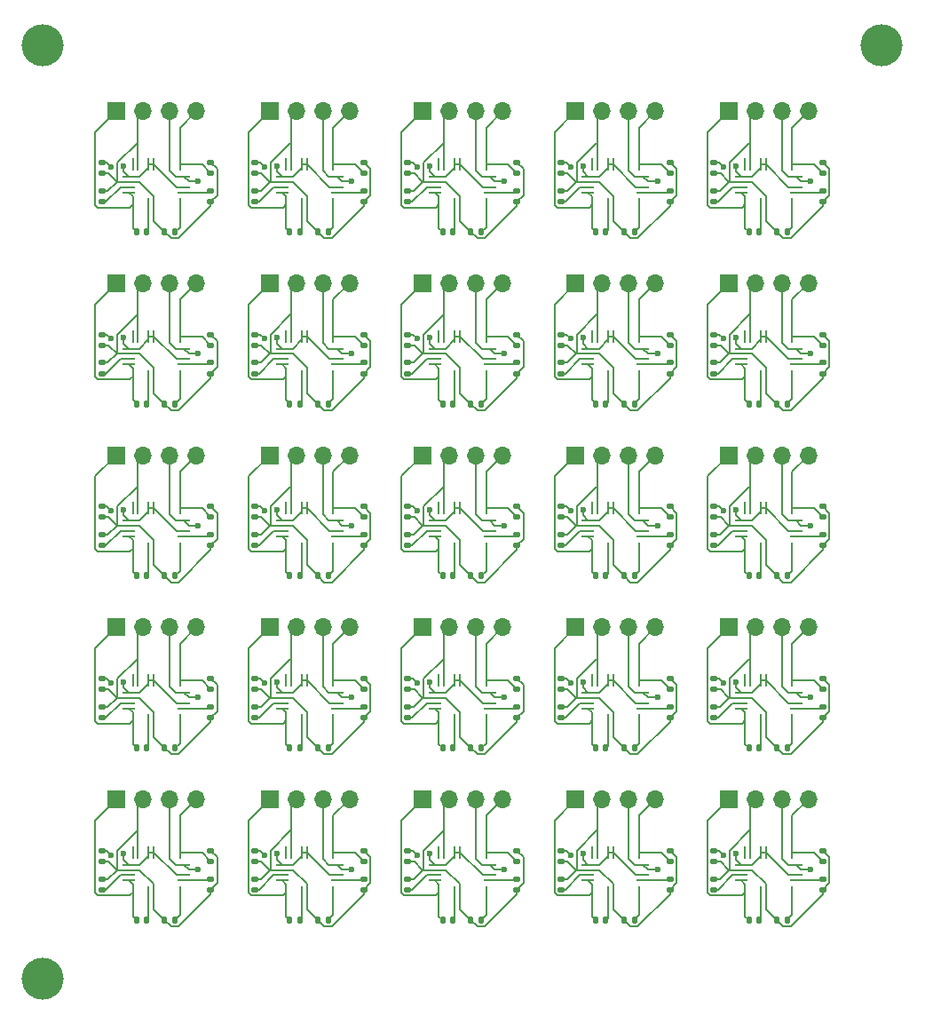
<source format=gbr>
%TF.GenerationSoftware,KiCad,Pcbnew,7.0.6-1.fc38*%
%TF.CreationDate,2023-07-31T16:19:08-04:00*%
%TF.ProjectId,bno085-i2c-board-v4-square-panel,626e6f30-3835-42d6-9932-632d626f6172,rev?*%
%TF.SameCoordinates,Original*%
%TF.FileFunction,Copper,L1,Top*%
%TF.FilePolarity,Positive*%
%FSLAX46Y46*%
G04 Gerber Fmt 4.6, Leading zero omitted, Abs format (unit mm)*
G04 Created by KiCad (PCBNEW 7.0.6-1.fc38) date 2023-07-31 16:19:08*
%MOMM*%
%LPD*%
G01*
G04 APERTURE LIST*
G04 Aperture macros list*
%AMRoundRect*
0 Rectangle with rounded corners*
0 $1 Rounding radius*
0 $2 $3 $4 $5 $6 $7 $8 $9 X,Y pos of 4 corners*
0 Add a 4 corners polygon primitive as box body*
4,1,4,$2,$3,$4,$5,$6,$7,$8,$9,$2,$3,0*
0 Add four circle primitives for the rounded corners*
1,1,$1+$1,$2,$3*
1,1,$1+$1,$4,$5*
1,1,$1+$1,$6,$7*
1,1,$1+$1,$8,$9*
0 Add four rect primitives between the rounded corners*
20,1,$1+$1,$2,$3,$4,$5,0*
20,1,$1+$1,$4,$5,$6,$7,0*
20,1,$1+$1,$6,$7,$8,$9,0*
20,1,$1+$1,$8,$9,$2,$3,0*%
G04 Aperture macros list end*
%TA.AperFunction,SMDPad,CuDef*%
%ADD10RoundRect,0.135000X0.185000X-0.135000X0.185000X0.135000X-0.185000X0.135000X-0.185000X-0.135000X0*%
%TD*%
%TA.AperFunction,SMDPad,CuDef*%
%ADD11C,4.000000*%
%TD*%
%TA.AperFunction,ComponentPad*%
%ADD12R,1.700000X1.700000*%
%TD*%
%TA.AperFunction,ComponentPad*%
%ADD13O,1.700000X1.700000*%
%TD*%
%TA.AperFunction,SMDPad,CuDef*%
%ADD14RoundRect,0.135000X-0.185000X0.135000X-0.185000X-0.135000X0.185000X-0.135000X0.185000X0.135000X0*%
%TD*%
%TA.AperFunction,SMDPad,CuDef*%
%ADD15RoundRect,0.135000X-0.135000X-0.185000X0.135000X-0.185000X0.135000X0.185000X-0.135000X0.185000X0*%
%TD*%
%TA.AperFunction,SMDPad,CuDef*%
%ADD16R,0.254000X1.175000*%
%TD*%
%TA.AperFunction,SMDPad,CuDef*%
%ADD17R,1.150000X0.254000*%
%TD*%
%TA.AperFunction,SMDPad,CuDef*%
%ADD18RoundRect,0.140000X0.140000X0.170000X-0.140000X0.170000X-0.140000X-0.170000X0.140000X-0.170000X0*%
%TD*%
%TA.AperFunction,ViaPad*%
%ADD19C,0.600000*%
%TD*%
%TA.AperFunction,Conductor*%
%ADD20C,0.200000*%
%TD*%
G04 APERTURE END LIST*
D10*
%TO.P,R5,1*%
%TO.N,Board_14-+3.3V*%
X66500000Y-47510000D03*
%TO.P,R5,2*%
%TO.N,Board_14-Net-(J5-Pin_3)*%
X66500000Y-46490000D03*
%TD*%
D11*
%TO.P,REF\u002A\u002A,*%
%TO.N,*%
X2500000Y-2500000D03*
%TD*%
D10*
%TO.P,R3,1*%
%TO.N,Board_18-Net-(U1-BOOTN)*%
X51900000Y-66610000D03*
%TO.P,R3,2*%
%TO.N,Board_18-+3.3V*%
X51900000Y-65590000D03*
%TD*%
D12*
%TO.P,J5,1,Pin_1*%
%TO.N,Board_20-GND*%
X9500000Y-74400000D03*
D13*
%TO.P,J5,2,Pin_2*%
%TO.N,Board_20-+3.3V*%
X12040000Y-74400000D03*
%TO.P,J5,3,Pin_3*%
%TO.N,Board_20-Net-(J5-Pin_3)*%
X14580000Y-74400000D03*
%TO.P,J5,4,Pin_4*%
%TO.N,Board_20-Net-(J5-Pin_4)*%
X17120000Y-74400000D03*
%TD*%
D14*
%TO.P,R2,1*%
%TO.N,Board_3-Net-(U1-ENV_SDA)*%
X62300000Y-16390000D03*
%TO.P,R2,2*%
%TO.N,Board_3-+3.3V*%
X62300000Y-17410000D03*
%TD*%
D15*
%TO.P,R1,1*%
%TO.N,Board_2-+3.3V*%
X43290000Y-20300000D03*
%TO.P,R1,2*%
%TO.N,Board_2-Net-(U1-ENV_SCL)*%
X44310000Y-20300000D03*
%TD*%
D12*
%TO.P,J5,1,Pin_1*%
%TO.N,Board_1-GND*%
X24100000Y-8800000D03*
D13*
%TO.P,J5,2,Pin_2*%
%TO.N,Board_1-+3.3V*%
X26640000Y-8800000D03*
%TO.P,J5,3,Pin_3*%
%TO.N,Board_1-Net-(J5-Pin_3)*%
X29180000Y-8800000D03*
%TO.P,J5,4,Pin_4*%
%TO.N,Board_1-Net-(J5-Pin_4)*%
X31720000Y-8800000D03*
%TD*%
D14*
%TO.P,R2,1*%
%TO.N,Board_10-Net-(U1-ENV_SDA)*%
X18500000Y-49190000D03*
%TO.P,R2,2*%
%TO.N,Board_10-+3.3V*%
X18500000Y-50210000D03*
%TD*%
%TO.P,R2,1*%
%TO.N,Board_22-Net-(U1-ENV_SDA)*%
X47700000Y-81990000D03*
%TO.P,R2,2*%
%TO.N,Board_22-+3.3V*%
X47700000Y-83010000D03*
%TD*%
D15*
%TO.P,R1,1*%
%TO.N,Board_15-+3.3V*%
X14090000Y-69500000D03*
%TO.P,R1,2*%
%TO.N,Board_15-Net-(U1-ENV_SCL)*%
X15110000Y-69500000D03*
%TD*%
D16*
%TO.P,U1,1,RESV_NC*%
%TO.N,Board_5-unconnected-(U1-RESV_NC-Pad1)*%
X11062500Y-30275000D03*
D17*
%TO.P,U1,2,GND*%
%TO.N,Board_5-GND*%
X10687500Y-31437500D03*
%TO.P,U1,3,VDD*%
%TO.N,Board_5-+3.3V*%
X10687500Y-31937500D03*
%TO.P,U1,4,BOOTN*%
%TO.N,Board_5-Net-(U1-BOOTN)*%
X10687500Y-32437500D03*
%TO.P,U1,5,PS1*%
%TO.N,Board_5-GND*%
X10687500Y-32937500D03*
D16*
%TO.P,U1,6,PS0/WAKE*%
X11062500Y-34100000D03*
%TO.P,U1,9,CAP*%
%TO.N,Board_5-Net-(U1-CAP)*%
X12562500Y-34100000D03*
%TO.P,U1,10,CLKSEL0*%
%TO.N,Board_5-+3.3V*%
X13062500Y-34100000D03*
%TO.P,U1,15,ENV_SCL*%
%TO.N,Board_5-Net-(U1-ENV_SCL)*%
X15562500Y-34100000D03*
D17*
%TO.P,U1,16,ENV_SDA*%
%TO.N,Board_5-Net-(U1-ENV_SDA)*%
X15937500Y-32937500D03*
%TO.P,U1,17,SA0/H_MOSI*%
%TO.N,Board_5-GND*%
X15937500Y-32437500D03*
%TO.P,U1,19,H_SCL/SCK/RX*%
%TO.N,Board_5-Net-(J5-Pin_3)*%
X15937500Y-31437500D03*
D16*
%TO.P,U1,20,H_SDA/H_MISO/TX*%
%TO.N,Board_5-Net-(J5-Pin_4)*%
X15562500Y-30275000D03*
%TO.P,U1,25,GNDIO*%
%TO.N,Board_5-GND*%
X13062500Y-30275000D03*
%TO.P,U1,26,XOUT32/CLKSEL1*%
X12562500Y-30275000D03*
%TO.P,U1,28,VDDIO*%
%TO.N,Board_5-+3.3V*%
X11562500Y-30275000D03*
%TD*%
D10*
%TO.P,R5,1*%
%TO.N,Board_20-+3.3V*%
X8100000Y-80310000D03*
%TO.P,R5,2*%
%TO.N,Board_20-Net-(J5-Pin_3)*%
X8100000Y-79290000D03*
%TD*%
%TO.P,R4,1*%
%TO.N,Board_12-Net-(J5-Pin_4)*%
X47700000Y-47510000D03*
%TO.P,R4,2*%
%TO.N,Board_12-+3.3V*%
X47700000Y-46490000D03*
%TD*%
D14*
%TO.P,R2,1*%
%TO.N,Board_7-Net-(U1-ENV_SDA)*%
X47700000Y-32790000D03*
%TO.P,R2,2*%
%TO.N,Board_7-+3.3V*%
X47700000Y-33810000D03*
%TD*%
D10*
%TO.P,R3,1*%
%TO.N,Board_10-Net-(U1-BOOTN)*%
X8100000Y-50210000D03*
%TO.P,R3,2*%
%TO.N,Board_10-+3.3V*%
X8100000Y-49190000D03*
%TD*%
%TO.P,R4,1*%
%TO.N,Board_15-Net-(J5-Pin_4)*%
X18500000Y-63910000D03*
%TO.P,R4,2*%
%TO.N,Board_15-+3.3V*%
X18500000Y-62890000D03*
%TD*%
%TO.P,R3,1*%
%TO.N,Board_4-Net-(U1-BOOTN)*%
X66500000Y-17410000D03*
%TO.P,R3,2*%
%TO.N,Board_4-+3.3V*%
X66500000Y-16390000D03*
%TD*%
D12*
%TO.P,J5,1,Pin_1*%
%TO.N,Board_24-GND*%
X67900000Y-74400000D03*
D13*
%TO.P,J5,2,Pin_2*%
%TO.N,Board_24-+3.3V*%
X70440000Y-74400000D03*
%TO.P,J5,3,Pin_3*%
%TO.N,Board_24-Net-(J5-Pin_3)*%
X72980000Y-74400000D03*
%TO.P,J5,4,Pin_4*%
%TO.N,Board_24-Net-(J5-Pin_4)*%
X75520000Y-74400000D03*
%TD*%
D16*
%TO.P,U1,1,RESV_NC*%
%TO.N,Board_20-unconnected-(U1-RESV_NC-Pad1)*%
X11062500Y-79475000D03*
D17*
%TO.P,U1,2,GND*%
%TO.N,Board_20-GND*%
X10687500Y-80637500D03*
%TO.P,U1,3,VDD*%
%TO.N,Board_20-+3.3V*%
X10687500Y-81137500D03*
%TO.P,U1,4,BOOTN*%
%TO.N,Board_20-Net-(U1-BOOTN)*%
X10687500Y-81637500D03*
%TO.P,U1,5,PS1*%
%TO.N,Board_20-GND*%
X10687500Y-82137500D03*
D16*
%TO.P,U1,6,PS0/WAKE*%
X11062500Y-83300000D03*
%TO.P,U1,9,CAP*%
%TO.N,Board_20-Net-(U1-CAP)*%
X12562500Y-83300000D03*
%TO.P,U1,10,CLKSEL0*%
%TO.N,Board_20-+3.3V*%
X13062500Y-83300000D03*
%TO.P,U1,15,ENV_SCL*%
%TO.N,Board_20-Net-(U1-ENV_SCL)*%
X15562500Y-83300000D03*
D17*
%TO.P,U1,16,ENV_SDA*%
%TO.N,Board_20-Net-(U1-ENV_SDA)*%
X15937500Y-82137500D03*
%TO.P,U1,17,SA0/H_MOSI*%
%TO.N,Board_20-GND*%
X15937500Y-81637500D03*
%TO.P,U1,19,H_SCL/SCK/RX*%
%TO.N,Board_20-Net-(J5-Pin_3)*%
X15937500Y-80637500D03*
D16*
%TO.P,U1,20,H_SDA/H_MISO/TX*%
%TO.N,Board_20-Net-(J5-Pin_4)*%
X15562500Y-79475000D03*
%TO.P,U1,25,GNDIO*%
%TO.N,Board_20-GND*%
X13062500Y-79475000D03*
%TO.P,U1,26,XOUT32/CLKSEL1*%
X12562500Y-79475000D03*
%TO.P,U1,28,VDDIO*%
%TO.N,Board_20-+3.3V*%
X11562500Y-79475000D03*
%TD*%
%TO.P,U1,1,RESV_NC*%
%TO.N,Board_22-unconnected-(U1-RESV_NC-Pad1)*%
X40262500Y-79475000D03*
D17*
%TO.P,U1,2,GND*%
%TO.N,Board_22-GND*%
X39887500Y-80637500D03*
%TO.P,U1,3,VDD*%
%TO.N,Board_22-+3.3V*%
X39887500Y-81137500D03*
%TO.P,U1,4,BOOTN*%
%TO.N,Board_22-Net-(U1-BOOTN)*%
X39887500Y-81637500D03*
%TO.P,U1,5,PS1*%
%TO.N,Board_22-GND*%
X39887500Y-82137500D03*
D16*
%TO.P,U1,6,PS0/WAKE*%
X40262500Y-83300000D03*
%TO.P,U1,9,CAP*%
%TO.N,Board_22-Net-(U1-CAP)*%
X41762500Y-83300000D03*
%TO.P,U1,10,CLKSEL0*%
%TO.N,Board_22-+3.3V*%
X42262500Y-83300000D03*
%TO.P,U1,15,ENV_SCL*%
%TO.N,Board_22-Net-(U1-ENV_SCL)*%
X44762500Y-83300000D03*
D17*
%TO.P,U1,16,ENV_SDA*%
%TO.N,Board_22-Net-(U1-ENV_SDA)*%
X45137500Y-82137500D03*
%TO.P,U1,17,SA0/H_MOSI*%
%TO.N,Board_22-GND*%
X45137500Y-81637500D03*
%TO.P,U1,19,H_SCL/SCK/RX*%
%TO.N,Board_22-Net-(J5-Pin_3)*%
X45137500Y-80637500D03*
D16*
%TO.P,U1,20,H_SDA/H_MISO/TX*%
%TO.N,Board_22-Net-(J5-Pin_4)*%
X44762500Y-79475000D03*
%TO.P,U1,25,GNDIO*%
%TO.N,Board_22-GND*%
X42262500Y-79475000D03*
%TO.P,U1,26,XOUT32/CLKSEL1*%
X41762500Y-79475000D03*
%TO.P,U1,28,VDDIO*%
%TO.N,Board_22-+3.3V*%
X40762500Y-79475000D03*
%TD*%
%TO.P,U1,1,RESV_NC*%
%TO.N,Board_8-unconnected-(U1-RESV_NC-Pad1)*%
X54862500Y-30275000D03*
D17*
%TO.P,U1,2,GND*%
%TO.N,Board_8-GND*%
X54487500Y-31437500D03*
%TO.P,U1,3,VDD*%
%TO.N,Board_8-+3.3V*%
X54487500Y-31937500D03*
%TO.P,U1,4,BOOTN*%
%TO.N,Board_8-Net-(U1-BOOTN)*%
X54487500Y-32437500D03*
%TO.P,U1,5,PS1*%
%TO.N,Board_8-GND*%
X54487500Y-32937500D03*
D16*
%TO.P,U1,6,PS0/WAKE*%
X54862500Y-34100000D03*
%TO.P,U1,9,CAP*%
%TO.N,Board_8-Net-(U1-CAP)*%
X56362500Y-34100000D03*
%TO.P,U1,10,CLKSEL0*%
%TO.N,Board_8-+3.3V*%
X56862500Y-34100000D03*
%TO.P,U1,15,ENV_SCL*%
%TO.N,Board_8-Net-(U1-ENV_SCL)*%
X59362500Y-34100000D03*
D17*
%TO.P,U1,16,ENV_SDA*%
%TO.N,Board_8-Net-(U1-ENV_SDA)*%
X59737500Y-32937500D03*
%TO.P,U1,17,SA0/H_MOSI*%
%TO.N,Board_8-GND*%
X59737500Y-32437500D03*
%TO.P,U1,19,H_SCL/SCK/RX*%
%TO.N,Board_8-Net-(J5-Pin_3)*%
X59737500Y-31437500D03*
D16*
%TO.P,U1,20,H_SDA/H_MISO/TX*%
%TO.N,Board_8-Net-(J5-Pin_4)*%
X59362500Y-30275000D03*
%TO.P,U1,25,GNDIO*%
%TO.N,Board_8-GND*%
X56862500Y-30275000D03*
%TO.P,U1,26,XOUT32/CLKSEL1*%
X56362500Y-30275000D03*
%TO.P,U1,28,VDDIO*%
%TO.N,Board_8-+3.3V*%
X55362500Y-30275000D03*
%TD*%
D10*
%TO.P,R4,1*%
%TO.N,Board_8-Net-(J5-Pin_4)*%
X62300000Y-31110000D03*
%TO.P,R4,2*%
%TO.N,Board_8-+3.3V*%
X62300000Y-30090000D03*
%TD*%
%TO.P,R5,1*%
%TO.N,Board_4-+3.3V*%
X66500000Y-14710000D03*
%TO.P,R5,2*%
%TO.N,Board_4-Net-(J5-Pin_3)*%
X66500000Y-13690000D03*
%TD*%
%TO.P,R4,1*%
%TO.N,Board_18-Net-(J5-Pin_4)*%
X62300000Y-63910000D03*
%TO.P,R4,2*%
%TO.N,Board_18-+3.3V*%
X62300000Y-62890000D03*
%TD*%
%TO.P,R5,1*%
%TO.N,Board_22-+3.3V*%
X37300000Y-80310000D03*
%TO.P,R5,2*%
%TO.N,Board_22-Net-(J5-Pin_3)*%
X37300000Y-79290000D03*
%TD*%
%TO.P,R4,1*%
%TO.N,Board_5-Net-(J5-Pin_4)*%
X18500000Y-31110000D03*
%TO.P,R4,2*%
%TO.N,Board_5-+3.3V*%
X18500000Y-30090000D03*
%TD*%
D18*
%TO.P,C1,1*%
%TO.N,Board_22-Net-(U1-CAP)*%
X41580000Y-85900000D03*
%TO.P,C1,2*%
%TO.N,Board_22-GND*%
X40620000Y-85900000D03*
%TD*%
D10*
%TO.P,R4,1*%
%TO.N,Board_9-Net-(J5-Pin_4)*%
X76900000Y-31110000D03*
%TO.P,R4,2*%
%TO.N,Board_9-+3.3V*%
X76900000Y-30090000D03*
%TD*%
D12*
%TO.P,J5,1,Pin_1*%
%TO.N,Board_3-GND*%
X53300000Y-8800000D03*
D13*
%TO.P,J5,2,Pin_2*%
%TO.N,Board_3-+3.3V*%
X55840000Y-8800000D03*
%TO.P,J5,3,Pin_3*%
%TO.N,Board_3-Net-(J5-Pin_3)*%
X58380000Y-8800000D03*
%TO.P,J5,4,Pin_4*%
%TO.N,Board_3-Net-(J5-Pin_4)*%
X60920000Y-8800000D03*
%TD*%
D10*
%TO.P,R4,1*%
%TO.N,Board_22-Net-(J5-Pin_4)*%
X47700000Y-80310000D03*
%TO.P,R4,2*%
%TO.N,Board_22-+3.3V*%
X47700000Y-79290000D03*
%TD*%
D16*
%TO.P,U1,1,RESV_NC*%
%TO.N,Board_4-unconnected-(U1-RESV_NC-Pad1)*%
X69462500Y-13875000D03*
D17*
%TO.P,U1,2,GND*%
%TO.N,Board_4-GND*%
X69087500Y-15037500D03*
%TO.P,U1,3,VDD*%
%TO.N,Board_4-+3.3V*%
X69087500Y-15537500D03*
%TO.P,U1,4,BOOTN*%
%TO.N,Board_4-Net-(U1-BOOTN)*%
X69087500Y-16037500D03*
%TO.P,U1,5,PS1*%
%TO.N,Board_4-GND*%
X69087500Y-16537500D03*
D16*
%TO.P,U1,6,PS0/WAKE*%
X69462500Y-17700000D03*
%TO.P,U1,9,CAP*%
%TO.N,Board_4-Net-(U1-CAP)*%
X70962500Y-17700000D03*
%TO.P,U1,10,CLKSEL0*%
%TO.N,Board_4-+3.3V*%
X71462500Y-17700000D03*
%TO.P,U1,15,ENV_SCL*%
%TO.N,Board_4-Net-(U1-ENV_SCL)*%
X73962500Y-17700000D03*
D17*
%TO.P,U1,16,ENV_SDA*%
%TO.N,Board_4-Net-(U1-ENV_SDA)*%
X74337500Y-16537500D03*
%TO.P,U1,17,SA0/H_MOSI*%
%TO.N,Board_4-GND*%
X74337500Y-16037500D03*
%TO.P,U1,19,H_SCL/SCK/RX*%
%TO.N,Board_4-Net-(J5-Pin_3)*%
X74337500Y-15037500D03*
D16*
%TO.P,U1,20,H_SDA/H_MISO/TX*%
%TO.N,Board_4-Net-(J5-Pin_4)*%
X73962500Y-13875000D03*
%TO.P,U1,25,GNDIO*%
%TO.N,Board_4-GND*%
X71462500Y-13875000D03*
%TO.P,U1,26,XOUT32/CLKSEL1*%
X70962500Y-13875000D03*
%TO.P,U1,28,VDDIO*%
%TO.N,Board_4-+3.3V*%
X69962500Y-13875000D03*
%TD*%
D10*
%TO.P,R4,1*%
%TO.N,Board_7-Net-(J5-Pin_4)*%
X47700000Y-31110000D03*
%TO.P,R4,2*%
%TO.N,Board_7-+3.3V*%
X47700000Y-30090000D03*
%TD*%
D14*
%TO.P,R2,1*%
%TO.N,Board_24-Net-(U1-ENV_SDA)*%
X76900000Y-81990000D03*
%TO.P,R2,2*%
%TO.N,Board_24-+3.3V*%
X76900000Y-83010000D03*
%TD*%
D10*
%TO.P,R5,1*%
%TO.N,Board_24-+3.3V*%
X66500000Y-80310000D03*
%TO.P,R5,2*%
%TO.N,Board_24-Net-(J5-Pin_3)*%
X66500000Y-79290000D03*
%TD*%
D18*
%TO.P,C1,1*%
%TO.N,Board_4-Net-(U1-CAP)*%
X70780000Y-20300000D03*
%TO.P,C1,2*%
%TO.N,Board_4-GND*%
X69820000Y-20300000D03*
%TD*%
D15*
%TO.P,R1,1*%
%TO.N,Board_21-+3.3V*%
X28690000Y-85900000D03*
%TO.P,R1,2*%
%TO.N,Board_21-Net-(U1-ENV_SCL)*%
X29710000Y-85900000D03*
%TD*%
%TO.P,R1,1*%
%TO.N,Board_9-+3.3V*%
X72490000Y-36700000D03*
%TO.P,R1,2*%
%TO.N,Board_9-Net-(U1-ENV_SCL)*%
X73510000Y-36700000D03*
%TD*%
%TO.P,R1,1*%
%TO.N,Board_19-+3.3V*%
X72490000Y-69500000D03*
%TO.P,R1,2*%
%TO.N,Board_19-Net-(U1-ENV_SCL)*%
X73510000Y-69500000D03*
%TD*%
D16*
%TO.P,U1,1,RESV_NC*%
%TO.N,Board_6-unconnected-(U1-RESV_NC-Pad1)*%
X25662500Y-30275000D03*
D17*
%TO.P,U1,2,GND*%
%TO.N,Board_6-GND*%
X25287500Y-31437500D03*
%TO.P,U1,3,VDD*%
%TO.N,Board_6-+3.3V*%
X25287500Y-31937500D03*
%TO.P,U1,4,BOOTN*%
%TO.N,Board_6-Net-(U1-BOOTN)*%
X25287500Y-32437500D03*
%TO.P,U1,5,PS1*%
%TO.N,Board_6-GND*%
X25287500Y-32937500D03*
D16*
%TO.P,U1,6,PS0/WAKE*%
X25662500Y-34100000D03*
%TO.P,U1,9,CAP*%
%TO.N,Board_6-Net-(U1-CAP)*%
X27162500Y-34100000D03*
%TO.P,U1,10,CLKSEL0*%
%TO.N,Board_6-+3.3V*%
X27662500Y-34100000D03*
%TO.P,U1,15,ENV_SCL*%
%TO.N,Board_6-Net-(U1-ENV_SCL)*%
X30162500Y-34100000D03*
D17*
%TO.P,U1,16,ENV_SDA*%
%TO.N,Board_6-Net-(U1-ENV_SDA)*%
X30537500Y-32937500D03*
%TO.P,U1,17,SA0/H_MOSI*%
%TO.N,Board_6-GND*%
X30537500Y-32437500D03*
%TO.P,U1,19,H_SCL/SCK/RX*%
%TO.N,Board_6-Net-(J5-Pin_3)*%
X30537500Y-31437500D03*
D16*
%TO.P,U1,20,H_SDA/H_MISO/TX*%
%TO.N,Board_6-Net-(J5-Pin_4)*%
X30162500Y-30275000D03*
%TO.P,U1,25,GNDIO*%
%TO.N,Board_6-GND*%
X27662500Y-30275000D03*
%TO.P,U1,26,XOUT32/CLKSEL1*%
X27162500Y-30275000D03*
%TO.P,U1,28,VDDIO*%
%TO.N,Board_6-+3.3V*%
X26162500Y-30275000D03*
%TD*%
D10*
%TO.P,R5,1*%
%TO.N,Board_7-+3.3V*%
X37300000Y-31110000D03*
%TO.P,R5,2*%
%TO.N,Board_7-Net-(J5-Pin_3)*%
X37300000Y-30090000D03*
%TD*%
D12*
%TO.P,J5,1,Pin_1*%
%TO.N,Board_8-GND*%
X53300000Y-25200000D03*
D13*
%TO.P,J5,2,Pin_2*%
%TO.N,Board_8-+3.3V*%
X55840000Y-25200000D03*
%TO.P,J5,3,Pin_3*%
%TO.N,Board_8-Net-(J5-Pin_3)*%
X58380000Y-25200000D03*
%TO.P,J5,4,Pin_4*%
%TO.N,Board_8-Net-(J5-Pin_4)*%
X60920000Y-25200000D03*
%TD*%
D10*
%TO.P,R4,1*%
%TO.N,Board_19-Net-(J5-Pin_4)*%
X76900000Y-63910000D03*
%TO.P,R4,2*%
%TO.N,Board_19-+3.3V*%
X76900000Y-62890000D03*
%TD*%
%TO.P,R3,1*%
%TO.N,Board_3-Net-(U1-BOOTN)*%
X51900000Y-17410000D03*
%TO.P,R3,2*%
%TO.N,Board_3-+3.3V*%
X51900000Y-16390000D03*
%TD*%
D15*
%TO.P,R1,1*%
%TO.N,Board_16-+3.3V*%
X28690000Y-69500000D03*
%TO.P,R1,2*%
%TO.N,Board_16-Net-(U1-ENV_SCL)*%
X29710000Y-69500000D03*
%TD*%
D14*
%TO.P,R2,1*%
%TO.N,Board_1-Net-(U1-ENV_SDA)*%
X33100000Y-16390000D03*
%TO.P,R2,2*%
%TO.N,Board_1-+3.3V*%
X33100000Y-17410000D03*
%TD*%
D16*
%TO.P,U1,1,RESV_NC*%
%TO.N,Board_2-unconnected-(U1-RESV_NC-Pad1)*%
X40262500Y-13875000D03*
D17*
%TO.P,U1,2,GND*%
%TO.N,Board_2-GND*%
X39887500Y-15037500D03*
%TO.P,U1,3,VDD*%
%TO.N,Board_2-+3.3V*%
X39887500Y-15537500D03*
%TO.P,U1,4,BOOTN*%
%TO.N,Board_2-Net-(U1-BOOTN)*%
X39887500Y-16037500D03*
%TO.P,U1,5,PS1*%
%TO.N,Board_2-GND*%
X39887500Y-16537500D03*
D16*
%TO.P,U1,6,PS0/WAKE*%
X40262500Y-17700000D03*
%TO.P,U1,9,CAP*%
%TO.N,Board_2-Net-(U1-CAP)*%
X41762500Y-17700000D03*
%TO.P,U1,10,CLKSEL0*%
%TO.N,Board_2-+3.3V*%
X42262500Y-17700000D03*
%TO.P,U1,15,ENV_SCL*%
%TO.N,Board_2-Net-(U1-ENV_SCL)*%
X44762500Y-17700000D03*
D17*
%TO.P,U1,16,ENV_SDA*%
%TO.N,Board_2-Net-(U1-ENV_SDA)*%
X45137500Y-16537500D03*
%TO.P,U1,17,SA0/H_MOSI*%
%TO.N,Board_2-GND*%
X45137500Y-16037500D03*
%TO.P,U1,19,H_SCL/SCK/RX*%
%TO.N,Board_2-Net-(J5-Pin_3)*%
X45137500Y-15037500D03*
D16*
%TO.P,U1,20,H_SDA/H_MISO/TX*%
%TO.N,Board_2-Net-(J5-Pin_4)*%
X44762500Y-13875000D03*
%TO.P,U1,25,GNDIO*%
%TO.N,Board_2-GND*%
X42262500Y-13875000D03*
%TO.P,U1,26,XOUT32/CLKSEL1*%
X41762500Y-13875000D03*
%TO.P,U1,28,VDDIO*%
%TO.N,Board_2-+3.3V*%
X40762500Y-13875000D03*
%TD*%
D12*
%TO.P,J5,1,Pin_1*%
%TO.N,Board_17-GND*%
X38700000Y-58000000D03*
D13*
%TO.P,J5,2,Pin_2*%
%TO.N,Board_17-+3.3V*%
X41240000Y-58000000D03*
%TO.P,J5,3,Pin_3*%
%TO.N,Board_17-Net-(J5-Pin_3)*%
X43780000Y-58000000D03*
%TO.P,J5,4,Pin_4*%
%TO.N,Board_17-Net-(J5-Pin_4)*%
X46320000Y-58000000D03*
%TD*%
D10*
%TO.P,R3,1*%
%TO.N,Board_17-Net-(U1-BOOTN)*%
X37300000Y-66610000D03*
%TO.P,R3,2*%
%TO.N,Board_17-+3.3V*%
X37300000Y-65590000D03*
%TD*%
D11*
%TO.P,REF\u002A\u002A,*%
%TO.N,*%
X2500000Y-91500000D03*
%TD*%
D10*
%TO.P,R5,1*%
%TO.N,Board_2-+3.3V*%
X37300000Y-14710000D03*
%TO.P,R5,2*%
%TO.N,Board_2-Net-(J5-Pin_3)*%
X37300000Y-13690000D03*
%TD*%
%TO.P,R3,1*%
%TO.N,Board_11-Net-(U1-BOOTN)*%
X22700000Y-50210000D03*
%TO.P,R3,2*%
%TO.N,Board_11-+3.3V*%
X22700000Y-49190000D03*
%TD*%
D12*
%TO.P,J5,1,Pin_1*%
%TO.N,Board_9-GND*%
X67900000Y-25200000D03*
D13*
%TO.P,J5,2,Pin_2*%
%TO.N,Board_9-+3.3V*%
X70440000Y-25200000D03*
%TO.P,J5,3,Pin_3*%
%TO.N,Board_9-Net-(J5-Pin_3)*%
X72980000Y-25200000D03*
%TO.P,J5,4,Pin_4*%
%TO.N,Board_9-Net-(J5-Pin_4)*%
X75520000Y-25200000D03*
%TD*%
D18*
%TO.P,C1,1*%
%TO.N,Board_16-Net-(U1-CAP)*%
X26980000Y-69500000D03*
%TO.P,C1,2*%
%TO.N,Board_16-GND*%
X26020000Y-69500000D03*
%TD*%
D10*
%TO.P,R4,1*%
%TO.N,Board_6-Net-(J5-Pin_4)*%
X33100000Y-31110000D03*
%TO.P,R4,2*%
%TO.N,Board_6-+3.3V*%
X33100000Y-30090000D03*
%TD*%
%TO.P,R4,1*%
%TO.N,Board_20-Net-(J5-Pin_4)*%
X18500000Y-80310000D03*
%TO.P,R4,2*%
%TO.N,Board_20-+3.3V*%
X18500000Y-79290000D03*
%TD*%
D12*
%TO.P,J5,1,Pin_1*%
%TO.N,Board_18-GND*%
X53300000Y-58000000D03*
D13*
%TO.P,J5,2,Pin_2*%
%TO.N,Board_18-+3.3V*%
X55840000Y-58000000D03*
%TO.P,J5,3,Pin_3*%
%TO.N,Board_18-Net-(J5-Pin_3)*%
X58380000Y-58000000D03*
%TO.P,J5,4,Pin_4*%
%TO.N,Board_18-Net-(J5-Pin_4)*%
X60920000Y-58000000D03*
%TD*%
D14*
%TO.P,R2,1*%
%TO.N,Board_14-Net-(U1-ENV_SDA)*%
X76900000Y-49190000D03*
%TO.P,R2,2*%
%TO.N,Board_14-+3.3V*%
X76900000Y-50210000D03*
%TD*%
D10*
%TO.P,R5,1*%
%TO.N,Board_21-+3.3V*%
X22700000Y-80310000D03*
%TO.P,R5,2*%
%TO.N,Board_21-Net-(J5-Pin_3)*%
X22700000Y-79290000D03*
%TD*%
D15*
%TO.P,R1,1*%
%TO.N,Board_11-+3.3V*%
X28690000Y-53100000D03*
%TO.P,R1,2*%
%TO.N,Board_11-Net-(U1-ENV_SCL)*%
X29710000Y-53100000D03*
%TD*%
D18*
%TO.P,C1,1*%
%TO.N,Board_11-Net-(U1-CAP)*%
X26980000Y-53100000D03*
%TO.P,C1,2*%
%TO.N,Board_11-GND*%
X26020000Y-53100000D03*
%TD*%
D12*
%TO.P,J5,1,Pin_1*%
%TO.N,Board_21-GND*%
X24100000Y-74400000D03*
D13*
%TO.P,J5,2,Pin_2*%
%TO.N,Board_21-+3.3V*%
X26640000Y-74400000D03*
%TO.P,J5,3,Pin_3*%
%TO.N,Board_21-Net-(J5-Pin_3)*%
X29180000Y-74400000D03*
%TO.P,J5,4,Pin_4*%
%TO.N,Board_21-Net-(J5-Pin_4)*%
X31720000Y-74400000D03*
%TD*%
D14*
%TO.P,R2,1*%
%TO.N,Board_17-Net-(U1-ENV_SDA)*%
X47700000Y-65590000D03*
%TO.P,R2,2*%
%TO.N,Board_17-+3.3V*%
X47700000Y-66610000D03*
%TD*%
D10*
%TO.P,R3,1*%
%TO.N,Board_8-Net-(U1-BOOTN)*%
X51900000Y-33810000D03*
%TO.P,R3,2*%
%TO.N,Board_8-+3.3V*%
X51900000Y-32790000D03*
%TD*%
%TO.P,R5,1*%
%TO.N,Board_17-+3.3V*%
X37300000Y-63910000D03*
%TO.P,R5,2*%
%TO.N,Board_17-Net-(J5-Pin_3)*%
X37300000Y-62890000D03*
%TD*%
D14*
%TO.P,R2,1*%
%TO.N,Board_15-Net-(U1-ENV_SDA)*%
X18500000Y-65590000D03*
%TO.P,R2,2*%
%TO.N,Board_15-+3.3V*%
X18500000Y-66610000D03*
%TD*%
D15*
%TO.P,R1,1*%
%TO.N,Board_7-+3.3V*%
X43290000Y-36700000D03*
%TO.P,R1,2*%
%TO.N,Board_7-Net-(U1-ENV_SCL)*%
X44310000Y-36700000D03*
%TD*%
D14*
%TO.P,R2,1*%
%TO.N,Board_13-Net-(U1-ENV_SDA)*%
X62300000Y-49190000D03*
%TO.P,R2,2*%
%TO.N,Board_13-+3.3V*%
X62300000Y-50210000D03*
%TD*%
D10*
%TO.P,R3,1*%
%TO.N,Board_21-Net-(U1-BOOTN)*%
X22700000Y-83010000D03*
%TO.P,R3,2*%
%TO.N,Board_21-+3.3V*%
X22700000Y-81990000D03*
%TD*%
D16*
%TO.P,U1,1,RESV_NC*%
%TO.N,Board_9-unconnected-(U1-RESV_NC-Pad1)*%
X69462500Y-30275000D03*
D17*
%TO.P,U1,2,GND*%
%TO.N,Board_9-GND*%
X69087500Y-31437500D03*
%TO.P,U1,3,VDD*%
%TO.N,Board_9-+3.3V*%
X69087500Y-31937500D03*
%TO.P,U1,4,BOOTN*%
%TO.N,Board_9-Net-(U1-BOOTN)*%
X69087500Y-32437500D03*
%TO.P,U1,5,PS1*%
%TO.N,Board_9-GND*%
X69087500Y-32937500D03*
D16*
%TO.P,U1,6,PS0/WAKE*%
X69462500Y-34100000D03*
%TO.P,U1,9,CAP*%
%TO.N,Board_9-Net-(U1-CAP)*%
X70962500Y-34100000D03*
%TO.P,U1,10,CLKSEL0*%
%TO.N,Board_9-+3.3V*%
X71462500Y-34100000D03*
%TO.P,U1,15,ENV_SCL*%
%TO.N,Board_9-Net-(U1-ENV_SCL)*%
X73962500Y-34100000D03*
D17*
%TO.P,U1,16,ENV_SDA*%
%TO.N,Board_9-Net-(U1-ENV_SDA)*%
X74337500Y-32937500D03*
%TO.P,U1,17,SA0/H_MOSI*%
%TO.N,Board_9-GND*%
X74337500Y-32437500D03*
%TO.P,U1,19,H_SCL/SCK/RX*%
%TO.N,Board_9-Net-(J5-Pin_3)*%
X74337500Y-31437500D03*
D16*
%TO.P,U1,20,H_SDA/H_MISO/TX*%
%TO.N,Board_9-Net-(J5-Pin_4)*%
X73962500Y-30275000D03*
%TO.P,U1,25,GNDIO*%
%TO.N,Board_9-GND*%
X71462500Y-30275000D03*
%TO.P,U1,26,XOUT32/CLKSEL1*%
X70962500Y-30275000D03*
%TO.P,U1,28,VDDIO*%
%TO.N,Board_9-+3.3V*%
X69962500Y-30275000D03*
%TD*%
D10*
%TO.P,R5,1*%
%TO.N,Board_10-+3.3V*%
X8100000Y-47510000D03*
%TO.P,R5,2*%
%TO.N,Board_10-Net-(J5-Pin_3)*%
X8100000Y-46490000D03*
%TD*%
D16*
%TO.P,U1,1,RESV_NC*%
%TO.N,Board_21-unconnected-(U1-RESV_NC-Pad1)*%
X25662500Y-79475000D03*
D17*
%TO.P,U1,2,GND*%
%TO.N,Board_21-GND*%
X25287500Y-80637500D03*
%TO.P,U1,3,VDD*%
%TO.N,Board_21-+3.3V*%
X25287500Y-81137500D03*
%TO.P,U1,4,BOOTN*%
%TO.N,Board_21-Net-(U1-BOOTN)*%
X25287500Y-81637500D03*
%TO.P,U1,5,PS1*%
%TO.N,Board_21-GND*%
X25287500Y-82137500D03*
D16*
%TO.P,U1,6,PS0/WAKE*%
X25662500Y-83300000D03*
%TO.P,U1,9,CAP*%
%TO.N,Board_21-Net-(U1-CAP)*%
X27162500Y-83300000D03*
%TO.P,U1,10,CLKSEL0*%
%TO.N,Board_21-+3.3V*%
X27662500Y-83300000D03*
%TO.P,U1,15,ENV_SCL*%
%TO.N,Board_21-Net-(U1-ENV_SCL)*%
X30162500Y-83300000D03*
D17*
%TO.P,U1,16,ENV_SDA*%
%TO.N,Board_21-Net-(U1-ENV_SDA)*%
X30537500Y-82137500D03*
%TO.P,U1,17,SA0/H_MOSI*%
%TO.N,Board_21-GND*%
X30537500Y-81637500D03*
%TO.P,U1,19,H_SCL/SCK/RX*%
%TO.N,Board_21-Net-(J5-Pin_3)*%
X30537500Y-80637500D03*
D16*
%TO.P,U1,20,H_SDA/H_MISO/TX*%
%TO.N,Board_21-Net-(J5-Pin_4)*%
X30162500Y-79475000D03*
%TO.P,U1,25,GNDIO*%
%TO.N,Board_21-GND*%
X27662500Y-79475000D03*
%TO.P,U1,26,XOUT32/CLKSEL1*%
X27162500Y-79475000D03*
%TO.P,U1,28,VDDIO*%
%TO.N,Board_21-+3.3V*%
X26162500Y-79475000D03*
%TD*%
%TO.P,U1,1,RESV_NC*%
%TO.N,Board_15-unconnected-(U1-RESV_NC-Pad1)*%
X11062500Y-63075000D03*
D17*
%TO.P,U1,2,GND*%
%TO.N,Board_15-GND*%
X10687500Y-64237500D03*
%TO.P,U1,3,VDD*%
%TO.N,Board_15-+3.3V*%
X10687500Y-64737500D03*
%TO.P,U1,4,BOOTN*%
%TO.N,Board_15-Net-(U1-BOOTN)*%
X10687500Y-65237500D03*
%TO.P,U1,5,PS1*%
%TO.N,Board_15-GND*%
X10687500Y-65737500D03*
D16*
%TO.P,U1,6,PS0/WAKE*%
X11062500Y-66900000D03*
%TO.P,U1,9,CAP*%
%TO.N,Board_15-Net-(U1-CAP)*%
X12562500Y-66900000D03*
%TO.P,U1,10,CLKSEL0*%
%TO.N,Board_15-+3.3V*%
X13062500Y-66900000D03*
%TO.P,U1,15,ENV_SCL*%
%TO.N,Board_15-Net-(U1-ENV_SCL)*%
X15562500Y-66900000D03*
D17*
%TO.P,U1,16,ENV_SDA*%
%TO.N,Board_15-Net-(U1-ENV_SDA)*%
X15937500Y-65737500D03*
%TO.P,U1,17,SA0/H_MOSI*%
%TO.N,Board_15-GND*%
X15937500Y-65237500D03*
%TO.P,U1,19,H_SCL/SCK/RX*%
%TO.N,Board_15-Net-(J5-Pin_3)*%
X15937500Y-64237500D03*
D16*
%TO.P,U1,20,H_SDA/H_MISO/TX*%
%TO.N,Board_15-Net-(J5-Pin_4)*%
X15562500Y-63075000D03*
%TO.P,U1,25,GNDIO*%
%TO.N,Board_15-GND*%
X13062500Y-63075000D03*
%TO.P,U1,26,XOUT32/CLKSEL1*%
X12562500Y-63075000D03*
%TO.P,U1,28,VDDIO*%
%TO.N,Board_15-+3.3V*%
X11562500Y-63075000D03*
%TD*%
D14*
%TO.P,R2,1*%
%TO.N,Board_16-Net-(U1-ENV_SDA)*%
X33100000Y-65590000D03*
%TO.P,R2,2*%
%TO.N,Board_16-+3.3V*%
X33100000Y-66610000D03*
%TD*%
%TO.P,R2,1*%
%TO.N,Board_4-Net-(U1-ENV_SDA)*%
X76900000Y-16390000D03*
%TO.P,R2,2*%
%TO.N,Board_4-+3.3V*%
X76900000Y-17410000D03*
%TD*%
D10*
%TO.P,R3,1*%
%TO.N,Board_19-Net-(U1-BOOTN)*%
X66500000Y-66610000D03*
%TO.P,R3,2*%
%TO.N,Board_19-+3.3V*%
X66500000Y-65590000D03*
%TD*%
%TO.P,R5,1*%
%TO.N,Board_3-+3.3V*%
X51900000Y-14710000D03*
%TO.P,R5,2*%
%TO.N,Board_3-Net-(J5-Pin_3)*%
X51900000Y-13690000D03*
%TD*%
%TO.P,R3,1*%
%TO.N,Board_14-Net-(U1-BOOTN)*%
X66500000Y-50210000D03*
%TO.P,R3,2*%
%TO.N,Board_14-+3.3V*%
X66500000Y-49190000D03*
%TD*%
%TO.P,R5,1*%
%TO.N,Board_18-+3.3V*%
X51900000Y-63910000D03*
%TO.P,R5,2*%
%TO.N,Board_18-Net-(J5-Pin_3)*%
X51900000Y-62890000D03*
%TD*%
D18*
%TO.P,C1,1*%
%TO.N,Board_0-Net-(U1-CAP)*%
X12380000Y-20300000D03*
%TO.P,C1,2*%
%TO.N,Board_0-GND*%
X11420000Y-20300000D03*
%TD*%
D14*
%TO.P,R2,1*%
%TO.N,Board_21-Net-(U1-ENV_SDA)*%
X33100000Y-81990000D03*
%TO.P,R2,2*%
%TO.N,Board_21-+3.3V*%
X33100000Y-83010000D03*
%TD*%
D15*
%TO.P,R1,1*%
%TO.N,Board_1-+3.3V*%
X28690000Y-20300000D03*
%TO.P,R1,2*%
%TO.N,Board_1-Net-(U1-ENV_SCL)*%
X29710000Y-20300000D03*
%TD*%
D16*
%TO.P,U1,1,RESV_NC*%
%TO.N,Board_3-unconnected-(U1-RESV_NC-Pad1)*%
X54862500Y-13875000D03*
D17*
%TO.P,U1,2,GND*%
%TO.N,Board_3-GND*%
X54487500Y-15037500D03*
%TO.P,U1,3,VDD*%
%TO.N,Board_3-+3.3V*%
X54487500Y-15537500D03*
%TO.P,U1,4,BOOTN*%
%TO.N,Board_3-Net-(U1-BOOTN)*%
X54487500Y-16037500D03*
%TO.P,U1,5,PS1*%
%TO.N,Board_3-GND*%
X54487500Y-16537500D03*
D16*
%TO.P,U1,6,PS0/WAKE*%
X54862500Y-17700000D03*
%TO.P,U1,9,CAP*%
%TO.N,Board_3-Net-(U1-CAP)*%
X56362500Y-17700000D03*
%TO.P,U1,10,CLKSEL0*%
%TO.N,Board_3-+3.3V*%
X56862500Y-17700000D03*
%TO.P,U1,15,ENV_SCL*%
%TO.N,Board_3-Net-(U1-ENV_SCL)*%
X59362500Y-17700000D03*
D17*
%TO.P,U1,16,ENV_SDA*%
%TO.N,Board_3-Net-(U1-ENV_SDA)*%
X59737500Y-16537500D03*
%TO.P,U1,17,SA0/H_MOSI*%
%TO.N,Board_3-GND*%
X59737500Y-16037500D03*
%TO.P,U1,19,H_SCL/SCK/RX*%
%TO.N,Board_3-Net-(J5-Pin_3)*%
X59737500Y-15037500D03*
D16*
%TO.P,U1,20,H_SDA/H_MISO/TX*%
%TO.N,Board_3-Net-(J5-Pin_4)*%
X59362500Y-13875000D03*
%TO.P,U1,25,GNDIO*%
%TO.N,Board_3-GND*%
X56862500Y-13875000D03*
%TO.P,U1,26,XOUT32/CLKSEL1*%
X56362500Y-13875000D03*
%TO.P,U1,28,VDDIO*%
%TO.N,Board_3-+3.3V*%
X55362500Y-13875000D03*
%TD*%
D12*
%TO.P,J5,1,Pin_1*%
%TO.N,Board_4-GND*%
X67900000Y-8800000D03*
D13*
%TO.P,J5,2,Pin_2*%
%TO.N,Board_4-+3.3V*%
X70440000Y-8800000D03*
%TO.P,J5,3,Pin_3*%
%TO.N,Board_4-Net-(J5-Pin_3)*%
X72980000Y-8800000D03*
%TO.P,J5,4,Pin_4*%
%TO.N,Board_4-Net-(J5-Pin_4)*%
X75520000Y-8800000D03*
%TD*%
D10*
%TO.P,R5,1*%
%TO.N,Board_6-+3.3V*%
X22700000Y-31110000D03*
%TO.P,R5,2*%
%TO.N,Board_6-Net-(J5-Pin_3)*%
X22700000Y-30090000D03*
%TD*%
%TO.P,R3,1*%
%TO.N,Board_9-Net-(U1-BOOTN)*%
X66500000Y-33810000D03*
%TO.P,R3,2*%
%TO.N,Board_9-+3.3V*%
X66500000Y-32790000D03*
%TD*%
D16*
%TO.P,U1,1,RESV_NC*%
%TO.N,Board_10-unconnected-(U1-RESV_NC-Pad1)*%
X11062500Y-46675000D03*
D17*
%TO.P,U1,2,GND*%
%TO.N,Board_10-GND*%
X10687500Y-47837500D03*
%TO.P,U1,3,VDD*%
%TO.N,Board_10-+3.3V*%
X10687500Y-48337500D03*
%TO.P,U1,4,BOOTN*%
%TO.N,Board_10-Net-(U1-BOOTN)*%
X10687500Y-48837500D03*
%TO.P,U1,5,PS1*%
%TO.N,Board_10-GND*%
X10687500Y-49337500D03*
D16*
%TO.P,U1,6,PS0/WAKE*%
X11062500Y-50500000D03*
%TO.P,U1,9,CAP*%
%TO.N,Board_10-Net-(U1-CAP)*%
X12562500Y-50500000D03*
%TO.P,U1,10,CLKSEL0*%
%TO.N,Board_10-+3.3V*%
X13062500Y-50500000D03*
%TO.P,U1,15,ENV_SCL*%
%TO.N,Board_10-Net-(U1-ENV_SCL)*%
X15562500Y-50500000D03*
D17*
%TO.P,U1,16,ENV_SDA*%
%TO.N,Board_10-Net-(U1-ENV_SDA)*%
X15937500Y-49337500D03*
%TO.P,U1,17,SA0/H_MOSI*%
%TO.N,Board_10-GND*%
X15937500Y-48837500D03*
%TO.P,U1,19,H_SCL/SCK/RX*%
%TO.N,Board_10-Net-(J5-Pin_3)*%
X15937500Y-47837500D03*
D16*
%TO.P,U1,20,H_SDA/H_MISO/TX*%
%TO.N,Board_10-Net-(J5-Pin_4)*%
X15562500Y-46675000D03*
%TO.P,U1,25,GNDIO*%
%TO.N,Board_10-GND*%
X13062500Y-46675000D03*
%TO.P,U1,26,XOUT32/CLKSEL1*%
X12562500Y-46675000D03*
%TO.P,U1,28,VDDIO*%
%TO.N,Board_10-+3.3V*%
X11562500Y-46675000D03*
%TD*%
D14*
%TO.P,R2,1*%
%TO.N,Board_0-Net-(U1-ENV_SDA)*%
X18500000Y-16390000D03*
%TO.P,R2,2*%
%TO.N,Board_0-+3.3V*%
X18500000Y-17410000D03*
%TD*%
D10*
%TO.P,R3,1*%
%TO.N,Board_13-Net-(U1-BOOTN)*%
X51900000Y-50210000D03*
%TO.P,R3,2*%
%TO.N,Board_13-+3.3V*%
X51900000Y-49190000D03*
%TD*%
%TO.P,R4,1*%
%TO.N,Board_4-Net-(J5-Pin_4)*%
X76900000Y-14710000D03*
%TO.P,R4,2*%
%TO.N,Board_4-+3.3V*%
X76900000Y-13690000D03*
%TD*%
%TO.P,R5,1*%
%TO.N,Board_19-+3.3V*%
X66500000Y-63910000D03*
%TO.P,R5,2*%
%TO.N,Board_19-Net-(J5-Pin_3)*%
X66500000Y-62890000D03*
%TD*%
%TO.P,R3,1*%
%TO.N,Board_2-Net-(U1-BOOTN)*%
X37300000Y-17410000D03*
%TO.P,R3,2*%
%TO.N,Board_2-+3.3V*%
X37300000Y-16390000D03*
%TD*%
D15*
%TO.P,R1,1*%
%TO.N,Board_4-+3.3V*%
X72490000Y-20300000D03*
%TO.P,R1,2*%
%TO.N,Board_4-Net-(U1-ENV_SCL)*%
X73510000Y-20300000D03*
%TD*%
D16*
%TO.P,U1,1,RESV_NC*%
%TO.N,Board_13-unconnected-(U1-RESV_NC-Pad1)*%
X54862500Y-46675000D03*
D17*
%TO.P,U1,2,GND*%
%TO.N,Board_13-GND*%
X54487500Y-47837500D03*
%TO.P,U1,3,VDD*%
%TO.N,Board_13-+3.3V*%
X54487500Y-48337500D03*
%TO.P,U1,4,BOOTN*%
%TO.N,Board_13-Net-(U1-BOOTN)*%
X54487500Y-48837500D03*
%TO.P,U1,5,PS1*%
%TO.N,Board_13-GND*%
X54487500Y-49337500D03*
D16*
%TO.P,U1,6,PS0/WAKE*%
X54862500Y-50500000D03*
%TO.P,U1,9,CAP*%
%TO.N,Board_13-Net-(U1-CAP)*%
X56362500Y-50500000D03*
%TO.P,U1,10,CLKSEL0*%
%TO.N,Board_13-+3.3V*%
X56862500Y-50500000D03*
%TO.P,U1,15,ENV_SCL*%
%TO.N,Board_13-Net-(U1-ENV_SCL)*%
X59362500Y-50500000D03*
D17*
%TO.P,U1,16,ENV_SDA*%
%TO.N,Board_13-Net-(U1-ENV_SDA)*%
X59737500Y-49337500D03*
%TO.P,U1,17,SA0/H_MOSI*%
%TO.N,Board_13-GND*%
X59737500Y-48837500D03*
%TO.P,U1,19,H_SCL/SCK/RX*%
%TO.N,Board_13-Net-(J5-Pin_3)*%
X59737500Y-47837500D03*
D16*
%TO.P,U1,20,H_SDA/H_MISO/TX*%
%TO.N,Board_13-Net-(J5-Pin_4)*%
X59362500Y-46675000D03*
%TO.P,U1,25,GNDIO*%
%TO.N,Board_13-GND*%
X56862500Y-46675000D03*
%TO.P,U1,26,XOUT32/CLKSEL1*%
X56362500Y-46675000D03*
%TO.P,U1,28,VDDIO*%
%TO.N,Board_13-+3.3V*%
X55362500Y-46675000D03*
%TD*%
D18*
%TO.P,C1,1*%
%TO.N,Board_24-Net-(U1-CAP)*%
X70780000Y-85900000D03*
%TO.P,C1,2*%
%TO.N,Board_24-GND*%
X69820000Y-85900000D03*
%TD*%
%TO.P,C1,1*%
%TO.N,Board_15-Net-(U1-CAP)*%
X12380000Y-69500000D03*
%TO.P,C1,2*%
%TO.N,Board_15-GND*%
X11420000Y-69500000D03*
%TD*%
D14*
%TO.P,R2,1*%
%TO.N,Board_18-Net-(U1-ENV_SDA)*%
X62300000Y-65590000D03*
%TO.P,R2,2*%
%TO.N,Board_18-+3.3V*%
X62300000Y-66610000D03*
%TD*%
D12*
%TO.P,J5,1,Pin_1*%
%TO.N,Board_13-GND*%
X53300000Y-41600000D03*
D13*
%TO.P,J5,2,Pin_2*%
%TO.N,Board_13-+3.3V*%
X55840000Y-41600000D03*
%TO.P,J5,3,Pin_3*%
%TO.N,Board_13-Net-(J5-Pin_3)*%
X58380000Y-41600000D03*
%TO.P,J5,4,Pin_4*%
%TO.N,Board_13-Net-(J5-Pin_4)*%
X60920000Y-41600000D03*
%TD*%
D10*
%TO.P,R3,1*%
%TO.N,Board_12-Net-(U1-BOOTN)*%
X37300000Y-50210000D03*
%TO.P,R3,2*%
%TO.N,Board_12-+3.3V*%
X37300000Y-49190000D03*
%TD*%
D18*
%TO.P,C1,1*%
%TO.N,Board_8-Net-(U1-CAP)*%
X56180000Y-36700000D03*
%TO.P,C1,2*%
%TO.N,Board_8-GND*%
X55220000Y-36700000D03*
%TD*%
D15*
%TO.P,R1,1*%
%TO.N,Board_10-+3.3V*%
X14090000Y-53100000D03*
%TO.P,R1,2*%
%TO.N,Board_10-Net-(U1-ENV_SCL)*%
X15110000Y-53100000D03*
%TD*%
D16*
%TO.P,U1,1,RESV_NC*%
%TO.N,Board_0-unconnected-(U1-RESV_NC-Pad1)*%
X11062500Y-13875000D03*
D17*
%TO.P,U1,2,GND*%
%TO.N,Board_0-GND*%
X10687500Y-15037500D03*
%TO.P,U1,3,VDD*%
%TO.N,Board_0-+3.3V*%
X10687500Y-15537500D03*
%TO.P,U1,4,BOOTN*%
%TO.N,Board_0-Net-(U1-BOOTN)*%
X10687500Y-16037500D03*
%TO.P,U1,5,PS1*%
%TO.N,Board_0-GND*%
X10687500Y-16537500D03*
D16*
%TO.P,U1,6,PS0/WAKE*%
X11062500Y-17700000D03*
%TO.P,U1,9,CAP*%
%TO.N,Board_0-Net-(U1-CAP)*%
X12562500Y-17700000D03*
%TO.P,U1,10,CLKSEL0*%
%TO.N,Board_0-+3.3V*%
X13062500Y-17700000D03*
%TO.P,U1,15,ENV_SCL*%
%TO.N,Board_0-Net-(U1-ENV_SCL)*%
X15562500Y-17700000D03*
D17*
%TO.P,U1,16,ENV_SDA*%
%TO.N,Board_0-Net-(U1-ENV_SDA)*%
X15937500Y-16537500D03*
%TO.P,U1,17,SA0/H_MOSI*%
%TO.N,Board_0-GND*%
X15937500Y-16037500D03*
%TO.P,U1,19,H_SCL/SCK/RX*%
%TO.N,Board_0-Net-(J5-Pin_3)*%
X15937500Y-15037500D03*
D16*
%TO.P,U1,20,H_SDA/H_MISO/TX*%
%TO.N,Board_0-Net-(J5-Pin_4)*%
X15562500Y-13875000D03*
%TO.P,U1,25,GNDIO*%
%TO.N,Board_0-GND*%
X13062500Y-13875000D03*
%TO.P,U1,26,XOUT32/CLKSEL1*%
X12562500Y-13875000D03*
%TO.P,U1,28,VDDIO*%
%TO.N,Board_0-+3.3V*%
X11562500Y-13875000D03*
%TD*%
%TO.P,U1,1,RESV_NC*%
%TO.N,Board_23-unconnected-(U1-RESV_NC-Pad1)*%
X54862500Y-79475000D03*
D17*
%TO.P,U1,2,GND*%
%TO.N,Board_23-GND*%
X54487500Y-80637500D03*
%TO.P,U1,3,VDD*%
%TO.N,Board_23-+3.3V*%
X54487500Y-81137500D03*
%TO.P,U1,4,BOOTN*%
%TO.N,Board_23-Net-(U1-BOOTN)*%
X54487500Y-81637500D03*
%TO.P,U1,5,PS1*%
%TO.N,Board_23-GND*%
X54487500Y-82137500D03*
D16*
%TO.P,U1,6,PS0/WAKE*%
X54862500Y-83300000D03*
%TO.P,U1,9,CAP*%
%TO.N,Board_23-Net-(U1-CAP)*%
X56362500Y-83300000D03*
%TO.P,U1,10,CLKSEL0*%
%TO.N,Board_23-+3.3V*%
X56862500Y-83300000D03*
%TO.P,U1,15,ENV_SCL*%
%TO.N,Board_23-Net-(U1-ENV_SCL)*%
X59362500Y-83300000D03*
D17*
%TO.P,U1,16,ENV_SDA*%
%TO.N,Board_23-Net-(U1-ENV_SDA)*%
X59737500Y-82137500D03*
%TO.P,U1,17,SA0/H_MOSI*%
%TO.N,Board_23-GND*%
X59737500Y-81637500D03*
%TO.P,U1,19,H_SCL/SCK/RX*%
%TO.N,Board_23-Net-(J5-Pin_3)*%
X59737500Y-80637500D03*
D16*
%TO.P,U1,20,H_SDA/H_MISO/TX*%
%TO.N,Board_23-Net-(J5-Pin_4)*%
X59362500Y-79475000D03*
%TO.P,U1,25,GNDIO*%
%TO.N,Board_23-GND*%
X56862500Y-79475000D03*
%TO.P,U1,26,XOUT32/CLKSEL1*%
X56362500Y-79475000D03*
%TO.P,U1,28,VDDIO*%
%TO.N,Board_23-+3.3V*%
X55362500Y-79475000D03*
%TD*%
%TO.P,U1,1,RESV_NC*%
%TO.N,Board_11-unconnected-(U1-RESV_NC-Pad1)*%
X25662500Y-46675000D03*
D17*
%TO.P,U1,2,GND*%
%TO.N,Board_11-GND*%
X25287500Y-47837500D03*
%TO.P,U1,3,VDD*%
%TO.N,Board_11-+3.3V*%
X25287500Y-48337500D03*
%TO.P,U1,4,BOOTN*%
%TO.N,Board_11-Net-(U1-BOOTN)*%
X25287500Y-48837500D03*
%TO.P,U1,5,PS1*%
%TO.N,Board_11-GND*%
X25287500Y-49337500D03*
D16*
%TO.P,U1,6,PS0/WAKE*%
X25662500Y-50500000D03*
%TO.P,U1,9,CAP*%
%TO.N,Board_11-Net-(U1-CAP)*%
X27162500Y-50500000D03*
%TO.P,U1,10,CLKSEL0*%
%TO.N,Board_11-+3.3V*%
X27662500Y-50500000D03*
%TO.P,U1,15,ENV_SCL*%
%TO.N,Board_11-Net-(U1-ENV_SCL)*%
X30162500Y-50500000D03*
D17*
%TO.P,U1,16,ENV_SDA*%
%TO.N,Board_11-Net-(U1-ENV_SDA)*%
X30537500Y-49337500D03*
%TO.P,U1,17,SA0/H_MOSI*%
%TO.N,Board_11-GND*%
X30537500Y-48837500D03*
%TO.P,U1,19,H_SCL/SCK/RX*%
%TO.N,Board_11-Net-(J5-Pin_3)*%
X30537500Y-47837500D03*
D16*
%TO.P,U1,20,H_SDA/H_MISO/TX*%
%TO.N,Board_11-Net-(J5-Pin_4)*%
X30162500Y-46675000D03*
%TO.P,U1,25,GNDIO*%
%TO.N,Board_11-GND*%
X27662500Y-46675000D03*
%TO.P,U1,26,XOUT32/CLKSEL1*%
X27162500Y-46675000D03*
%TO.P,U1,28,VDDIO*%
%TO.N,Board_11-+3.3V*%
X26162500Y-46675000D03*
%TD*%
D15*
%TO.P,R1,1*%
%TO.N,Board_23-+3.3V*%
X57890000Y-85900000D03*
%TO.P,R1,2*%
%TO.N,Board_23-Net-(U1-ENV_SCL)*%
X58910000Y-85900000D03*
%TD*%
D10*
%TO.P,R4,1*%
%TO.N,Board_16-Net-(J5-Pin_4)*%
X33100000Y-63910000D03*
%TO.P,R4,2*%
%TO.N,Board_16-+3.3V*%
X33100000Y-62890000D03*
%TD*%
D14*
%TO.P,R2,1*%
%TO.N,Board_2-Net-(U1-ENV_SDA)*%
X47700000Y-16390000D03*
%TO.P,R2,2*%
%TO.N,Board_2-+3.3V*%
X47700000Y-17410000D03*
%TD*%
D10*
%TO.P,R5,1*%
%TO.N,Board_5-+3.3V*%
X8100000Y-31110000D03*
%TO.P,R5,2*%
%TO.N,Board_5-Net-(J5-Pin_3)*%
X8100000Y-30090000D03*
%TD*%
%TO.P,R5,1*%
%TO.N,Board_13-+3.3V*%
X51900000Y-47510000D03*
%TO.P,R5,2*%
%TO.N,Board_13-Net-(J5-Pin_3)*%
X51900000Y-46490000D03*
%TD*%
D14*
%TO.P,R2,1*%
%TO.N,Board_5-Net-(U1-ENV_SDA)*%
X18500000Y-32790000D03*
%TO.P,R2,2*%
%TO.N,Board_5-+3.3V*%
X18500000Y-33810000D03*
%TD*%
D15*
%TO.P,R1,1*%
%TO.N,Board_0-+3.3V*%
X14090000Y-20300000D03*
%TO.P,R1,2*%
%TO.N,Board_0-Net-(U1-ENV_SCL)*%
X15110000Y-20300000D03*
%TD*%
D12*
%TO.P,J5,1,Pin_1*%
%TO.N,Board_6-GND*%
X24100000Y-25200000D03*
D13*
%TO.P,J5,2,Pin_2*%
%TO.N,Board_6-+3.3V*%
X26640000Y-25200000D03*
%TO.P,J5,3,Pin_3*%
%TO.N,Board_6-Net-(J5-Pin_3)*%
X29180000Y-25200000D03*
%TO.P,J5,4,Pin_4*%
%TO.N,Board_6-Net-(J5-Pin_4)*%
X31720000Y-25200000D03*
%TD*%
D15*
%TO.P,R1,1*%
%TO.N,Board_8-+3.3V*%
X57890000Y-36700000D03*
%TO.P,R1,2*%
%TO.N,Board_8-Net-(U1-ENV_SCL)*%
X58910000Y-36700000D03*
%TD*%
D10*
%TO.P,R4,1*%
%TO.N,Board_3-Net-(J5-Pin_4)*%
X62300000Y-14710000D03*
%TO.P,R4,2*%
%TO.N,Board_3-+3.3V*%
X62300000Y-13690000D03*
%TD*%
%TO.P,R3,1*%
%TO.N,Board_7-Net-(U1-BOOTN)*%
X37300000Y-33810000D03*
%TO.P,R3,2*%
%TO.N,Board_7-+3.3V*%
X37300000Y-32790000D03*
%TD*%
D16*
%TO.P,U1,1,RESV_NC*%
%TO.N,Board_1-unconnected-(U1-RESV_NC-Pad1)*%
X25662500Y-13875000D03*
D17*
%TO.P,U1,2,GND*%
%TO.N,Board_1-GND*%
X25287500Y-15037500D03*
%TO.P,U1,3,VDD*%
%TO.N,Board_1-+3.3V*%
X25287500Y-15537500D03*
%TO.P,U1,4,BOOTN*%
%TO.N,Board_1-Net-(U1-BOOTN)*%
X25287500Y-16037500D03*
%TO.P,U1,5,PS1*%
%TO.N,Board_1-GND*%
X25287500Y-16537500D03*
D16*
%TO.P,U1,6,PS0/WAKE*%
X25662500Y-17700000D03*
%TO.P,U1,9,CAP*%
%TO.N,Board_1-Net-(U1-CAP)*%
X27162500Y-17700000D03*
%TO.P,U1,10,CLKSEL0*%
%TO.N,Board_1-+3.3V*%
X27662500Y-17700000D03*
%TO.P,U1,15,ENV_SCL*%
%TO.N,Board_1-Net-(U1-ENV_SCL)*%
X30162500Y-17700000D03*
D17*
%TO.P,U1,16,ENV_SDA*%
%TO.N,Board_1-Net-(U1-ENV_SDA)*%
X30537500Y-16537500D03*
%TO.P,U1,17,SA0/H_MOSI*%
%TO.N,Board_1-GND*%
X30537500Y-16037500D03*
%TO.P,U1,19,H_SCL/SCK/RX*%
%TO.N,Board_1-Net-(J5-Pin_3)*%
X30537500Y-15037500D03*
D16*
%TO.P,U1,20,H_SDA/H_MISO/TX*%
%TO.N,Board_1-Net-(J5-Pin_4)*%
X30162500Y-13875000D03*
%TO.P,U1,25,GNDIO*%
%TO.N,Board_1-GND*%
X27662500Y-13875000D03*
%TO.P,U1,26,XOUT32/CLKSEL1*%
X27162500Y-13875000D03*
%TO.P,U1,28,VDDIO*%
%TO.N,Board_1-+3.3V*%
X26162500Y-13875000D03*
%TD*%
D15*
%TO.P,R1,1*%
%TO.N,Board_5-+3.3V*%
X14090000Y-36700000D03*
%TO.P,R1,2*%
%TO.N,Board_5-Net-(U1-ENV_SCL)*%
X15110000Y-36700000D03*
%TD*%
D10*
%TO.P,R3,1*%
%TO.N,Board_22-Net-(U1-BOOTN)*%
X37300000Y-83010000D03*
%TO.P,R3,2*%
%TO.N,Board_22-+3.3V*%
X37300000Y-81990000D03*
%TD*%
D14*
%TO.P,R2,1*%
%TO.N,Board_11-Net-(U1-ENV_SDA)*%
X33100000Y-49190000D03*
%TO.P,R2,2*%
%TO.N,Board_11-+3.3V*%
X33100000Y-50210000D03*
%TD*%
D10*
%TO.P,R5,1*%
%TO.N,Board_12-+3.3V*%
X37300000Y-47510000D03*
%TO.P,R5,2*%
%TO.N,Board_12-Net-(J5-Pin_3)*%
X37300000Y-46490000D03*
%TD*%
D12*
%TO.P,J5,1,Pin_1*%
%TO.N,Board_14-GND*%
X67900000Y-41600000D03*
D13*
%TO.P,J5,2,Pin_2*%
%TO.N,Board_14-+3.3V*%
X70440000Y-41600000D03*
%TO.P,J5,3,Pin_3*%
%TO.N,Board_14-Net-(J5-Pin_3)*%
X72980000Y-41600000D03*
%TO.P,J5,4,Pin_4*%
%TO.N,Board_14-Net-(J5-Pin_4)*%
X75520000Y-41600000D03*
%TD*%
D14*
%TO.P,R2,1*%
%TO.N,Board_8-Net-(U1-ENV_SDA)*%
X62300000Y-32790000D03*
%TO.P,R2,2*%
%TO.N,Board_8-+3.3V*%
X62300000Y-33810000D03*
%TD*%
D18*
%TO.P,C1,1*%
%TO.N,Board_23-Net-(U1-CAP)*%
X56180000Y-85900000D03*
%TO.P,C1,2*%
%TO.N,Board_23-GND*%
X55220000Y-85900000D03*
%TD*%
D12*
%TO.P,J5,1,Pin_1*%
%TO.N,Board_15-GND*%
X9500000Y-58000000D03*
D13*
%TO.P,J5,2,Pin_2*%
%TO.N,Board_15-+3.3V*%
X12040000Y-58000000D03*
%TO.P,J5,3,Pin_3*%
%TO.N,Board_15-Net-(J5-Pin_3)*%
X14580000Y-58000000D03*
%TO.P,J5,4,Pin_4*%
%TO.N,Board_15-Net-(J5-Pin_4)*%
X17120000Y-58000000D03*
%TD*%
D10*
%TO.P,R3,1*%
%TO.N,Board_24-Net-(U1-BOOTN)*%
X66500000Y-83010000D03*
%TO.P,R3,2*%
%TO.N,Board_24-+3.3V*%
X66500000Y-81990000D03*
%TD*%
D18*
%TO.P,C1,1*%
%TO.N,Board_17-Net-(U1-CAP)*%
X41580000Y-69500000D03*
%TO.P,C1,2*%
%TO.N,Board_17-GND*%
X40620000Y-69500000D03*
%TD*%
D12*
%TO.P,J5,1,Pin_1*%
%TO.N,Board_19-GND*%
X67900000Y-58000000D03*
D13*
%TO.P,J5,2,Pin_2*%
%TO.N,Board_19-+3.3V*%
X70440000Y-58000000D03*
%TO.P,J5,3,Pin_3*%
%TO.N,Board_19-Net-(J5-Pin_3)*%
X72980000Y-58000000D03*
%TO.P,J5,4,Pin_4*%
%TO.N,Board_19-Net-(J5-Pin_4)*%
X75520000Y-58000000D03*
%TD*%
D12*
%TO.P,J5,1,Pin_1*%
%TO.N,Board_2-GND*%
X38700000Y-8800000D03*
D13*
%TO.P,J5,2,Pin_2*%
%TO.N,Board_2-+3.3V*%
X41240000Y-8800000D03*
%TO.P,J5,3,Pin_3*%
%TO.N,Board_2-Net-(J5-Pin_3)*%
X43780000Y-8800000D03*
%TO.P,J5,4,Pin_4*%
%TO.N,Board_2-Net-(J5-Pin_4)*%
X46320000Y-8800000D03*
%TD*%
D10*
%TO.P,R4,1*%
%TO.N,Board_1-Net-(J5-Pin_4)*%
X33100000Y-14710000D03*
%TO.P,R4,2*%
%TO.N,Board_1-+3.3V*%
X33100000Y-13690000D03*
%TD*%
D12*
%TO.P,J5,1,Pin_1*%
%TO.N,Board_11-GND*%
X24100000Y-41600000D03*
D13*
%TO.P,J5,2,Pin_2*%
%TO.N,Board_11-+3.3V*%
X26640000Y-41600000D03*
%TO.P,J5,3,Pin_3*%
%TO.N,Board_11-Net-(J5-Pin_3)*%
X29180000Y-41600000D03*
%TO.P,J5,4,Pin_4*%
%TO.N,Board_11-Net-(J5-Pin_4)*%
X31720000Y-41600000D03*
%TD*%
D18*
%TO.P,C1,1*%
%TO.N,Board_20-Net-(U1-CAP)*%
X12380000Y-85900000D03*
%TO.P,C1,2*%
%TO.N,Board_20-GND*%
X11420000Y-85900000D03*
%TD*%
D10*
%TO.P,R4,1*%
%TO.N,Board_24-Net-(J5-Pin_4)*%
X76900000Y-80310000D03*
%TO.P,R4,2*%
%TO.N,Board_24-+3.3V*%
X76900000Y-79290000D03*
%TD*%
D14*
%TO.P,R2,1*%
%TO.N,Board_23-Net-(U1-ENV_SDA)*%
X62300000Y-81990000D03*
%TO.P,R2,2*%
%TO.N,Board_23-+3.3V*%
X62300000Y-83010000D03*
%TD*%
D12*
%TO.P,J5,1,Pin_1*%
%TO.N,Board_12-GND*%
X38700000Y-41600000D03*
D13*
%TO.P,J5,2,Pin_2*%
%TO.N,Board_12-+3.3V*%
X41240000Y-41600000D03*
%TO.P,J5,3,Pin_3*%
%TO.N,Board_12-Net-(J5-Pin_3)*%
X43780000Y-41600000D03*
%TO.P,J5,4,Pin_4*%
%TO.N,Board_12-Net-(J5-Pin_4)*%
X46320000Y-41600000D03*
%TD*%
D16*
%TO.P,U1,1,RESV_NC*%
%TO.N,Board_18-unconnected-(U1-RESV_NC-Pad1)*%
X54862500Y-63075000D03*
D17*
%TO.P,U1,2,GND*%
%TO.N,Board_18-GND*%
X54487500Y-64237500D03*
%TO.P,U1,3,VDD*%
%TO.N,Board_18-+3.3V*%
X54487500Y-64737500D03*
%TO.P,U1,4,BOOTN*%
%TO.N,Board_18-Net-(U1-BOOTN)*%
X54487500Y-65237500D03*
%TO.P,U1,5,PS1*%
%TO.N,Board_18-GND*%
X54487500Y-65737500D03*
D16*
%TO.P,U1,6,PS0/WAKE*%
X54862500Y-66900000D03*
%TO.P,U1,9,CAP*%
%TO.N,Board_18-Net-(U1-CAP)*%
X56362500Y-66900000D03*
%TO.P,U1,10,CLKSEL0*%
%TO.N,Board_18-+3.3V*%
X56862500Y-66900000D03*
%TO.P,U1,15,ENV_SCL*%
%TO.N,Board_18-Net-(U1-ENV_SCL)*%
X59362500Y-66900000D03*
D17*
%TO.P,U1,16,ENV_SDA*%
%TO.N,Board_18-Net-(U1-ENV_SDA)*%
X59737500Y-65737500D03*
%TO.P,U1,17,SA0/H_MOSI*%
%TO.N,Board_18-GND*%
X59737500Y-65237500D03*
%TO.P,U1,19,H_SCL/SCK/RX*%
%TO.N,Board_18-Net-(J5-Pin_3)*%
X59737500Y-64237500D03*
D16*
%TO.P,U1,20,H_SDA/H_MISO/TX*%
%TO.N,Board_18-Net-(J5-Pin_4)*%
X59362500Y-63075000D03*
%TO.P,U1,25,GNDIO*%
%TO.N,Board_18-GND*%
X56862500Y-63075000D03*
%TO.P,U1,26,XOUT32/CLKSEL1*%
X56362500Y-63075000D03*
%TO.P,U1,28,VDDIO*%
%TO.N,Board_18-+3.3V*%
X55362500Y-63075000D03*
%TD*%
D10*
%TO.P,R5,1*%
%TO.N,Board_9-+3.3V*%
X66500000Y-31110000D03*
%TO.P,R5,2*%
%TO.N,Board_9-Net-(J5-Pin_3)*%
X66500000Y-30090000D03*
%TD*%
D18*
%TO.P,C1,1*%
%TO.N,Board_19-Net-(U1-CAP)*%
X70780000Y-69500000D03*
%TO.P,C1,2*%
%TO.N,Board_19-GND*%
X69820000Y-69500000D03*
%TD*%
D10*
%TO.P,R4,1*%
%TO.N,Board_11-Net-(J5-Pin_4)*%
X33100000Y-47510000D03*
%TO.P,R4,2*%
%TO.N,Board_11-+3.3V*%
X33100000Y-46490000D03*
%TD*%
%TO.P,R3,1*%
%TO.N,Board_23-Net-(U1-BOOTN)*%
X51900000Y-83010000D03*
%TO.P,R3,2*%
%TO.N,Board_23-+3.3V*%
X51900000Y-81990000D03*
%TD*%
D15*
%TO.P,R1,1*%
%TO.N,Board_22-+3.3V*%
X43290000Y-85900000D03*
%TO.P,R1,2*%
%TO.N,Board_22-Net-(U1-ENV_SCL)*%
X44310000Y-85900000D03*
%TD*%
D10*
%TO.P,R3,1*%
%TO.N,Board_16-Net-(U1-BOOTN)*%
X22700000Y-66610000D03*
%TO.P,R3,2*%
%TO.N,Board_16-+3.3V*%
X22700000Y-65590000D03*
%TD*%
D12*
%TO.P,J5,1,Pin_1*%
%TO.N,Board_0-GND*%
X9500000Y-8800000D03*
D13*
%TO.P,J5,2,Pin_2*%
%TO.N,Board_0-+3.3V*%
X12040000Y-8800000D03*
%TO.P,J5,3,Pin_3*%
%TO.N,Board_0-Net-(J5-Pin_3)*%
X14580000Y-8800000D03*
%TO.P,J5,4,Pin_4*%
%TO.N,Board_0-Net-(J5-Pin_4)*%
X17120000Y-8800000D03*
%TD*%
D12*
%TO.P,J5,1,Pin_1*%
%TO.N,Board_16-GND*%
X24100000Y-58000000D03*
D13*
%TO.P,J5,2,Pin_2*%
%TO.N,Board_16-+3.3V*%
X26640000Y-58000000D03*
%TO.P,J5,3,Pin_3*%
%TO.N,Board_16-Net-(J5-Pin_3)*%
X29180000Y-58000000D03*
%TO.P,J5,4,Pin_4*%
%TO.N,Board_16-Net-(J5-Pin_4)*%
X31720000Y-58000000D03*
%TD*%
D10*
%TO.P,R5,1*%
%TO.N,Board_15-+3.3V*%
X8100000Y-63910000D03*
%TO.P,R5,2*%
%TO.N,Board_15-Net-(J5-Pin_3)*%
X8100000Y-62890000D03*
%TD*%
%TO.P,R3,1*%
%TO.N,Board_15-Net-(U1-BOOTN)*%
X8100000Y-66610000D03*
%TO.P,R3,2*%
%TO.N,Board_15-+3.3V*%
X8100000Y-65590000D03*
%TD*%
D12*
%TO.P,J5,1,Pin_1*%
%TO.N,Board_22-GND*%
X38700000Y-74400000D03*
D13*
%TO.P,J5,2,Pin_2*%
%TO.N,Board_22-+3.3V*%
X41240000Y-74400000D03*
%TO.P,J5,3,Pin_3*%
%TO.N,Board_22-Net-(J5-Pin_3)*%
X43780000Y-74400000D03*
%TO.P,J5,4,Pin_4*%
%TO.N,Board_22-Net-(J5-Pin_4)*%
X46320000Y-74400000D03*
%TD*%
D18*
%TO.P,C1,1*%
%TO.N,Board_6-Net-(U1-CAP)*%
X26980000Y-36700000D03*
%TO.P,C1,2*%
%TO.N,Board_6-GND*%
X26020000Y-36700000D03*
%TD*%
D16*
%TO.P,U1,1,RESV_NC*%
%TO.N,Board_12-unconnected-(U1-RESV_NC-Pad1)*%
X40262500Y-46675000D03*
D17*
%TO.P,U1,2,GND*%
%TO.N,Board_12-GND*%
X39887500Y-47837500D03*
%TO.P,U1,3,VDD*%
%TO.N,Board_12-+3.3V*%
X39887500Y-48337500D03*
%TO.P,U1,4,BOOTN*%
%TO.N,Board_12-Net-(U1-BOOTN)*%
X39887500Y-48837500D03*
%TO.P,U1,5,PS1*%
%TO.N,Board_12-GND*%
X39887500Y-49337500D03*
D16*
%TO.P,U1,6,PS0/WAKE*%
X40262500Y-50500000D03*
%TO.P,U1,9,CAP*%
%TO.N,Board_12-Net-(U1-CAP)*%
X41762500Y-50500000D03*
%TO.P,U1,10,CLKSEL0*%
%TO.N,Board_12-+3.3V*%
X42262500Y-50500000D03*
%TO.P,U1,15,ENV_SCL*%
%TO.N,Board_12-Net-(U1-ENV_SCL)*%
X44762500Y-50500000D03*
D17*
%TO.P,U1,16,ENV_SDA*%
%TO.N,Board_12-Net-(U1-ENV_SDA)*%
X45137500Y-49337500D03*
%TO.P,U1,17,SA0/H_MOSI*%
%TO.N,Board_12-GND*%
X45137500Y-48837500D03*
%TO.P,U1,19,H_SCL/SCK/RX*%
%TO.N,Board_12-Net-(J5-Pin_3)*%
X45137500Y-47837500D03*
D16*
%TO.P,U1,20,H_SDA/H_MISO/TX*%
%TO.N,Board_12-Net-(J5-Pin_4)*%
X44762500Y-46675000D03*
%TO.P,U1,25,GNDIO*%
%TO.N,Board_12-GND*%
X42262500Y-46675000D03*
%TO.P,U1,26,XOUT32/CLKSEL1*%
X41762500Y-46675000D03*
%TO.P,U1,28,VDDIO*%
%TO.N,Board_12-+3.3V*%
X40762500Y-46675000D03*
%TD*%
%TO.P,U1,1,RESV_NC*%
%TO.N,Board_16-unconnected-(U1-RESV_NC-Pad1)*%
X25662500Y-63075000D03*
D17*
%TO.P,U1,2,GND*%
%TO.N,Board_16-GND*%
X25287500Y-64237500D03*
%TO.P,U1,3,VDD*%
%TO.N,Board_16-+3.3V*%
X25287500Y-64737500D03*
%TO.P,U1,4,BOOTN*%
%TO.N,Board_16-Net-(U1-BOOTN)*%
X25287500Y-65237500D03*
%TO.P,U1,5,PS1*%
%TO.N,Board_16-GND*%
X25287500Y-65737500D03*
D16*
%TO.P,U1,6,PS0/WAKE*%
X25662500Y-66900000D03*
%TO.P,U1,9,CAP*%
%TO.N,Board_16-Net-(U1-CAP)*%
X27162500Y-66900000D03*
%TO.P,U1,10,CLKSEL0*%
%TO.N,Board_16-+3.3V*%
X27662500Y-66900000D03*
%TO.P,U1,15,ENV_SCL*%
%TO.N,Board_16-Net-(U1-ENV_SCL)*%
X30162500Y-66900000D03*
D17*
%TO.P,U1,16,ENV_SDA*%
%TO.N,Board_16-Net-(U1-ENV_SDA)*%
X30537500Y-65737500D03*
%TO.P,U1,17,SA0/H_MOSI*%
%TO.N,Board_16-GND*%
X30537500Y-65237500D03*
%TO.P,U1,19,H_SCL/SCK/RX*%
%TO.N,Board_16-Net-(J5-Pin_3)*%
X30537500Y-64237500D03*
D16*
%TO.P,U1,20,H_SDA/H_MISO/TX*%
%TO.N,Board_16-Net-(J5-Pin_4)*%
X30162500Y-63075000D03*
%TO.P,U1,25,GNDIO*%
%TO.N,Board_16-GND*%
X27662500Y-63075000D03*
%TO.P,U1,26,XOUT32/CLKSEL1*%
X27162500Y-63075000D03*
%TO.P,U1,28,VDDIO*%
%TO.N,Board_16-+3.3V*%
X26162500Y-63075000D03*
%TD*%
D10*
%TO.P,R5,1*%
%TO.N,Board_8-+3.3V*%
X51900000Y-31110000D03*
%TO.P,R5,2*%
%TO.N,Board_8-Net-(J5-Pin_3)*%
X51900000Y-30090000D03*
%TD*%
D18*
%TO.P,C1,1*%
%TO.N,Board_2-Net-(U1-CAP)*%
X41580000Y-20300000D03*
%TO.P,C1,2*%
%TO.N,Board_2-GND*%
X40620000Y-20300000D03*
%TD*%
D10*
%TO.P,R4,1*%
%TO.N,Board_2-Net-(J5-Pin_4)*%
X47700000Y-14710000D03*
%TO.P,R4,2*%
%TO.N,Board_2-+3.3V*%
X47700000Y-13690000D03*
%TD*%
%TO.P,R3,1*%
%TO.N,Board_20-Net-(U1-BOOTN)*%
X8100000Y-83010000D03*
%TO.P,R3,2*%
%TO.N,Board_20-+3.3V*%
X8100000Y-81990000D03*
%TD*%
D15*
%TO.P,R1,1*%
%TO.N,Board_14-+3.3V*%
X72490000Y-53100000D03*
%TO.P,R1,2*%
%TO.N,Board_14-Net-(U1-ENV_SCL)*%
X73510000Y-53100000D03*
%TD*%
D10*
%TO.P,R5,1*%
%TO.N,Board_16-+3.3V*%
X22700000Y-63910000D03*
%TO.P,R5,2*%
%TO.N,Board_16-Net-(J5-Pin_3)*%
X22700000Y-62890000D03*
%TD*%
%TO.P,R3,1*%
%TO.N,Board_0-Net-(U1-BOOTN)*%
X8100000Y-17410000D03*
%TO.P,R3,2*%
%TO.N,Board_0-+3.3V*%
X8100000Y-16390000D03*
%TD*%
D14*
%TO.P,R2,1*%
%TO.N,Board_20-Net-(U1-ENV_SDA)*%
X18500000Y-81990000D03*
%TO.P,R2,2*%
%TO.N,Board_20-+3.3V*%
X18500000Y-83010000D03*
%TD*%
%TO.P,R2,1*%
%TO.N,Board_9-Net-(U1-ENV_SDA)*%
X76900000Y-32790000D03*
%TO.P,R2,2*%
%TO.N,Board_9-+3.3V*%
X76900000Y-33810000D03*
%TD*%
D10*
%TO.P,R4,1*%
%TO.N,Board_17-Net-(J5-Pin_4)*%
X47700000Y-63910000D03*
%TO.P,R4,2*%
%TO.N,Board_17-+3.3V*%
X47700000Y-62890000D03*
%TD*%
D16*
%TO.P,U1,1,RESV_NC*%
%TO.N,Board_7-unconnected-(U1-RESV_NC-Pad1)*%
X40262500Y-30275000D03*
D17*
%TO.P,U1,2,GND*%
%TO.N,Board_7-GND*%
X39887500Y-31437500D03*
%TO.P,U1,3,VDD*%
%TO.N,Board_7-+3.3V*%
X39887500Y-31937500D03*
%TO.P,U1,4,BOOTN*%
%TO.N,Board_7-Net-(U1-BOOTN)*%
X39887500Y-32437500D03*
%TO.P,U1,5,PS1*%
%TO.N,Board_7-GND*%
X39887500Y-32937500D03*
D16*
%TO.P,U1,6,PS0/WAKE*%
X40262500Y-34100000D03*
%TO.P,U1,9,CAP*%
%TO.N,Board_7-Net-(U1-CAP)*%
X41762500Y-34100000D03*
%TO.P,U1,10,CLKSEL0*%
%TO.N,Board_7-+3.3V*%
X42262500Y-34100000D03*
%TO.P,U1,15,ENV_SCL*%
%TO.N,Board_7-Net-(U1-ENV_SCL)*%
X44762500Y-34100000D03*
D17*
%TO.P,U1,16,ENV_SDA*%
%TO.N,Board_7-Net-(U1-ENV_SDA)*%
X45137500Y-32937500D03*
%TO.P,U1,17,SA0/H_MOSI*%
%TO.N,Board_7-GND*%
X45137500Y-32437500D03*
%TO.P,U1,19,H_SCL/SCK/RX*%
%TO.N,Board_7-Net-(J5-Pin_3)*%
X45137500Y-31437500D03*
D16*
%TO.P,U1,20,H_SDA/H_MISO/TX*%
%TO.N,Board_7-Net-(J5-Pin_4)*%
X44762500Y-30275000D03*
%TO.P,U1,25,GNDIO*%
%TO.N,Board_7-GND*%
X42262500Y-30275000D03*
%TO.P,U1,26,XOUT32/CLKSEL1*%
X41762500Y-30275000D03*
%TO.P,U1,28,VDDIO*%
%TO.N,Board_7-+3.3V*%
X40762500Y-30275000D03*
%TD*%
D15*
%TO.P,R1,1*%
%TO.N,Board_12-+3.3V*%
X43290000Y-53100000D03*
%TO.P,R1,2*%
%TO.N,Board_12-Net-(U1-ENV_SCL)*%
X44310000Y-53100000D03*
%TD*%
%TO.P,R1,1*%
%TO.N,Board_20-+3.3V*%
X14090000Y-85900000D03*
%TO.P,R1,2*%
%TO.N,Board_20-Net-(U1-ENV_SCL)*%
X15110000Y-85900000D03*
%TD*%
D10*
%TO.P,R5,1*%
%TO.N,Board_0-+3.3V*%
X8100000Y-14710000D03*
%TO.P,R5,2*%
%TO.N,Board_0-Net-(J5-Pin_3)*%
X8100000Y-13690000D03*
%TD*%
D18*
%TO.P,C1,1*%
%TO.N,Board_1-Net-(U1-CAP)*%
X26980000Y-20300000D03*
%TO.P,C1,2*%
%TO.N,Board_1-GND*%
X26020000Y-20300000D03*
%TD*%
D12*
%TO.P,J5,1,Pin_1*%
%TO.N,Board_23-GND*%
X53300000Y-74400000D03*
D13*
%TO.P,J5,2,Pin_2*%
%TO.N,Board_23-+3.3V*%
X55840000Y-74400000D03*
%TO.P,J5,3,Pin_3*%
%TO.N,Board_23-Net-(J5-Pin_3)*%
X58380000Y-74400000D03*
%TO.P,J5,4,Pin_4*%
%TO.N,Board_23-Net-(J5-Pin_4)*%
X60920000Y-74400000D03*
%TD*%
D16*
%TO.P,U1,1,RESV_NC*%
%TO.N,Board_24-unconnected-(U1-RESV_NC-Pad1)*%
X69462500Y-79475000D03*
D17*
%TO.P,U1,2,GND*%
%TO.N,Board_24-GND*%
X69087500Y-80637500D03*
%TO.P,U1,3,VDD*%
%TO.N,Board_24-+3.3V*%
X69087500Y-81137500D03*
%TO.P,U1,4,BOOTN*%
%TO.N,Board_24-Net-(U1-BOOTN)*%
X69087500Y-81637500D03*
%TO.P,U1,5,PS1*%
%TO.N,Board_24-GND*%
X69087500Y-82137500D03*
D16*
%TO.P,U1,6,PS0/WAKE*%
X69462500Y-83300000D03*
%TO.P,U1,9,CAP*%
%TO.N,Board_24-Net-(U1-CAP)*%
X70962500Y-83300000D03*
%TO.P,U1,10,CLKSEL0*%
%TO.N,Board_24-+3.3V*%
X71462500Y-83300000D03*
%TO.P,U1,15,ENV_SCL*%
%TO.N,Board_24-Net-(U1-ENV_SCL)*%
X73962500Y-83300000D03*
D17*
%TO.P,U1,16,ENV_SDA*%
%TO.N,Board_24-Net-(U1-ENV_SDA)*%
X74337500Y-82137500D03*
%TO.P,U1,17,SA0/H_MOSI*%
%TO.N,Board_24-GND*%
X74337500Y-81637500D03*
%TO.P,U1,19,H_SCL/SCK/RX*%
%TO.N,Board_24-Net-(J5-Pin_3)*%
X74337500Y-80637500D03*
D16*
%TO.P,U1,20,H_SDA/H_MISO/TX*%
%TO.N,Board_24-Net-(J5-Pin_4)*%
X73962500Y-79475000D03*
%TO.P,U1,25,GNDIO*%
%TO.N,Board_24-GND*%
X71462500Y-79475000D03*
%TO.P,U1,26,XOUT32/CLKSEL1*%
X70962500Y-79475000D03*
%TO.P,U1,28,VDDIO*%
%TO.N,Board_24-+3.3V*%
X69962500Y-79475000D03*
%TD*%
D10*
%TO.P,R4,1*%
%TO.N,Board_0-Net-(J5-Pin_4)*%
X18500000Y-14710000D03*
%TO.P,R4,2*%
%TO.N,Board_0-+3.3V*%
X18500000Y-13690000D03*
%TD*%
D18*
%TO.P,C1,1*%
%TO.N,Board_7-Net-(U1-CAP)*%
X41580000Y-36700000D03*
%TO.P,C1,2*%
%TO.N,Board_7-GND*%
X40620000Y-36700000D03*
%TD*%
%TO.P,C1,1*%
%TO.N,Board_9-Net-(U1-CAP)*%
X70780000Y-36700000D03*
%TO.P,C1,2*%
%TO.N,Board_9-GND*%
X69820000Y-36700000D03*
%TD*%
D16*
%TO.P,U1,1,RESV_NC*%
%TO.N,Board_14-unconnected-(U1-RESV_NC-Pad1)*%
X69462500Y-46675000D03*
D17*
%TO.P,U1,2,GND*%
%TO.N,Board_14-GND*%
X69087500Y-47837500D03*
%TO.P,U1,3,VDD*%
%TO.N,Board_14-+3.3V*%
X69087500Y-48337500D03*
%TO.P,U1,4,BOOTN*%
%TO.N,Board_14-Net-(U1-BOOTN)*%
X69087500Y-48837500D03*
%TO.P,U1,5,PS1*%
%TO.N,Board_14-GND*%
X69087500Y-49337500D03*
D16*
%TO.P,U1,6,PS0/WAKE*%
X69462500Y-50500000D03*
%TO.P,U1,9,CAP*%
%TO.N,Board_14-Net-(U1-CAP)*%
X70962500Y-50500000D03*
%TO.P,U1,10,CLKSEL0*%
%TO.N,Board_14-+3.3V*%
X71462500Y-50500000D03*
%TO.P,U1,15,ENV_SCL*%
%TO.N,Board_14-Net-(U1-ENV_SCL)*%
X73962500Y-50500000D03*
D17*
%TO.P,U1,16,ENV_SDA*%
%TO.N,Board_14-Net-(U1-ENV_SDA)*%
X74337500Y-49337500D03*
%TO.P,U1,17,SA0/H_MOSI*%
%TO.N,Board_14-GND*%
X74337500Y-48837500D03*
%TO.P,U1,19,H_SCL/SCK/RX*%
%TO.N,Board_14-Net-(J5-Pin_3)*%
X74337500Y-47837500D03*
D16*
%TO.P,U1,20,H_SDA/H_MISO/TX*%
%TO.N,Board_14-Net-(J5-Pin_4)*%
X73962500Y-46675000D03*
%TO.P,U1,25,GNDIO*%
%TO.N,Board_14-GND*%
X71462500Y-46675000D03*
%TO.P,U1,26,XOUT32/CLKSEL1*%
X70962500Y-46675000D03*
%TO.P,U1,28,VDDIO*%
%TO.N,Board_14-+3.3V*%
X69962500Y-46675000D03*
%TD*%
D10*
%TO.P,R4,1*%
%TO.N,Board_23-Net-(J5-Pin_4)*%
X62300000Y-80310000D03*
%TO.P,R4,2*%
%TO.N,Board_23-+3.3V*%
X62300000Y-79290000D03*
%TD*%
%TO.P,R4,1*%
%TO.N,Board_13-Net-(J5-Pin_4)*%
X62300000Y-47510000D03*
%TO.P,R4,2*%
%TO.N,Board_13-+3.3V*%
X62300000Y-46490000D03*
%TD*%
D18*
%TO.P,C1,1*%
%TO.N,Board_5-Net-(U1-CAP)*%
X12380000Y-36700000D03*
%TO.P,C1,2*%
%TO.N,Board_5-GND*%
X11420000Y-36700000D03*
%TD*%
%TO.P,C1,1*%
%TO.N,Board_10-Net-(U1-CAP)*%
X12380000Y-53100000D03*
%TO.P,C1,2*%
%TO.N,Board_10-GND*%
X11420000Y-53100000D03*
%TD*%
D10*
%TO.P,R5,1*%
%TO.N,Board_23-+3.3V*%
X51900000Y-80310000D03*
%TO.P,R5,2*%
%TO.N,Board_23-Net-(J5-Pin_3)*%
X51900000Y-79290000D03*
%TD*%
D14*
%TO.P,R2,1*%
%TO.N,Board_6-Net-(U1-ENV_SDA)*%
X33100000Y-32790000D03*
%TO.P,R2,2*%
%TO.N,Board_6-+3.3V*%
X33100000Y-33810000D03*
%TD*%
D18*
%TO.P,C1,1*%
%TO.N,Board_12-Net-(U1-CAP)*%
X41580000Y-53100000D03*
%TO.P,C1,2*%
%TO.N,Board_12-GND*%
X40620000Y-53100000D03*
%TD*%
D14*
%TO.P,R2,1*%
%TO.N,Board_12-Net-(U1-ENV_SDA)*%
X47700000Y-49190000D03*
%TO.P,R2,2*%
%TO.N,Board_12-+3.3V*%
X47700000Y-50210000D03*
%TD*%
D10*
%TO.P,R3,1*%
%TO.N,Board_5-Net-(U1-BOOTN)*%
X8100000Y-33810000D03*
%TO.P,R3,2*%
%TO.N,Board_5-+3.3V*%
X8100000Y-32790000D03*
%TD*%
D16*
%TO.P,U1,1,RESV_NC*%
%TO.N,Board_19-unconnected-(U1-RESV_NC-Pad1)*%
X69462500Y-63075000D03*
D17*
%TO.P,U1,2,GND*%
%TO.N,Board_19-GND*%
X69087500Y-64237500D03*
%TO.P,U1,3,VDD*%
%TO.N,Board_19-+3.3V*%
X69087500Y-64737500D03*
%TO.P,U1,4,BOOTN*%
%TO.N,Board_19-Net-(U1-BOOTN)*%
X69087500Y-65237500D03*
%TO.P,U1,5,PS1*%
%TO.N,Board_19-GND*%
X69087500Y-65737500D03*
D16*
%TO.P,U1,6,PS0/WAKE*%
X69462500Y-66900000D03*
%TO.P,U1,9,CAP*%
%TO.N,Board_19-Net-(U1-CAP)*%
X70962500Y-66900000D03*
%TO.P,U1,10,CLKSEL0*%
%TO.N,Board_19-+3.3V*%
X71462500Y-66900000D03*
%TO.P,U1,15,ENV_SCL*%
%TO.N,Board_19-Net-(U1-ENV_SCL)*%
X73962500Y-66900000D03*
D17*
%TO.P,U1,16,ENV_SDA*%
%TO.N,Board_19-Net-(U1-ENV_SDA)*%
X74337500Y-65737500D03*
%TO.P,U1,17,SA0/H_MOSI*%
%TO.N,Board_19-GND*%
X74337500Y-65237500D03*
%TO.P,U1,19,H_SCL/SCK/RX*%
%TO.N,Board_19-Net-(J5-Pin_3)*%
X74337500Y-64237500D03*
D16*
%TO.P,U1,20,H_SDA/H_MISO/TX*%
%TO.N,Board_19-Net-(J5-Pin_4)*%
X73962500Y-63075000D03*
%TO.P,U1,25,GNDIO*%
%TO.N,Board_19-GND*%
X71462500Y-63075000D03*
%TO.P,U1,26,XOUT32/CLKSEL1*%
X70962500Y-63075000D03*
%TO.P,U1,28,VDDIO*%
%TO.N,Board_19-+3.3V*%
X69962500Y-63075000D03*
%TD*%
D10*
%TO.P,R5,1*%
%TO.N,Board_1-+3.3V*%
X22700000Y-14710000D03*
%TO.P,R5,2*%
%TO.N,Board_1-Net-(J5-Pin_3)*%
X22700000Y-13690000D03*
%TD*%
D15*
%TO.P,R1,1*%
%TO.N,Board_24-+3.3V*%
X72490000Y-85900000D03*
%TO.P,R1,2*%
%TO.N,Board_24-Net-(U1-ENV_SCL)*%
X73510000Y-85900000D03*
%TD*%
D14*
%TO.P,R2,1*%
%TO.N,Board_19-Net-(U1-ENV_SDA)*%
X76900000Y-65590000D03*
%TO.P,R2,2*%
%TO.N,Board_19-+3.3V*%
X76900000Y-66610000D03*
%TD*%
D18*
%TO.P,C1,1*%
%TO.N,Board_18-Net-(U1-CAP)*%
X56180000Y-69500000D03*
%TO.P,C1,2*%
%TO.N,Board_18-GND*%
X55220000Y-69500000D03*
%TD*%
%TO.P,C1,1*%
%TO.N,Board_13-Net-(U1-CAP)*%
X56180000Y-53100000D03*
%TO.P,C1,2*%
%TO.N,Board_13-GND*%
X55220000Y-53100000D03*
%TD*%
D10*
%TO.P,R4,1*%
%TO.N,Board_21-Net-(J5-Pin_4)*%
X33100000Y-80310000D03*
%TO.P,R4,2*%
%TO.N,Board_21-+3.3V*%
X33100000Y-79290000D03*
%TD*%
D18*
%TO.P,C1,1*%
%TO.N,Board_3-Net-(U1-CAP)*%
X56180000Y-20300000D03*
%TO.P,C1,2*%
%TO.N,Board_3-GND*%
X55220000Y-20300000D03*
%TD*%
D12*
%TO.P,J5,1,Pin_1*%
%TO.N,Board_10-GND*%
X9500000Y-41600000D03*
D13*
%TO.P,J5,2,Pin_2*%
%TO.N,Board_10-+3.3V*%
X12040000Y-41600000D03*
%TO.P,J5,3,Pin_3*%
%TO.N,Board_10-Net-(J5-Pin_3)*%
X14580000Y-41600000D03*
%TO.P,J5,4,Pin_4*%
%TO.N,Board_10-Net-(J5-Pin_4)*%
X17120000Y-41600000D03*
%TD*%
D10*
%TO.P,R3,1*%
%TO.N,Board_6-Net-(U1-BOOTN)*%
X22700000Y-33810000D03*
%TO.P,R3,2*%
%TO.N,Board_6-+3.3V*%
X22700000Y-32790000D03*
%TD*%
%TO.P,R4,1*%
%TO.N,Board_14-Net-(J5-Pin_4)*%
X76900000Y-47510000D03*
%TO.P,R4,2*%
%TO.N,Board_14-+3.3V*%
X76900000Y-46490000D03*
%TD*%
D15*
%TO.P,R1,1*%
%TO.N,Board_18-+3.3V*%
X57890000Y-69500000D03*
%TO.P,R1,2*%
%TO.N,Board_18-Net-(U1-ENV_SCL)*%
X58910000Y-69500000D03*
%TD*%
%TO.P,R1,1*%
%TO.N,Board_13-+3.3V*%
X57890000Y-53100000D03*
%TO.P,R1,2*%
%TO.N,Board_13-Net-(U1-ENV_SCL)*%
X58910000Y-53100000D03*
%TD*%
D10*
%TO.P,R3,1*%
%TO.N,Board_1-Net-(U1-BOOTN)*%
X22700000Y-17410000D03*
%TO.P,R3,2*%
%TO.N,Board_1-+3.3V*%
X22700000Y-16390000D03*
%TD*%
D11*
%TO.P,REF\u002A\u002A,*%
%TO.N,*%
X82500000Y-2500000D03*
%TD*%
D12*
%TO.P,J5,1,Pin_1*%
%TO.N,Board_5-GND*%
X9500000Y-25200000D03*
D13*
%TO.P,J5,2,Pin_2*%
%TO.N,Board_5-+3.3V*%
X12040000Y-25200000D03*
%TO.P,J5,3,Pin_3*%
%TO.N,Board_5-Net-(J5-Pin_3)*%
X14580000Y-25200000D03*
%TO.P,J5,4,Pin_4*%
%TO.N,Board_5-Net-(J5-Pin_4)*%
X17120000Y-25200000D03*
%TD*%
D15*
%TO.P,R1,1*%
%TO.N,Board_17-+3.3V*%
X43290000Y-69500000D03*
%TO.P,R1,2*%
%TO.N,Board_17-Net-(U1-ENV_SCL)*%
X44310000Y-69500000D03*
%TD*%
D10*
%TO.P,R4,1*%
%TO.N,Board_10-Net-(J5-Pin_4)*%
X18500000Y-47510000D03*
%TO.P,R4,2*%
%TO.N,Board_10-+3.3V*%
X18500000Y-46490000D03*
%TD*%
D18*
%TO.P,C1,1*%
%TO.N,Board_14-Net-(U1-CAP)*%
X70780000Y-53100000D03*
%TO.P,C1,2*%
%TO.N,Board_14-GND*%
X69820000Y-53100000D03*
%TD*%
%TO.P,C1,1*%
%TO.N,Board_21-Net-(U1-CAP)*%
X26980000Y-85900000D03*
%TO.P,C1,2*%
%TO.N,Board_21-GND*%
X26020000Y-85900000D03*
%TD*%
D15*
%TO.P,R1,1*%
%TO.N,Board_3-+3.3V*%
X57890000Y-20300000D03*
%TO.P,R1,2*%
%TO.N,Board_3-Net-(U1-ENV_SCL)*%
X58910000Y-20300000D03*
%TD*%
%TO.P,R1,1*%
%TO.N,Board_6-+3.3V*%
X28690000Y-36700000D03*
%TO.P,R1,2*%
%TO.N,Board_6-Net-(U1-ENV_SCL)*%
X29710000Y-36700000D03*
%TD*%
D10*
%TO.P,R5,1*%
%TO.N,Board_11-+3.3V*%
X22700000Y-47510000D03*
%TO.P,R5,2*%
%TO.N,Board_11-Net-(J5-Pin_3)*%
X22700000Y-46490000D03*
%TD*%
D12*
%TO.P,J5,1,Pin_1*%
%TO.N,Board_7-GND*%
X38700000Y-25200000D03*
D13*
%TO.P,J5,2,Pin_2*%
%TO.N,Board_7-+3.3V*%
X41240000Y-25200000D03*
%TO.P,J5,3,Pin_3*%
%TO.N,Board_7-Net-(J5-Pin_3)*%
X43780000Y-25200000D03*
%TO.P,J5,4,Pin_4*%
%TO.N,Board_7-Net-(J5-Pin_4)*%
X46320000Y-25200000D03*
%TD*%
D16*
%TO.P,U1,1,RESV_NC*%
%TO.N,Board_17-unconnected-(U1-RESV_NC-Pad1)*%
X40262500Y-63075000D03*
D17*
%TO.P,U1,2,GND*%
%TO.N,Board_17-GND*%
X39887500Y-64237500D03*
%TO.P,U1,3,VDD*%
%TO.N,Board_17-+3.3V*%
X39887500Y-64737500D03*
%TO.P,U1,4,BOOTN*%
%TO.N,Board_17-Net-(U1-BOOTN)*%
X39887500Y-65237500D03*
%TO.P,U1,5,PS1*%
%TO.N,Board_17-GND*%
X39887500Y-65737500D03*
D16*
%TO.P,U1,6,PS0/WAKE*%
X40262500Y-66900000D03*
%TO.P,U1,9,CAP*%
%TO.N,Board_17-Net-(U1-CAP)*%
X41762500Y-66900000D03*
%TO.P,U1,10,CLKSEL0*%
%TO.N,Board_17-+3.3V*%
X42262500Y-66900000D03*
%TO.P,U1,15,ENV_SCL*%
%TO.N,Board_17-Net-(U1-ENV_SCL)*%
X44762500Y-66900000D03*
D17*
%TO.P,U1,16,ENV_SDA*%
%TO.N,Board_17-Net-(U1-ENV_SDA)*%
X45137500Y-65737500D03*
%TO.P,U1,17,SA0/H_MOSI*%
%TO.N,Board_17-GND*%
X45137500Y-65237500D03*
%TO.P,U1,19,H_SCL/SCK/RX*%
%TO.N,Board_17-Net-(J5-Pin_3)*%
X45137500Y-64237500D03*
D16*
%TO.P,U1,20,H_SDA/H_MISO/TX*%
%TO.N,Board_17-Net-(J5-Pin_4)*%
X44762500Y-63075000D03*
%TO.P,U1,25,GNDIO*%
%TO.N,Board_17-GND*%
X42262500Y-63075000D03*
%TO.P,U1,26,XOUT32/CLKSEL1*%
X41762500Y-63075000D03*
%TO.P,U1,28,VDDIO*%
%TO.N,Board_17-+3.3V*%
X40762500Y-63075000D03*
%TD*%
D19*
%TO.N,Board_0-GND*%
X10200000Y-14000000D03*
%TO.N,Board_0-Net-(J5-Pin_3)*%
X9000000Y-14100000D03*
X17300000Y-15500000D03*
%TO.N,Board_1-GND*%
X24800000Y-14000000D03*
%TO.N,Board_1-Net-(J5-Pin_3)*%
X31900000Y-15500000D03*
X23600000Y-14100000D03*
%TO.N,Board_2-GND*%
X39400000Y-14000000D03*
%TO.N,Board_2-Net-(J5-Pin_3)*%
X46500000Y-15500000D03*
X38200000Y-14100000D03*
%TO.N,Board_3-GND*%
X54000000Y-14000000D03*
%TO.N,Board_3-Net-(J5-Pin_3)*%
X52800000Y-14100000D03*
X61100000Y-15500000D03*
%TO.N,Board_4-GND*%
X68600000Y-14000000D03*
%TO.N,Board_4-Net-(J5-Pin_3)*%
X75700000Y-15500000D03*
X67400000Y-14100000D03*
%TO.N,Board_5-GND*%
X10200000Y-30400000D03*
%TO.N,Board_5-Net-(J5-Pin_3)*%
X17300000Y-31900000D03*
X9000000Y-30500000D03*
%TO.N,Board_6-GND*%
X24800000Y-30400000D03*
%TO.N,Board_6-Net-(J5-Pin_3)*%
X31900000Y-31900000D03*
X23600000Y-30500000D03*
%TO.N,Board_7-GND*%
X39400000Y-30400000D03*
%TO.N,Board_7-Net-(J5-Pin_3)*%
X46500000Y-31900000D03*
X38200000Y-30500000D03*
%TO.N,Board_8-GND*%
X54000000Y-30400000D03*
%TO.N,Board_8-Net-(J5-Pin_3)*%
X52800000Y-30500000D03*
X61100000Y-31900000D03*
%TO.N,Board_9-GND*%
X68600000Y-30400000D03*
%TO.N,Board_9-Net-(J5-Pin_3)*%
X67400000Y-30500000D03*
X75700000Y-31900000D03*
%TO.N,Board_10-GND*%
X10200000Y-46800000D03*
%TO.N,Board_10-Net-(J5-Pin_3)*%
X9000000Y-46900000D03*
X17300000Y-48300000D03*
%TO.N,Board_11-GND*%
X24800000Y-46800000D03*
%TO.N,Board_11-Net-(J5-Pin_3)*%
X31900000Y-48300000D03*
X23600000Y-46900000D03*
%TO.N,Board_12-GND*%
X39400000Y-46800000D03*
%TO.N,Board_12-Net-(J5-Pin_3)*%
X46500000Y-48300000D03*
X38200000Y-46900000D03*
%TO.N,Board_13-GND*%
X54000000Y-46800000D03*
%TO.N,Board_13-Net-(J5-Pin_3)*%
X52800000Y-46900000D03*
X61100000Y-48300000D03*
%TO.N,Board_14-GND*%
X68600000Y-46800000D03*
%TO.N,Board_14-Net-(J5-Pin_3)*%
X67400000Y-46900000D03*
X75700000Y-48300000D03*
%TO.N,Board_15-GND*%
X10200000Y-63200000D03*
%TO.N,Board_15-Net-(J5-Pin_3)*%
X17300000Y-64700000D03*
X9000000Y-63300000D03*
%TO.N,Board_16-GND*%
X24800000Y-63200000D03*
%TO.N,Board_16-Net-(J5-Pin_3)*%
X23600000Y-63300000D03*
X31900000Y-64700000D03*
%TO.N,Board_17-GND*%
X39400000Y-63200000D03*
%TO.N,Board_17-Net-(J5-Pin_3)*%
X38200000Y-63300000D03*
X46500000Y-64700000D03*
%TO.N,Board_18-GND*%
X54000000Y-63200000D03*
%TO.N,Board_18-Net-(J5-Pin_3)*%
X61100000Y-64700000D03*
X52800000Y-63300000D03*
%TO.N,Board_19-GND*%
X68600000Y-63200000D03*
%TO.N,Board_19-Net-(J5-Pin_3)*%
X75700000Y-64700000D03*
X67400000Y-63300000D03*
%TO.N,Board_20-GND*%
X10200000Y-79600000D03*
%TO.N,Board_20-Net-(J5-Pin_3)*%
X17300000Y-81100000D03*
X9000000Y-79700000D03*
%TO.N,Board_21-GND*%
X24800000Y-79600000D03*
%TO.N,Board_21-Net-(J5-Pin_3)*%
X23600000Y-79700000D03*
X31900000Y-81100000D03*
%TO.N,Board_22-GND*%
X39400000Y-79600000D03*
%TO.N,Board_22-Net-(J5-Pin_3)*%
X38200000Y-79700000D03*
X46500000Y-81100000D03*
%TO.N,Board_23-GND*%
X54000000Y-79600000D03*
%TO.N,Board_23-Net-(J5-Pin_3)*%
X61100000Y-81100000D03*
X52800000Y-79700000D03*
%TO.N,Board_24-GND*%
X68600000Y-79600000D03*
%TO.N,Board_24-Net-(J5-Pin_3)*%
X75700000Y-81100000D03*
X67400000Y-79700000D03*
%TD*%
D20*
%TO.N,Board_0-+3.3V*%
X18500000Y-17410000D02*
X18500000Y-17845183D01*
X19120000Y-14310000D02*
X19120000Y-16790000D01*
X9600000Y-15400000D02*
X9500000Y-15500000D01*
X9537500Y-15537500D02*
X8710000Y-14710000D01*
X11562500Y-11800000D02*
X11562500Y-9277500D01*
X13062500Y-16885500D02*
X11714500Y-15537500D01*
X8710000Y-14710000D02*
X8100000Y-14710000D01*
X13062500Y-17700000D02*
X13062500Y-16885500D01*
X9500000Y-15500000D02*
X9537500Y-15537500D01*
X11562500Y-9277500D02*
X12040000Y-8800000D01*
X8685000Y-16390000D02*
X8100000Y-16390000D01*
X18500000Y-13690000D02*
X19120000Y-14310000D01*
X11562500Y-13875000D02*
X11562500Y-11800000D01*
X9537500Y-15537500D02*
X10687500Y-15537500D01*
X9537500Y-15537500D02*
X8685000Y-16390000D01*
X13062500Y-17700000D02*
X13062500Y-19272500D01*
X11714500Y-15537500D02*
X10687500Y-15537500D01*
X15425183Y-20920000D02*
X14710000Y-20920000D01*
X14710000Y-20920000D02*
X14090000Y-20300000D01*
X19120000Y-16790000D02*
X18500000Y-17410000D01*
X18500000Y-17845183D02*
X15425183Y-20920000D01*
X9600000Y-13700000D02*
X9600000Y-15400000D01*
X11500000Y-11800000D02*
X9600000Y-13700000D01*
X13062500Y-19272500D02*
X14090000Y-20300000D01*
X11562500Y-11800000D02*
X11500000Y-11800000D01*
%TO.N,Board_0-GND*%
X13062500Y-13875000D02*
X15225000Y-16037500D01*
X11714500Y-15037500D02*
X12562500Y-14189500D01*
X7734817Y-17980000D02*
X7480000Y-17725183D01*
X10687500Y-15037500D02*
X10200000Y-14550000D01*
X7480000Y-17725183D02*
X7480000Y-10820000D01*
X15225000Y-16037500D02*
X15937500Y-16037500D01*
X11062500Y-17700000D02*
X11062500Y-19942500D01*
X11062500Y-17700000D02*
X11062500Y-16912500D01*
X7480000Y-10820000D02*
X9500000Y-8800000D01*
X11062500Y-19942500D02*
X11420000Y-20300000D01*
X11062500Y-16912500D02*
X10687500Y-16537500D01*
X10782500Y-17980000D02*
X7734817Y-17980000D01*
X11062500Y-17700000D02*
X10782500Y-17980000D01*
X10687500Y-15037500D02*
X11714500Y-15037500D01*
X12562500Y-13875000D02*
X13062500Y-13875000D01*
X12562500Y-14189500D02*
X12562500Y-13875000D01*
X10200000Y-14550000D02*
X10200000Y-14000000D01*
%TO.N,Board_0-Net-(J5-Pin_3)*%
X8100000Y-13690000D02*
X8590000Y-13690000D01*
X14580000Y-14455000D02*
X15162500Y-15037500D01*
X15162500Y-15037500D02*
X15937500Y-15037500D01*
X8590000Y-13690000D02*
X9000000Y-14100000D01*
X17300000Y-15500000D02*
X16400000Y-15500000D01*
X16400000Y-15500000D02*
X15937500Y-15037500D01*
X14580000Y-8800000D02*
X14580000Y-14455000D01*
%TO.N,Board_0-Net-(J5-Pin_4)*%
X18500000Y-14710000D02*
X17665000Y-13875000D01*
X15562500Y-10357500D02*
X17120000Y-8800000D01*
X15562500Y-13875000D02*
X15562500Y-10357500D01*
X17665000Y-13875000D02*
X15562500Y-13875000D01*
%TO.N,Board_0-Net-(U1-BOOTN)*%
X9885500Y-16037500D02*
X8513000Y-17410000D01*
X8513000Y-17410000D02*
X8100000Y-17410000D01*
X10687500Y-16037500D02*
X9885500Y-16037500D01*
%TO.N,Board_0-Net-(U1-CAP)*%
X12562500Y-20117500D02*
X12562500Y-17700000D01*
X12380000Y-20300000D02*
X12562500Y-20117500D01*
%TO.N,Board_0-Net-(U1-ENV_SCL)*%
X15110000Y-20300000D02*
X15562500Y-19847500D01*
X15562500Y-19847500D02*
X15562500Y-17700000D01*
%TO.N,Board_0-Net-(U1-ENV_SDA)*%
X18500000Y-16390000D02*
X18352500Y-16537500D01*
X18352500Y-16537500D02*
X15937500Y-16537500D01*
%TO.N,Board_1-+3.3V*%
X26314500Y-15537500D02*
X25287500Y-15537500D01*
X24137500Y-15537500D02*
X25287500Y-15537500D01*
X27662500Y-17700000D02*
X27662500Y-19272500D01*
X26162500Y-13875000D02*
X26162500Y-11800000D01*
X27662500Y-19272500D02*
X28690000Y-20300000D01*
X26162500Y-11800000D02*
X26162500Y-9277500D01*
X24137500Y-15537500D02*
X23310000Y-14710000D01*
X30025183Y-20920000D02*
X29310000Y-20920000D01*
X29310000Y-20920000D02*
X28690000Y-20300000D01*
X24137500Y-15537500D02*
X23285000Y-16390000D01*
X24200000Y-15400000D02*
X24100000Y-15500000D01*
X33720000Y-14310000D02*
X33720000Y-16790000D01*
X26100000Y-11800000D02*
X24200000Y-13700000D01*
X26162500Y-9277500D02*
X26640000Y-8800000D01*
X27662500Y-17700000D02*
X27662500Y-16885500D01*
X33720000Y-16790000D02*
X33100000Y-17410000D01*
X26162500Y-11800000D02*
X26100000Y-11800000D01*
X24200000Y-13700000D02*
X24200000Y-15400000D01*
X23310000Y-14710000D02*
X22700000Y-14710000D01*
X33100000Y-13690000D02*
X33720000Y-14310000D01*
X24100000Y-15500000D02*
X24137500Y-15537500D01*
X27662500Y-16885500D02*
X26314500Y-15537500D01*
X33100000Y-17410000D02*
X33100000Y-17845183D01*
X23285000Y-16390000D02*
X22700000Y-16390000D01*
X33100000Y-17845183D02*
X30025183Y-20920000D01*
%TO.N,Board_1-GND*%
X25287500Y-15037500D02*
X26314500Y-15037500D01*
X27162500Y-13875000D02*
X27662500Y-13875000D01*
X22334817Y-17980000D02*
X22080000Y-17725183D01*
X25382500Y-17980000D02*
X22334817Y-17980000D01*
X26314500Y-15037500D02*
X27162500Y-14189500D01*
X29825000Y-16037500D02*
X30537500Y-16037500D01*
X25287500Y-15037500D02*
X24800000Y-14550000D01*
X27662500Y-13875000D02*
X29825000Y-16037500D01*
X27162500Y-14189500D02*
X27162500Y-13875000D01*
X22080000Y-10820000D02*
X24100000Y-8800000D01*
X25662500Y-17700000D02*
X25662500Y-19942500D01*
X25662500Y-19942500D02*
X26020000Y-20300000D01*
X24800000Y-14550000D02*
X24800000Y-14000000D01*
X25662500Y-17700000D02*
X25662500Y-16912500D01*
X22080000Y-17725183D02*
X22080000Y-10820000D01*
X25662500Y-16912500D02*
X25287500Y-16537500D01*
X25662500Y-17700000D02*
X25382500Y-17980000D01*
%TO.N,Board_1-Net-(J5-Pin_3)*%
X31900000Y-15500000D02*
X31000000Y-15500000D01*
X23190000Y-13690000D02*
X23600000Y-14100000D01*
X29180000Y-14455000D02*
X29762500Y-15037500D01*
X31000000Y-15500000D02*
X30537500Y-15037500D01*
X29180000Y-8800000D02*
X29180000Y-14455000D01*
X29762500Y-15037500D02*
X30537500Y-15037500D01*
X22700000Y-13690000D02*
X23190000Y-13690000D01*
%TO.N,Board_1-Net-(J5-Pin_4)*%
X32265000Y-13875000D02*
X30162500Y-13875000D01*
X30162500Y-10357500D02*
X31720000Y-8800000D01*
X33100000Y-14710000D02*
X32265000Y-13875000D01*
X30162500Y-13875000D02*
X30162500Y-10357500D01*
%TO.N,Board_1-Net-(U1-BOOTN)*%
X23113000Y-17410000D02*
X22700000Y-17410000D01*
X24485500Y-16037500D02*
X23113000Y-17410000D01*
X25287500Y-16037500D02*
X24485500Y-16037500D01*
%TO.N,Board_1-Net-(U1-CAP)*%
X26980000Y-20300000D02*
X27162500Y-20117500D01*
X27162500Y-20117500D02*
X27162500Y-17700000D01*
%TO.N,Board_1-Net-(U1-ENV_SCL)*%
X30162500Y-19847500D02*
X30162500Y-17700000D01*
X29710000Y-20300000D02*
X30162500Y-19847500D01*
%TO.N,Board_1-Net-(U1-ENV_SDA)*%
X33100000Y-16390000D02*
X32952500Y-16537500D01*
X32952500Y-16537500D02*
X30537500Y-16537500D01*
%TO.N,Board_2-+3.3V*%
X37885000Y-16390000D02*
X37300000Y-16390000D01*
X42262500Y-17700000D02*
X42262500Y-19272500D01*
X40700000Y-11800000D02*
X38800000Y-13700000D01*
X38800000Y-15400000D02*
X38700000Y-15500000D01*
X47700000Y-17845183D02*
X44625183Y-20920000D01*
X38800000Y-13700000D02*
X38800000Y-15400000D01*
X42262500Y-19272500D02*
X43290000Y-20300000D01*
X38737500Y-15537500D02*
X39887500Y-15537500D01*
X48320000Y-16790000D02*
X47700000Y-17410000D01*
X43910000Y-20920000D02*
X43290000Y-20300000D01*
X47700000Y-17410000D02*
X47700000Y-17845183D01*
X40762500Y-13875000D02*
X40762500Y-11800000D01*
X37910000Y-14710000D02*
X37300000Y-14710000D01*
X38737500Y-15537500D02*
X37910000Y-14710000D01*
X40914500Y-15537500D02*
X39887500Y-15537500D01*
X48320000Y-14310000D02*
X48320000Y-16790000D01*
X40762500Y-9277500D02*
X41240000Y-8800000D01*
X42262500Y-16885500D02*
X40914500Y-15537500D01*
X38737500Y-15537500D02*
X37885000Y-16390000D01*
X42262500Y-17700000D02*
X42262500Y-16885500D01*
X40762500Y-11800000D02*
X40700000Y-11800000D01*
X44625183Y-20920000D02*
X43910000Y-20920000D01*
X40762500Y-11800000D02*
X40762500Y-9277500D01*
X38700000Y-15500000D02*
X38737500Y-15537500D01*
X47700000Y-13690000D02*
X48320000Y-14310000D01*
%TO.N,Board_2-GND*%
X40262500Y-19942500D02*
X40620000Y-20300000D01*
X39982500Y-17980000D02*
X36934817Y-17980000D01*
X40262500Y-17700000D02*
X40262500Y-16912500D01*
X36680000Y-10820000D02*
X38700000Y-8800000D01*
X39400000Y-14550000D02*
X39400000Y-14000000D01*
X36680000Y-17725183D02*
X36680000Y-10820000D01*
X40262500Y-17700000D02*
X40262500Y-19942500D01*
X39887500Y-15037500D02*
X39400000Y-14550000D01*
X36934817Y-17980000D02*
X36680000Y-17725183D01*
X41762500Y-14189500D02*
X41762500Y-13875000D01*
X40262500Y-16912500D02*
X39887500Y-16537500D01*
X44425000Y-16037500D02*
X45137500Y-16037500D01*
X40914500Y-15037500D02*
X41762500Y-14189500D01*
X40262500Y-17700000D02*
X39982500Y-17980000D01*
X42262500Y-13875000D02*
X44425000Y-16037500D01*
X41762500Y-13875000D02*
X42262500Y-13875000D01*
X39887500Y-15037500D02*
X40914500Y-15037500D01*
%TO.N,Board_2-Net-(J5-Pin_3)*%
X37790000Y-13690000D02*
X38200000Y-14100000D01*
X46500000Y-15500000D02*
X45600000Y-15500000D01*
X43780000Y-14455000D02*
X44362500Y-15037500D01*
X37300000Y-13690000D02*
X37790000Y-13690000D01*
X44362500Y-15037500D02*
X45137500Y-15037500D01*
X43780000Y-8800000D02*
X43780000Y-14455000D01*
X45600000Y-15500000D02*
X45137500Y-15037500D01*
%TO.N,Board_2-Net-(J5-Pin_4)*%
X44762500Y-13875000D02*
X44762500Y-10357500D01*
X44762500Y-10357500D02*
X46320000Y-8800000D01*
X46865000Y-13875000D02*
X44762500Y-13875000D01*
X47700000Y-14710000D02*
X46865000Y-13875000D01*
%TO.N,Board_2-Net-(U1-BOOTN)*%
X39887500Y-16037500D02*
X39085500Y-16037500D01*
X37713000Y-17410000D02*
X37300000Y-17410000D01*
X39085500Y-16037500D02*
X37713000Y-17410000D01*
%TO.N,Board_2-Net-(U1-CAP)*%
X41762500Y-20117500D02*
X41762500Y-17700000D01*
X41580000Y-20300000D02*
X41762500Y-20117500D01*
%TO.N,Board_2-Net-(U1-ENV_SCL)*%
X44762500Y-19847500D02*
X44762500Y-17700000D01*
X44310000Y-20300000D02*
X44762500Y-19847500D01*
%TO.N,Board_2-Net-(U1-ENV_SDA)*%
X47552500Y-16537500D02*
X45137500Y-16537500D01*
X47700000Y-16390000D02*
X47552500Y-16537500D01*
%TO.N,Board_3-+3.3V*%
X56862500Y-17700000D02*
X56862500Y-19272500D01*
X53300000Y-15500000D02*
X53337500Y-15537500D01*
X53400000Y-13700000D02*
X53400000Y-15400000D01*
X62920000Y-14310000D02*
X62920000Y-16790000D01*
X55300000Y-11800000D02*
X53400000Y-13700000D01*
X56862500Y-19272500D02*
X57890000Y-20300000D01*
X55362500Y-13875000D02*
X55362500Y-11800000D01*
X56862500Y-16885500D02*
X55514500Y-15537500D01*
X58510000Y-20920000D02*
X57890000Y-20300000D01*
X55362500Y-11800000D02*
X55362500Y-9277500D01*
X53400000Y-15400000D02*
X53300000Y-15500000D01*
X53337500Y-15537500D02*
X52510000Y-14710000D01*
X52510000Y-14710000D02*
X51900000Y-14710000D01*
X52485000Y-16390000D02*
X51900000Y-16390000D01*
X53337500Y-15537500D02*
X54487500Y-15537500D01*
X53337500Y-15537500D02*
X52485000Y-16390000D01*
X62300000Y-17410000D02*
X62300000Y-17845183D01*
X62920000Y-16790000D02*
X62300000Y-17410000D01*
X56862500Y-17700000D02*
X56862500Y-16885500D01*
X55362500Y-11800000D02*
X55300000Y-11800000D01*
X55362500Y-9277500D02*
X55840000Y-8800000D01*
X62300000Y-17845183D02*
X59225183Y-20920000D01*
X59225183Y-20920000D02*
X58510000Y-20920000D01*
X55514500Y-15537500D02*
X54487500Y-15537500D01*
X62300000Y-13690000D02*
X62920000Y-14310000D01*
%TO.N,Board_3-GND*%
X54862500Y-17700000D02*
X54862500Y-16912500D01*
X54862500Y-17700000D02*
X54862500Y-19942500D01*
X54862500Y-16912500D02*
X54487500Y-16537500D01*
X51280000Y-17725183D02*
X51280000Y-10820000D01*
X51534817Y-17980000D02*
X51280000Y-17725183D01*
X51280000Y-10820000D02*
X53300000Y-8800000D01*
X54487500Y-15037500D02*
X54000000Y-14550000D01*
X55514500Y-15037500D02*
X56362500Y-14189500D01*
X54582500Y-17980000D02*
X51534817Y-17980000D01*
X56862500Y-13875000D02*
X59025000Y-16037500D01*
X54862500Y-17700000D02*
X54582500Y-17980000D01*
X59025000Y-16037500D02*
X59737500Y-16037500D01*
X54862500Y-19942500D02*
X55220000Y-20300000D01*
X54000000Y-14550000D02*
X54000000Y-14000000D01*
X54487500Y-15037500D02*
X55514500Y-15037500D01*
X56362500Y-13875000D02*
X56862500Y-13875000D01*
X56362500Y-14189500D02*
X56362500Y-13875000D01*
%TO.N,Board_3-Net-(J5-Pin_3)*%
X58380000Y-14455000D02*
X58962500Y-15037500D01*
X52390000Y-13690000D02*
X52800000Y-14100000D01*
X60200000Y-15500000D02*
X59737500Y-15037500D01*
X51900000Y-13690000D02*
X52390000Y-13690000D01*
X58962500Y-15037500D02*
X59737500Y-15037500D01*
X58380000Y-8800000D02*
X58380000Y-14455000D01*
X61100000Y-15500000D02*
X60200000Y-15500000D01*
%TO.N,Board_3-Net-(J5-Pin_4)*%
X59362500Y-10357500D02*
X60920000Y-8800000D01*
X62300000Y-14710000D02*
X61465000Y-13875000D01*
X61465000Y-13875000D02*
X59362500Y-13875000D01*
X59362500Y-13875000D02*
X59362500Y-10357500D01*
%TO.N,Board_3-Net-(U1-BOOTN)*%
X54487500Y-16037500D02*
X53685500Y-16037500D01*
X53685500Y-16037500D02*
X52313000Y-17410000D01*
X52313000Y-17410000D02*
X51900000Y-17410000D01*
%TO.N,Board_3-Net-(U1-CAP)*%
X56362500Y-20117500D02*
X56362500Y-17700000D01*
X56180000Y-20300000D02*
X56362500Y-20117500D01*
%TO.N,Board_3-Net-(U1-ENV_SCL)*%
X58910000Y-20300000D02*
X59362500Y-19847500D01*
X59362500Y-19847500D02*
X59362500Y-17700000D01*
%TO.N,Board_3-Net-(U1-ENV_SDA)*%
X62152500Y-16537500D02*
X59737500Y-16537500D01*
X62300000Y-16390000D02*
X62152500Y-16537500D01*
%TO.N,Board_4-+3.3V*%
X68000000Y-15400000D02*
X67900000Y-15500000D01*
X71462500Y-17700000D02*
X71462500Y-19272500D01*
X69962500Y-11800000D02*
X69900000Y-11800000D01*
X73825183Y-20920000D02*
X73110000Y-20920000D01*
X67900000Y-15500000D02*
X67937500Y-15537500D01*
X69962500Y-9277500D02*
X70440000Y-8800000D01*
X67937500Y-15537500D02*
X67085000Y-16390000D01*
X76900000Y-17845183D02*
X73825183Y-20920000D01*
X68000000Y-13700000D02*
X68000000Y-15400000D01*
X69962500Y-13875000D02*
X69962500Y-11800000D01*
X67937500Y-15537500D02*
X69087500Y-15537500D01*
X73110000Y-20920000D02*
X72490000Y-20300000D01*
X67110000Y-14710000D02*
X66500000Y-14710000D01*
X77520000Y-14310000D02*
X77520000Y-16790000D01*
X71462500Y-19272500D02*
X72490000Y-20300000D01*
X71462500Y-17700000D02*
X71462500Y-16885500D01*
X67937500Y-15537500D02*
X67110000Y-14710000D01*
X76900000Y-17410000D02*
X76900000Y-17845183D01*
X69900000Y-11800000D02*
X68000000Y-13700000D01*
X67085000Y-16390000D02*
X66500000Y-16390000D01*
X77520000Y-16790000D02*
X76900000Y-17410000D01*
X76900000Y-13690000D02*
X77520000Y-14310000D01*
X69962500Y-11800000D02*
X69962500Y-9277500D01*
X71462500Y-16885500D02*
X70114500Y-15537500D01*
X70114500Y-15537500D02*
X69087500Y-15537500D01*
%TO.N,Board_4-GND*%
X69462500Y-16912500D02*
X69087500Y-16537500D01*
X69087500Y-15037500D02*
X70114500Y-15037500D01*
X65880000Y-17725183D02*
X65880000Y-10820000D01*
X73625000Y-16037500D02*
X74337500Y-16037500D01*
X69462500Y-17700000D02*
X69462500Y-16912500D01*
X71462500Y-13875000D02*
X73625000Y-16037500D01*
X69462500Y-17700000D02*
X69462500Y-19942500D01*
X69182500Y-17980000D02*
X66134817Y-17980000D01*
X68600000Y-14550000D02*
X68600000Y-14000000D01*
X69087500Y-15037500D02*
X68600000Y-14550000D01*
X69462500Y-19942500D02*
X69820000Y-20300000D01*
X66134817Y-17980000D02*
X65880000Y-17725183D01*
X65880000Y-10820000D02*
X67900000Y-8800000D01*
X70962500Y-13875000D02*
X71462500Y-13875000D01*
X70114500Y-15037500D02*
X70962500Y-14189500D01*
X70962500Y-14189500D02*
X70962500Y-13875000D01*
X69462500Y-17700000D02*
X69182500Y-17980000D01*
%TO.N,Board_4-Net-(J5-Pin_3)*%
X72980000Y-14455000D02*
X73562500Y-15037500D01*
X66990000Y-13690000D02*
X67400000Y-14100000D01*
X66500000Y-13690000D02*
X66990000Y-13690000D01*
X73562500Y-15037500D02*
X74337500Y-15037500D01*
X75700000Y-15500000D02*
X74800000Y-15500000D01*
X74800000Y-15500000D02*
X74337500Y-15037500D01*
X72980000Y-8800000D02*
X72980000Y-14455000D01*
%TO.N,Board_4-Net-(J5-Pin_4)*%
X73962500Y-10357500D02*
X75520000Y-8800000D01*
X76065000Y-13875000D02*
X73962500Y-13875000D01*
X73962500Y-13875000D02*
X73962500Y-10357500D01*
X76900000Y-14710000D02*
X76065000Y-13875000D01*
%TO.N,Board_4-Net-(U1-BOOTN)*%
X69087500Y-16037500D02*
X68285500Y-16037500D01*
X66913000Y-17410000D02*
X66500000Y-17410000D01*
X68285500Y-16037500D02*
X66913000Y-17410000D01*
%TO.N,Board_4-Net-(U1-CAP)*%
X70780000Y-20300000D02*
X70962500Y-20117500D01*
X70962500Y-20117500D02*
X70962500Y-17700000D01*
%TO.N,Board_4-Net-(U1-ENV_SCL)*%
X73510000Y-20300000D02*
X73962500Y-19847500D01*
X73962500Y-19847500D02*
X73962500Y-17700000D01*
%TO.N,Board_4-Net-(U1-ENV_SDA)*%
X76900000Y-16390000D02*
X76752500Y-16537500D01*
X76752500Y-16537500D02*
X74337500Y-16537500D01*
%TO.N,Board_5-+3.3V*%
X13062500Y-35672500D02*
X14090000Y-36700000D01*
X13062500Y-33285500D02*
X11714500Y-31937500D01*
X15425183Y-37320000D02*
X14710000Y-37320000D01*
X13062500Y-34100000D02*
X13062500Y-35672500D01*
X9600000Y-31800000D02*
X9500000Y-31900000D01*
X11500000Y-28200000D02*
X9600000Y-30100000D01*
X11562500Y-30275000D02*
X11562500Y-28200000D01*
X18500000Y-34245183D02*
X15425183Y-37320000D01*
X9600000Y-30100000D02*
X9600000Y-31800000D01*
X18500000Y-30090000D02*
X19120000Y-30710000D01*
X9537500Y-31937500D02*
X8685000Y-32790000D01*
X9500000Y-31900000D02*
X9537500Y-31937500D01*
X11714500Y-31937500D02*
X10687500Y-31937500D01*
X19120000Y-30710000D02*
X19120000Y-33190000D01*
X9537500Y-31937500D02*
X8710000Y-31110000D01*
X9537500Y-31937500D02*
X10687500Y-31937500D01*
X13062500Y-34100000D02*
X13062500Y-33285500D01*
X11562500Y-25677500D02*
X12040000Y-25200000D01*
X18500000Y-33810000D02*
X18500000Y-34245183D01*
X14710000Y-37320000D02*
X14090000Y-36700000D01*
X11562500Y-28200000D02*
X11500000Y-28200000D01*
X8710000Y-31110000D02*
X8100000Y-31110000D01*
X8685000Y-32790000D02*
X8100000Y-32790000D01*
X11562500Y-28200000D02*
X11562500Y-25677500D01*
X19120000Y-33190000D02*
X18500000Y-33810000D01*
%TO.N,Board_5-GND*%
X7734817Y-34380000D02*
X7480000Y-34125183D01*
X11062500Y-34100000D02*
X11062500Y-33312500D01*
X12562500Y-30589500D02*
X12562500Y-30275000D01*
X11062500Y-34100000D02*
X11062500Y-36342500D01*
X11714500Y-31437500D02*
X12562500Y-30589500D01*
X12562500Y-30275000D02*
X13062500Y-30275000D01*
X7480000Y-34125183D02*
X7480000Y-27220000D01*
X10200000Y-30950000D02*
X10200000Y-30400000D01*
X11062500Y-36342500D02*
X11420000Y-36700000D01*
X15225000Y-32437500D02*
X15937500Y-32437500D01*
X13062500Y-30275000D02*
X15225000Y-32437500D01*
X7480000Y-27220000D02*
X9500000Y-25200000D01*
X10687500Y-31437500D02*
X11714500Y-31437500D01*
X11062500Y-33312500D02*
X10687500Y-32937500D01*
X10782500Y-34380000D02*
X7734817Y-34380000D01*
X11062500Y-34100000D02*
X10782500Y-34380000D01*
X10687500Y-31437500D02*
X10200000Y-30950000D01*
%TO.N,Board_5-Net-(J5-Pin_3)*%
X17300000Y-31900000D02*
X16400000Y-31900000D01*
X16400000Y-31900000D02*
X15937500Y-31437500D01*
X14580000Y-30855000D02*
X15162500Y-31437500D01*
X14580000Y-25200000D02*
X14580000Y-30855000D01*
X8590000Y-30090000D02*
X9000000Y-30500000D01*
X8100000Y-30090000D02*
X8590000Y-30090000D01*
X15162500Y-31437500D02*
X15937500Y-31437500D01*
%TO.N,Board_5-Net-(J5-Pin_4)*%
X18500000Y-31110000D02*
X17665000Y-30275000D01*
X15562500Y-26757500D02*
X17120000Y-25200000D01*
X17665000Y-30275000D02*
X15562500Y-30275000D01*
X15562500Y-30275000D02*
X15562500Y-26757500D01*
%TO.N,Board_5-Net-(U1-BOOTN)*%
X10687500Y-32437500D02*
X9885500Y-32437500D01*
X8513000Y-33810000D02*
X8100000Y-33810000D01*
X9885500Y-32437500D02*
X8513000Y-33810000D01*
%TO.N,Board_5-Net-(U1-CAP)*%
X12380000Y-36700000D02*
X12562500Y-36517500D01*
X12562500Y-36517500D02*
X12562500Y-34100000D01*
%TO.N,Board_5-Net-(U1-ENV_SCL)*%
X15562500Y-36247500D02*
X15562500Y-34100000D01*
X15110000Y-36700000D02*
X15562500Y-36247500D01*
%TO.N,Board_5-Net-(U1-ENV_SDA)*%
X18500000Y-32790000D02*
X18352500Y-32937500D01*
X18352500Y-32937500D02*
X15937500Y-32937500D01*
%TO.N,Board_6-+3.3V*%
X33100000Y-33810000D02*
X33100000Y-34245183D01*
X27662500Y-34100000D02*
X27662500Y-35672500D01*
X26162500Y-28200000D02*
X26162500Y-25677500D01*
X24137500Y-31937500D02*
X23285000Y-32790000D01*
X33720000Y-30710000D02*
X33720000Y-33190000D01*
X27662500Y-33285500D02*
X26314500Y-31937500D01*
X26162500Y-30275000D02*
X26162500Y-28200000D01*
X24200000Y-31800000D02*
X24100000Y-31900000D01*
X33100000Y-34245183D02*
X30025183Y-37320000D01*
X29310000Y-37320000D02*
X28690000Y-36700000D01*
X27662500Y-34100000D02*
X27662500Y-33285500D01*
X26162500Y-25677500D02*
X26640000Y-25200000D01*
X26314500Y-31937500D02*
X25287500Y-31937500D01*
X26100000Y-28200000D02*
X24200000Y-30100000D01*
X24137500Y-31937500D02*
X23310000Y-31110000D01*
X23285000Y-32790000D02*
X22700000Y-32790000D01*
X23310000Y-31110000D02*
X22700000Y-31110000D01*
X33720000Y-33190000D02*
X33100000Y-33810000D01*
X24137500Y-31937500D02*
X25287500Y-31937500D01*
X24200000Y-30100000D02*
X24200000Y-31800000D01*
X24100000Y-31900000D02*
X24137500Y-31937500D01*
X33100000Y-30090000D02*
X33720000Y-30710000D01*
X26162500Y-28200000D02*
X26100000Y-28200000D01*
X27662500Y-35672500D02*
X28690000Y-36700000D01*
X30025183Y-37320000D02*
X29310000Y-37320000D01*
%TO.N,Board_6-GND*%
X25662500Y-34100000D02*
X25662500Y-33312500D01*
X25662500Y-34100000D02*
X25662500Y-36342500D01*
X27162500Y-30275000D02*
X27662500Y-30275000D01*
X25287500Y-31437500D02*
X26314500Y-31437500D01*
X27662500Y-30275000D02*
X29825000Y-32437500D01*
X25662500Y-34100000D02*
X25382500Y-34380000D01*
X22080000Y-34125183D02*
X22080000Y-27220000D01*
X29825000Y-32437500D02*
X30537500Y-32437500D01*
X22334817Y-34380000D02*
X22080000Y-34125183D01*
X22080000Y-27220000D02*
X24100000Y-25200000D01*
X25662500Y-33312500D02*
X25287500Y-32937500D01*
X24800000Y-30950000D02*
X24800000Y-30400000D01*
X25382500Y-34380000D02*
X22334817Y-34380000D01*
X26314500Y-31437500D02*
X27162500Y-30589500D01*
X27162500Y-30589500D02*
X27162500Y-30275000D01*
X25662500Y-36342500D02*
X26020000Y-36700000D01*
X25287500Y-31437500D02*
X24800000Y-30950000D01*
%TO.N,Board_6-Net-(J5-Pin_3)*%
X31000000Y-31900000D02*
X30537500Y-31437500D01*
X31900000Y-31900000D02*
X31000000Y-31900000D01*
X29180000Y-30855000D02*
X29762500Y-31437500D01*
X22700000Y-30090000D02*
X23190000Y-30090000D01*
X29180000Y-25200000D02*
X29180000Y-30855000D01*
X29762500Y-31437500D02*
X30537500Y-31437500D01*
X23190000Y-30090000D02*
X23600000Y-30500000D01*
%TO.N,Board_6-Net-(J5-Pin_4)*%
X32265000Y-30275000D02*
X30162500Y-30275000D01*
X33100000Y-31110000D02*
X32265000Y-30275000D01*
X30162500Y-30275000D02*
X30162500Y-26757500D01*
X30162500Y-26757500D02*
X31720000Y-25200000D01*
%TO.N,Board_6-Net-(U1-BOOTN)*%
X24485500Y-32437500D02*
X23113000Y-33810000D01*
X25287500Y-32437500D02*
X24485500Y-32437500D01*
X23113000Y-33810000D02*
X22700000Y-33810000D01*
%TO.N,Board_6-Net-(U1-CAP)*%
X26980000Y-36700000D02*
X27162500Y-36517500D01*
X27162500Y-36517500D02*
X27162500Y-34100000D01*
%TO.N,Board_6-Net-(U1-ENV_SCL)*%
X30162500Y-36247500D02*
X30162500Y-34100000D01*
X29710000Y-36700000D02*
X30162500Y-36247500D01*
%TO.N,Board_6-Net-(U1-ENV_SDA)*%
X33100000Y-32790000D02*
X32952500Y-32937500D01*
X32952500Y-32937500D02*
X30537500Y-32937500D01*
%TO.N,Board_7-+3.3V*%
X48320000Y-33190000D02*
X47700000Y-33810000D01*
X38737500Y-31937500D02*
X37885000Y-32790000D01*
X40762500Y-28200000D02*
X40700000Y-28200000D01*
X42262500Y-34100000D02*
X42262500Y-33285500D01*
X40762500Y-25677500D02*
X41240000Y-25200000D01*
X43910000Y-37320000D02*
X43290000Y-36700000D01*
X47700000Y-30090000D02*
X48320000Y-30710000D01*
X48320000Y-30710000D02*
X48320000Y-33190000D01*
X37910000Y-31110000D02*
X37300000Y-31110000D01*
X38800000Y-30100000D02*
X38800000Y-31800000D01*
X38737500Y-31937500D02*
X39887500Y-31937500D01*
X40762500Y-30275000D02*
X40762500Y-28200000D01*
X47700000Y-33810000D02*
X47700000Y-34245183D01*
X42262500Y-34100000D02*
X42262500Y-35672500D01*
X40700000Y-28200000D02*
X38800000Y-30100000D01*
X40762500Y-28200000D02*
X40762500Y-25677500D01*
X38700000Y-31900000D02*
X38737500Y-31937500D01*
X38737500Y-31937500D02*
X37910000Y-31110000D01*
X38800000Y-31800000D02*
X38700000Y-31900000D01*
X42262500Y-35672500D02*
X43290000Y-36700000D01*
X37885000Y-32790000D02*
X37300000Y-32790000D01*
X47700000Y-34245183D02*
X44625183Y-37320000D01*
X42262500Y-33285500D02*
X40914500Y-31937500D01*
X40914500Y-31937500D02*
X39887500Y-31937500D01*
X44625183Y-37320000D02*
X43910000Y-37320000D01*
%TO.N,Board_7-GND*%
X40262500Y-36342500D02*
X40620000Y-36700000D01*
X44425000Y-32437500D02*
X45137500Y-32437500D01*
X41762500Y-30275000D02*
X42262500Y-30275000D01*
X39887500Y-31437500D02*
X40914500Y-31437500D01*
X36680000Y-34125183D02*
X36680000Y-27220000D01*
X39400000Y-30950000D02*
X39400000Y-30400000D01*
X40914500Y-31437500D02*
X41762500Y-30589500D01*
X40262500Y-34100000D02*
X39982500Y-34380000D01*
X36934817Y-34380000D02*
X36680000Y-34125183D01*
X39982500Y-34380000D02*
X36934817Y-34380000D01*
X40262500Y-34100000D02*
X40262500Y-33312500D01*
X36680000Y-27220000D02*
X38700000Y-25200000D01*
X41762500Y-30589500D02*
X41762500Y-30275000D01*
X40262500Y-34100000D02*
X40262500Y-36342500D01*
X39887500Y-31437500D02*
X39400000Y-30950000D01*
X42262500Y-30275000D02*
X44425000Y-32437500D01*
X40262500Y-33312500D02*
X39887500Y-32937500D01*
%TO.N,Board_7-Net-(J5-Pin_3)*%
X46500000Y-31900000D02*
X45600000Y-31900000D01*
X43780000Y-25200000D02*
X43780000Y-30855000D01*
X44362500Y-31437500D02*
X45137500Y-31437500D01*
X43780000Y-30855000D02*
X44362500Y-31437500D01*
X37790000Y-30090000D02*
X38200000Y-30500000D01*
X37300000Y-30090000D02*
X37790000Y-30090000D01*
X45600000Y-31900000D02*
X45137500Y-31437500D01*
%TO.N,Board_7-Net-(J5-Pin_4)*%
X47700000Y-31110000D02*
X46865000Y-30275000D01*
X44762500Y-26757500D02*
X46320000Y-25200000D01*
X46865000Y-30275000D02*
X44762500Y-30275000D01*
X44762500Y-30275000D02*
X44762500Y-26757500D01*
%TO.N,Board_7-Net-(U1-BOOTN)*%
X39085500Y-32437500D02*
X37713000Y-33810000D01*
X39887500Y-32437500D02*
X39085500Y-32437500D01*
X37713000Y-33810000D02*
X37300000Y-33810000D01*
%TO.N,Board_7-Net-(U1-CAP)*%
X41580000Y-36700000D02*
X41762500Y-36517500D01*
X41762500Y-36517500D02*
X41762500Y-34100000D01*
%TO.N,Board_7-Net-(U1-ENV_SCL)*%
X44310000Y-36700000D02*
X44762500Y-36247500D01*
X44762500Y-36247500D02*
X44762500Y-34100000D01*
%TO.N,Board_7-Net-(U1-ENV_SDA)*%
X47552500Y-32937500D02*
X45137500Y-32937500D01*
X47700000Y-32790000D02*
X47552500Y-32937500D01*
%TO.N,Board_8-+3.3V*%
X62300000Y-34245183D02*
X59225183Y-37320000D01*
X55362500Y-28200000D02*
X55300000Y-28200000D01*
X55362500Y-28200000D02*
X55362500Y-25677500D01*
X58510000Y-37320000D02*
X57890000Y-36700000D01*
X59225183Y-37320000D02*
X58510000Y-37320000D01*
X53400000Y-30100000D02*
X53400000Y-31800000D01*
X53337500Y-31937500D02*
X52510000Y-31110000D01*
X55514500Y-31937500D02*
X54487500Y-31937500D01*
X55362500Y-25677500D02*
X55840000Y-25200000D01*
X56862500Y-33285500D02*
X55514500Y-31937500D01*
X55300000Y-28200000D02*
X53400000Y-30100000D01*
X52485000Y-32790000D02*
X51900000Y-32790000D01*
X56862500Y-34100000D02*
X56862500Y-33285500D01*
X62920000Y-33190000D02*
X62300000Y-33810000D01*
X56862500Y-35672500D02*
X57890000Y-36700000D01*
X55362500Y-30275000D02*
X55362500Y-28200000D01*
X62300000Y-33810000D02*
X62300000Y-34245183D01*
X52510000Y-31110000D02*
X51900000Y-31110000D01*
X62920000Y-30710000D02*
X62920000Y-33190000D01*
X53337500Y-31937500D02*
X52485000Y-32790000D01*
X53337500Y-31937500D02*
X54487500Y-31937500D01*
X62300000Y-30090000D02*
X62920000Y-30710000D01*
X53400000Y-31800000D02*
X53300000Y-31900000D01*
X53300000Y-31900000D02*
X53337500Y-31937500D01*
X56862500Y-34100000D02*
X56862500Y-35672500D01*
%TO.N,Board_8-GND*%
X54487500Y-31437500D02*
X55514500Y-31437500D01*
X55514500Y-31437500D02*
X56362500Y-30589500D01*
X54582500Y-34380000D02*
X51534817Y-34380000D01*
X56862500Y-30275000D02*
X59025000Y-32437500D01*
X56362500Y-30589500D02*
X56362500Y-30275000D01*
X51534817Y-34380000D02*
X51280000Y-34125183D01*
X54862500Y-36342500D02*
X55220000Y-36700000D01*
X54487500Y-31437500D02*
X54000000Y-30950000D01*
X54000000Y-30950000D02*
X54000000Y-30400000D01*
X59025000Y-32437500D02*
X59737500Y-32437500D01*
X54862500Y-34100000D02*
X54862500Y-36342500D01*
X54862500Y-34100000D02*
X54582500Y-34380000D01*
X51280000Y-27220000D02*
X53300000Y-25200000D01*
X54862500Y-34100000D02*
X54862500Y-33312500D01*
X56362500Y-30275000D02*
X56862500Y-30275000D01*
X51280000Y-34125183D02*
X51280000Y-27220000D01*
X54862500Y-33312500D02*
X54487500Y-32937500D01*
%TO.N,Board_8-Net-(J5-Pin_3)*%
X52390000Y-30090000D02*
X52800000Y-30500000D01*
X58380000Y-25200000D02*
X58380000Y-30855000D01*
X58380000Y-30855000D02*
X58962500Y-31437500D01*
X61100000Y-31900000D02*
X60200000Y-31900000D01*
X58962500Y-31437500D02*
X59737500Y-31437500D01*
X60200000Y-31900000D02*
X59737500Y-31437500D01*
X51900000Y-30090000D02*
X52390000Y-30090000D01*
%TO.N,Board_8-Net-(J5-Pin_4)*%
X59362500Y-30275000D02*
X59362500Y-26757500D01*
X61465000Y-30275000D02*
X59362500Y-30275000D01*
X62300000Y-31110000D02*
X61465000Y-30275000D01*
X59362500Y-26757500D02*
X60920000Y-25200000D01*
%TO.N,Board_8-Net-(U1-BOOTN)*%
X52313000Y-33810000D02*
X51900000Y-33810000D01*
X54487500Y-32437500D02*
X53685500Y-32437500D01*
X53685500Y-32437500D02*
X52313000Y-33810000D01*
%TO.N,Board_8-Net-(U1-CAP)*%
X56362500Y-36517500D02*
X56362500Y-34100000D01*
X56180000Y-36700000D02*
X56362500Y-36517500D01*
%TO.N,Board_8-Net-(U1-ENV_SCL)*%
X58910000Y-36700000D02*
X59362500Y-36247500D01*
X59362500Y-36247500D02*
X59362500Y-34100000D01*
%TO.N,Board_8-Net-(U1-ENV_SDA)*%
X62152500Y-32937500D02*
X59737500Y-32937500D01*
X62300000Y-32790000D02*
X62152500Y-32937500D01*
%TO.N,Board_9-+3.3V*%
X70114500Y-31937500D02*
X69087500Y-31937500D01*
X73110000Y-37320000D02*
X72490000Y-36700000D01*
X76900000Y-33810000D02*
X76900000Y-34245183D01*
X71462500Y-35672500D02*
X72490000Y-36700000D01*
X67900000Y-31900000D02*
X67937500Y-31937500D01*
X77520000Y-30710000D02*
X77520000Y-33190000D01*
X67937500Y-31937500D02*
X67085000Y-32790000D01*
X69962500Y-28200000D02*
X69962500Y-25677500D01*
X76900000Y-34245183D02*
X73825183Y-37320000D01*
X67937500Y-31937500D02*
X69087500Y-31937500D01*
X76900000Y-30090000D02*
X77520000Y-30710000D01*
X68000000Y-30100000D02*
X68000000Y-31800000D01*
X69962500Y-25677500D02*
X70440000Y-25200000D01*
X69962500Y-30275000D02*
X69962500Y-28200000D01*
X71462500Y-33285500D02*
X70114500Y-31937500D01*
X69900000Y-28200000D02*
X68000000Y-30100000D01*
X67085000Y-32790000D02*
X66500000Y-32790000D01*
X71462500Y-34100000D02*
X71462500Y-35672500D01*
X71462500Y-34100000D02*
X71462500Y-33285500D01*
X73825183Y-37320000D02*
X73110000Y-37320000D01*
X69962500Y-28200000D02*
X69900000Y-28200000D01*
X67110000Y-31110000D02*
X66500000Y-31110000D01*
X67937500Y-31937500D02*
X67110000Y-31110000D01*
X68000000Y-31800000D02*
X67900000Y-31900000D01*
X77520000Y-33190000D02*
X76900000Y-33810000D01*
%TO.N,Board_9-GND*%
X69462500Y-34100000D02*
X69462500Y-36342500D01*
X70962500Y-30275000D02*
X71462500Y-30275000D01*
X65880000Y-27220000D02*
X67900000Y-25200000D01*
X69462500Y-34100000D02*
X69182500Y-34380000D01*
X69182500Y-34380000D02*
X66134817Y-34380000D01*
X69462500Y-33312500D02*
X69087500Y-32937500D01*
X65880000Y-34125183D02*
X65880000Y-27220000D01*
X68600000Y-30950000D02*
X68600000Y-30400000D01*
X69462500Y-36342500D02*
X69820000Y-36700000D01*
X73625000Y-32437500D02*
X74337500Y-32437500D01*
X70114500Y-31437500D02*
X70962500Y-30589500D01*
X69462500Y-34100000D02*
X69462500Y-33312500D01*
X69087500Y-31437500D02*
X68600000Y-30950000D01*
X66134817Y-34380000D02*
X65880000Y-34125183D01*
X69087500Y-31437500D02*
X70114500Y-31437500D01*
X70962500Y-30589500D02*
X70962500Y-30275000D01*
X71462500Y-30275000D02*
X73625000Y-32437500D01*
%TO.N,Board_9-Net-(J5-Pin_3)*%
X75700000Y-31900000D02*
X74800000Y-31900000D01*
X66500000Y-30090000D02*
X66990000Y-30090000D01*
X66990000Y-30090000D02*
X67400000Y-30500000D01*
X72980000Y-30855000D02*
X73562500Y-31437500D01*
X73562500Y-31437500D02*
X74337500Y-31437500D01*
X74800000Y-31900000D02*
X74337500Y-31437500D01*
X72980000Y-25200000D02*
X72980000Y-30855000D01*
%TO.N,Board_9-Net-(J5-Pin_4)*%
X76065000Y-30275000D02*
X73962500Y-30275000D01*
X73962500Y-30275000D02*
X73962500Y-26757500D01*
X76900000Y-31110000D02*
X76065000Y-30275000D01*
X73962500Y-26757500D02*
X75520000Y-25200000D01*
%TO.N,Board_9-Net-(U1-BOOTN)*%
X66913000Y-33810000D02*
X66500000Y-33810000D01*
X68285500Y-32437500D02*
X66913000Y-33810000D01*
X69087500Y-32437500D02*
X68285500Y-32437500D01*
%TO.N,Board_9-Net-(U1-CAP)*%
X70962500Y-36517500D02*
X70962500Y-34100000D01*
X70780000Y-36700000D02*
X70962500Y-36517500D01*
%TO.N,Board_9-Net-(U1-ENV_SCL)*%
X73962500Y-36247500D02*
X73962500Y-34100000D01*
X73510000Y-36700000D02*
X73962500Y-36247500D01*
%TO.N,Board_9-Net-(U1-ENV_SDA)*%
X76752500Y-32937500D02*
X74337500Y-32937500D01*
X76900000Y-32790000D02*
X76752500Y-32937500D01*
%TO.N,Board_10-+3.3V*%
X13062500Y-50500000D02*
X13062500Y-49685500D01*
X11500000Y-44600000D02*
X9600000Y-46500000D01*
X11714500Y-48337500D02*
X10687500Y-48337500D01*
X9600000Y-48200000D02*
X9500000Y-48300000D01*
X9537500Y-48337500D02*
X8710000Y-47510000D01*
X9500000Y-48300000D02*
X9537500Y-48337500D01*
X8685000Y-49190000D02*
X8100000Y-49190000D01*
X11562500Y-44600000D02*
X11500000Y-44600000D01*
X19120000Y-49590000D02*
X18500000Y-50210000D01*
X9600000Y-46500000D02*
X9600000Y-48200000D01*
X15425183Y-53720000D02*
X14710000Y-53720000D01*
X11562500Y-42077500D02*
X12040000Y-41600000D01*
X8710000Y-47510000D02*
X8100000Y-47510000D01*
X19120000Y-47110000D02*
X19120000Y-49590000D01*
X9537500Y-48337500D02*
X8685000Y-49190000D01*
X18500000Y-50645183D02*
X15425183Y-53720000D01*
X13062500Y-50500000D02*
X13062500Y-52072500D01*
X13062500Y-49685500D02*
X11714500Y-48337500D01*
X11562500Y-46675000D02*
X11562500Y-44600000D01*
X18500000Y-46490000D02*
X19120000Y-47110000D01*
X13062500Y-52072500D02*
X14090000Y-53100000D01*
X14710000Y-53720000D02*
X14090000Y-53100000D01*
X9537500Y-48337500D02*
X10687500Y-48337500D01*
X11562500Y-44600000D02*
X11562500Y-42077500D01*
X18500000Y-50210000D02*
X18500000Y-50645183D01*
%TO.N,Board_10-GND*%
X7480000Y-43620000D02*
X9500000Y-41600000D01*
X7734817Y-50780000D02*
X7480000Y-50525183D01*
X11062500Y-50500000D02*
X11062500Y-52742500D01*
X11062500Y-50500000D02*
X11062500Y-49712500D01*
X10200000Y-47350000D02*
X10200000Y-46800000D01*
X10687500Y-47837500D02*
X11714500Y-47837500D01*
X11062500Y-52742500D02*
X11420000Y-53100000D01*
X10782500Y-50780000D02*
X7734817Y-50780000D01*
X12562500Y-46675000D02*
X13062500Y-46675000D01*
X7480000Y-50525183D02*
X7480000Y-43620000D01*
X11062500Y-49712500D02*
X10687500Y-49337500D01*
X11714500Y-47837500D02*
X12562500Y-46989500D01*
X11062500Y-50500000D02*
X10782500Y-50780000D01*
X13062500Y-46675000D02*
X15225000Y-48837500D01*
X10687500Y-47837500D02*
X10200000Y-47350000D01*
X12562500Y-46989500D02*
X12562500Y-46675000D01*
X15225000Y-48837500D02*
X15937500Y-48837500D01*
%TO.N,Board_10-Net-(J5-Pin_3)*%
X17300000Y-48300000D02*
X16400000Y-48300000D01*
X14580000Y-41600000D02*
X14580000Y-47255000D01*
X14580000Y-47255000D02*
X15162500Y-47837500D01*
X15162500Y-47837500D02*
X15937500Y-47837500D01*
X8100000Y-46490000D02*
X8590000Y-46490000D01*
X8590000Y-46490000D02*
X9000000Y-46900000D01*
X16400000Y-48300000D02*
X15937500Y-47837500D01*
%TO.N,Board_10-Net-(J5-Pin_4)*%
X15562500Y-43157500D02*
X17120000Y-41600000D01*
X15562500Y-46675000D02*
X15562500Y-43157500D01*
X18500000Y-47510000D02*
X17665000Y-46675000D01*
X17665000Y-46675000D02*
X15562500Y-46675000D01*
%TO.N,Board_10-Net-(U1-BOOTN)*%
X9885500Y-48837500D02*
X8513000Y-50210000D01*
X10687500Y-48837500D02*
X9885500Y-48837500D01*
X8513000Y-50210000D02*
X8100000Y-50210000D01*
%TO.N,Board_10-Net-(U1-CAP)*%
X12562500Y-52917500D02*
X12562500Y-50500000D01*
X12380000Y-53100000D02*
X12562500Y-52917500D01*
%TO.N,Board_10-Net-(U1-ENV_SCL)*%
X15110000Y-53100000D02*
X15562500Y-52647500D01*
X15562500Y-52647500D02*
X15562500Y-50500000D01*
%TO.N,Board_10-Net-(U1-ENV_SDA)*%
X18352500Y-49337500D02*
X15937500Y-49337500D01*
X18500000Y-49190000D02*
X18352500Y-49337500D01*
%TO.N,Board_11-+3.3V*%
X24137500Y-48337500D02*
X25287500Y-48337500D01*
X29310000Y-53720000D02*
X28690000Y-53100000D01*
X26162500Y-42077500D02*
X26640000Y-41600000D01*
X24200000Y-48200000D02*
X24100000Y-48300000D01*
X33100000Y-50645183D02*
X30025183Y-53720000D01*
X33720000Y-47110000D02*
X33720000Y-49590000D01*
X26162500Y-44600000D02*
X26162500Y-42077500D01*
X27662500Y-50500000D02*
X27662500Y-49685500D01*
X23285000Y-49190000D02*
X22700000Y-49190000D01*
X26314500Y-48337500D02*
X25287500Y-48337500D01*
X33720000Y-49590000D02*
X33100000Y-50210000D01*
X23310000Y-47510000D02*
X22700000Y-47510000D01*
X24137500Y-48337500D02*
X23310000Y-47510000D01*
X27662500Y-52072500D02*
X28690000Y-53100000D01*
X30025183Y-53720000D02*
X29310000Y-53720000D01*
X27662500Y-49685500D02*
X26314500Y-48337500D01*
X24100000Y-48300000D02*
X24137500Y-48337500D01*
X33100000Y-46490000D02*
X33720000Y-47110000D01*
X33100000Y-50210000D02*
X33100000Y-50645183D01*
X24200000Y-46500000D02*
X24200000Y-48200000D01*
X24137500Y-48337500D02*
X23285000Y-49190000D01*
X26100000Y-44600000D02*
X24200000Y-46500000D01*
X26162500Y-46675000D02*
X26162500Y-44600000D01*
X27662500Y-50500000D02*
X27662500Y-52072500D01*
X26162500Y-44600000D02*
X26100000Y-44600000D01*
%TO.N,Board_11-GND*%
X25662500Y-52742500D02*
X26020000Y-53100000D01*
X25662500Y-49712500D02*
X25287500Y-49337500D01*
X27162500Y-46675000D02*
X27662500Y-46675000D01*
X25662500Y-50500000D02*
X25662500Y-49712500D01*
X25287500Y-47837500D02*
X26314500Y-47837500D01*
X29825000Y-48837500D02*
X30537500Y-48837500D01*
X25382500Y-50780000D02*
X22334817Y-50780000D01*
X22334817Y-50780000D02*
X22080000Y-50525183D01*
X22080000Y-43620000D02*
X24100000Y-41600000D01*
X25662500Y-50500000D02*
X25662500Y-52742500D01*
X25287500Y-47837500D02*
X24800000Y-47350000D01*
X26314500Y-47837500D02*
X27162500Y-46989500D01*
X25662500Y-50500000D02*
X25382500Y-50780000D01*
X24800000Y-47350000D02*
X24800000Y-46800000D01*
X22080000Y-50525183D02*
X22080000Y-43620000D01*
X27162500Y-46989500D02*
X27162500Y-46675000D01*
X27662500Y-46675000D02*
X29825000Y-48837500D01*
%TO.N,Board_11-Net-(J5-Pin_3)*%
X31900000Y-48300000D02*
X31000000Y-48300000D01*
X31000000Y-48300000D02*
X30537500Y-47837500D01*
X23190000Y-46490000D02*
X23600000Y-46900000D01*
X29762500Y-47837500D02*
X30537500Y-47837500D01*
X29180000Y-47255000D02*
X29762500Y-47837500D01*
X29180000Y-41600000D02*
X29180000Y-47255000D01*
X22700000Y-46490000D02*
X23190000Y-46490000D01*
%TO.N,Board_11-Net-(J5-Pin_4)*%
X30162500Y-46675000D02*
X30162500Y-43157500D01*
X30162500Y-43157500D02*
X31720000Y-41600000D01*
X32265000Y-46675000D02*
X30162500Y-46675000D01*
X33100000Y-47510000D02*
X32265000Y-46675000D01*
%TO.N,Board_11-Net-(U1-BOOTN)*%
X24485500Y-48837500D02*
X23113000Y-50210000D01*
X23113000Y-50210000D02*
X22700000Y-50210000D01*
X25287500Y-48837500D02*
X24485500Y-48837500D01*
%TO.N,Board_11-Net-(U1-CAP)*%
X27162500Y-52917500D02*
X27162500Y-50500000D01*
X26980000Y-53100000D02*
X27162500Y-52917500D01*
%TO.N,Board_11-Net-(U1-ENV_SCL)*%
X30162500Y-52647500D02*
X30162500Y-50500000D01*
X29710000Y-53100000D02*
X30162500Y-52647500D01*
%TO.N,Board_11-Net-(U1-ENV_SDA)*%
X32952500Y-49337500D02*
X30537500Y-49337500D01*
X33100000Y-49190000D02*
X32952500Y-49337500D01*
%TO.N,Board_12-+3.3V*%
X38800000Y-48200000D02*
X38700000Y-48300000D01*
X47700000Y-46490000D02*
X48320000Y-47110000D01*
X47700000Y-50210000D02*
X47700000Y-50645183D01*
X42262500Y-49685500D02*
X40914500Y-48337500D01*
X37910000Y-47510000D02*
X37300000Y-47510000D01*
X40762500Y-44600000D02*
X40700000Y-44600000D01*
X40914500Y-48337500D02*
X39887500Y-48337500D01*
X42262500Y-52072500D02*
X43290000Y-53100000D01*
X38700000Y-48300000D02*
X38737500Y-48337500D01*
X40762500Y-44600000D02*
X40762500Y-42077500D01*
X48320000Y-49590000D02*
X47700000Y-50210000D01*
X38737500Y-48337500D02*
X39887500Y-48337500D01*
X42262500Y-50500000D02*
X42262500Y-49685500D01*
X42262500Y-50500000D02*
X42262500Y-52072500D01*
X40762500Y-46675000D02*
X40762500Y-44600000D01*
X38737500Y-48337500D02*
X37910000Y-47510000D01*
X40700000Y-44600000D02*
X38800000Y-46500000D01*
X43910000Y-53720000D02*
X43290000Y-53100000D01*
X47700000Y-50645183D02*
X44625183Y-53720000D01*
X40762500Y-42077500D02*
X41240000Y-41600000D01*
X37885000Y-49190000D02*
X37300000Y-49190000D01*
X44625183Y-53720000D02*
X43910000Y-53720000D01*
X48320000Y-47110000D02*
X48320000Y-49590000D01*
X38800000Y-46500000D02*
X38800000Y-48200000D01*
X38737500Y-48337500D02*
X37885000Y-49190000D01*
%TO.N,Board_12-GND*%
X40262500Y-50500000D02*
X39982500Y-50780000D01*
X44425000Y-48837500D02*
X45137500Y-48837500D01*
X39887500Y-47837500D02*
X39400000Y-47350000D01*
X39982500Y-50780000D02*
X36934817Y-50780000D01*
X36680000Y-50525183D02*
X36680000Y-43620000D01*
X42262500Y-46675000D02*
X44425000Y-48837500D01*
X40262500Y-49712500D02*
X39887500Y-49337500D01*
X36680000Y-43620000D02*
X38700000Y-41600000D01*
X40262500Y-52742500D02*
X40620000Y-53100000D01*
X41762500Y-46989500D02*
X41762500Y-46675000D01*
X36934817Y-50780000D02*
X36680000Y-50525183D01*
X40262500Y-50500000D02*
X40262500Y-49712500D01*
X40914500Y-47837500D02*
X41762500Y-46989500D01*
X40262500Y-50500000D02*
X40262500Y-52742500D01*
X39887500Y-47837500D02*
X40914500Y-47837500D01*
X41762500Y-46675000D02*
X42262500Y-46675000D01*
X39400000Y-47350000D02*
X39400000Y-46800000D01*
%TO.N,Board_12-Net-(J5-Pin_3)*%
X45600000Y-48300000D02*
X45137500Y-47837500D01*
X46500000Y-48300000D02*
X45600000Y-48300000D01*
X43780000Y-41600000D02*
X43780000Y-47255000D01*
X37790000Y-46490000D02*
X38200000Y-46900000D01*
X37300000Y-46490000D02*
X37790000Y-46490000D01*
X44362500Y-47837500D02*
X45137500Y-47837500D01*
X43780000Y-47255000D02*
X44362500Y-47837500D01*
%TO.N,Board_12-Net-(J5-Pin_4)*%
X46865000Y-46675000D02*
X44762500Y-46675000D01*
X44762500Y-43157500D02*
X46320000Y-41600000D01*
X44762500Y-46675000D02*
X44762500Y-43157500D01*
X47700000Y-47510000D02*
X46865000Y-46675000D01*
%TO.N,Board_12-Net-(U1-BOOTN)*%
X39085500Y-48837500D02*
X37713000Y-50210000D01*
X37713000Y-50210000D02*
X37300000Y-50210000D01*
X39887500Y-48837500D02*
X39085500Y-48837500D01*
%TO.N,Board_12-Net-(U1-CAP)*%
X41580000Y-53100000D02*
X41762500Y-52917500D01*
X41762500Y-52917500D02*
X41762500Y-50500000D01*
%TO.N,Board_12-Net-(U1-ENV_SCL)*%
X44762500Y-52647500D02*
X44762500Y-50500000D01*
X44310000Y-53100000D02*
X44762500Y-52647500D01*
%TO.N,Board_12-Net-(U1-ENV_SDA)*%
X47552500Y-49337500D02*
X45137500Y-49337500D01*
X47700000Y-49190000D02*
X47552500Y-49337500D01*
%TO.N,Board_13-+3.3V*%
X53300000Y-48300000D02*
X53337500Y-48337500D01*
X56862500Y-49685500D02*
X55514500Y-48337500D01*
X62300000Y-50645183D02*
X59225183Y-53720000D01*
X62300000Y-46490000D02*
X62920000Y-47110000D01*
X62920000Y-47110000D02*
X62920000Y-49590000D01*
X52485000Y-49190000D02*
X51900000Y-49190000D01*
X53337500Y-48337500D02*
X52485000Y-49190000D01*
X58510000Y-53720000D02*
X57890000Y-53100000D01*
X55362500Y-42077500D02*
X55840000Y-41600000D01*
X59225183Y-53720000D02*
X58510000Y-53720000D01*
X53337500Y-48337500D02*
X52510000Y-47510000D01*
X53337500Y-48337500D02*
X54487500Y-48337500D01*
X55362500Y-46675000D02*
X55362500Y-44600000D01*
X56862500Y-52072500D02*
X57890000Y-53100000D01*
X55514500Y-48337500D02*
X54487500Y-48337500D01*
X53400000Y-48200000D02*
X53300000Y-48300000D01*
X56862500Y-50500000D02*
X56862500Y-49685500D01*
X55362500Y-44600000D02*
X55362500Y-42077500D01*
X53400000Y-46500000D02*
X53400000Y-48200000D01*
X55362500Y-44600000D02*
X55300000Y-44600000D01*
X62920000Y-49590000D02*
X62300000Y-50210000D01*
X56862500Y-50500000D02*
X56862500Y-52072500D01*
X52510000Y-47510000D02*
X51900000Y-47510000D01*
X62300000Y-50210000D02*
X62300000Y-50645183D01*
X55300000Y-44600000D02*
X53400000Y-46500000D01*
%TO.N,Board_13-GND*%
X51534817Y-50780000D02*
X51280000Y-50525183D01*
X54000000Y-47350000D02*
X54000000Y-46800000D01*
X54862500Y-49712500D02*
X54487500Y-49337500D01*
X54862500Y-50500000D02*
X54862500Y-49712500D01*
X54862500Y-52742500D02*
X55220000Y-53100000D01*
X54487500Y-47837500D02*
X54000000Y-47350000D01*
X51280000Y-50525183D02*
X51280000Y-43620000D01*
X59025000Y-48837500D02*
X59737500Y-48837500D01*
X51280000Y-43620000D02*
X53300000Y-41600000D01*
X54582500Y-50780000D02*
X51534817Y-50780000D01*
X56362500Y-46675000D02*
X56862500Y-46675000D01*
X54487500Y-47837500D02*
X55514500Y-47837500D01*
X56362500Y-46989500D02*
X56362500Y-46675000D01*
X54862500Y-50500000D02*
X54582500Y-50780000D01*
X56862500Y-46675000D02*
X59025000Y-48837500D01*
X54862500Y-50500000D02*
X54862500Y-52742500D01*
X55514500Y-47837500D02*
X56362500Y-46989500D01*
%TO.N,Board_13-Net-(J5-Pin_3)*%
X58962500Y-47837500D02*
X59737500Y-47837500D01*
X61100000Y-48300000D02*
X60200000Y-48300000D01*
X58380000Y-47255000D02*
X58962500Y-47837500D01*
X52390000Y-46490000D02*
X52800000Y-46900000D01*
X51900000Y-46490000D02*
X52390000Y-46490000D01*
X58380000Y-41600000D02*
X58380000Y-47255000D01*
X60200000Y-48300000D02*
X59737500Y-47837500D01*
%TO.N,Board_13-Net-(J5-Pin_4)*%
X61465000Y-46675000D02*
X59362500Y-46675000D01*
X59362500Y-43157500D02*
X60920000Y-41600000D01*
X59362500Y-46675000D02*
X59362500Y-43157500D01*
X62300000Y-47510000D02*
X61465000Y-46675000D01*
%TO.N,Board_13-Net-(U1-BOOTN)*%
X54487500Y-48837500D02*
X53685500Y-48837500D01*
X53685500Y-48837500D02*
X52313000Y-50210000D01*
X52313000Y-50210000D02*
X51900000Y-50210000D01*
%TO.N,Board_13-Net-(U1-CAP)*%
X56180000Y-53100000D02*
X56362500Y-52917500D01*
X56362500Y-52917500D02*
X56362500Y-50500000D01*
%TO.N,Board_13-Net-(U1-ENV_SCL)*%
X58910000Y-53100000D02*
X59362500Y-52647500D01*
X59362500Y-52647500D02*
X59362500Y-50500000D01*
%TO.N,Board_13-Net-(U1-ENV_SDA)*%
X62300000Y-49190000D02*
X62152500Y-49337500D01*
X62152500Y-49337500D02*
X59737500Y-49337500D01*
%TO.N,Board_14-+3.3V*%
X71462500Y-49685500D02*
X70114500Y-48337500D01*
X67937500Y-48337500D02*
X69087500Y-48337500D01*
X67937500Y-48337500D02*
X67085000Y-49190000D01*
X68000000Y-46500000D02*
X68000000Y-48200000D01*
X68000000Y-48200000D02*
X67900000Y-48300000D01*
X69962500Y-44600000D02*
X69962500Y-42077500D01*
X67110000Y-47510000D02*
X66500000Y-47510000D01*
X73110000Y-53720000D02*
X72490000Y-53100000D01*
X73825183Y-53720000D02*
X73110000Y-53720000D01*
X76900000Y-50210000D02*
X76900000Y-50645183D01*
X76900000Y-46490000D02*
X77520000Y-47110000D01*
X67085000Y-49190000D02*
X66500000Y-49190000D01*
X77520000Y-47110000D02*
X77520000Y-49590000D01*
X69962500Y-44600000D02*
X69900000Y-44600000D01*
X71462500Y-52072500D02*
X72490000Y-53100000D01*
X69900000Y-44600000D02*
X68000000Y-46500000D01*
X77520000Y-49590000D02*
X76900000Y-50210000D01*
X67900000Y-48300000D02*
X67937500Y-48337500D01*
X69962500Y-46675000D02*
X69962500Y-44600000D01*
X71462500Y-50500000D02*
X71462500Y-49685500D01*
X71462500Y-50500000D02*
X71462500Y-52072500D01*
X67937500Y-48337500D02*
X67110000Y-47510000D01*
X69962500Y-42077500D02*
X70440000Y-41600000D01*
X70114500Y-48337500D02*
X69087500Y-48337500D01*
X76900000Y-50645183D02*
X73825183Y-53720000D01*
%TO.N,Board_14-GND*%
X71462500Y-46675000D02*
X73625000Y-48837500D01*
X73625000Y-48837500D02*
X74337500Y-48837500D01*
X70114500Y-47837500D02*
X70962500Y-46989500D01*
X68600000Y-47350000D02*
X68600000Y-46800000D01*
X69462500Y-52742500D02*
X69820000Y-53100000D01*
X65880000Y-50525183D02*
X65880000Y-43620000D01*
X65880000Y-43620000D02*
X67900000Y-41600000D01*
X69462500Y-50500000D02*
X69462500Y-52742500D01*
X69182500Y-50780000D02*
X66134817Y-50780000D01*
X69087500Y-47837500D02*
X70114500Y-47837500D01*
X69087500Y-47837500D02*
X68600000Y-47350000D01*
X70962500Y-46989500D02*
X70962500Y-46675000D01*
X69462500Y-49712500D02*
X69087500Y-49337500D01*
X69462500Y-50500000D02*
X69182500Y-50780000D01*
X70962500Y-46675000D02*
X71462500Y-46675000D01*
X69462500Y-50500000D02*
X69462500Y-49712500D01*
X66134817Y-50780000D02*
X65880000Y-50525183D01*
%TO.N,Board_14-Net-(J5-Pin_3)*%
X72980000Y-47255000D02*
X73562500Y-47837500D01*
X74800000Y-48300000D02*
X74337500Y-47837500D01*
X66990000Y-46490000D02*
X67400000Y-46900000D01*
X66500000Y-46490000D02*
X66990000Y-46490000D01*
X72980000Y-41600000D02*
X72980000Y-47255000D01*
X75700000Y-48300000D02*
X74800000Y-48300000D01*
X73562500Y-47837500D02*
X74337500Y-47837500D01*
%TO.N,Board_14-Net-(J5-Pin_4)*%
X73962500Y-43157500D02*
X75520000Y-41600000D01*
X76065000Y-46675000D02*
X73962500Y-46675000D01*
X76900000Y-47510000D02*
X76065000Y-46675000D01*
X73962500Y-46675000D02*
X73962500Y-43157500D01*
%TO.N,Board_14-Net-(U1-BOOTN)*%
X66913000Y-50210000D02*
X66500000Y-50210000D01*
X68285500Y-48837500D02*
X66913000Y-50210000D01*
X69087500Y-48837500D02*
X68285500Y-48837500D01*
%TO.N,Board_14-Net-(U1-CAP)*%
X70962500Y-52917500D02*
X70962500Y-50500000D01*
X70780000Y-53100000D02*
X70962500Y-52917500D01*
%TO.N,Board_14-Net-(U1-ENV_SCL)*%
X73962500Y-52647500D02*
X73962500Y-50500000D01*
X73510000Y-53100000D02*
X73962500Y-52647500D01*
%TO.N,Board_14-Net-(U1-ENV_SDA)*%
X76900000Y-49190000D02*
X76752500Y-49337500D01*
X76752500Y-49337500D02*
X74337500Y-49337500D01*
%TO.N,Board_15-+3.3V*%
X9537500Y-64737500D02*
X8685000Y-65590000D01*
X14710000Y-70120000D02*
X14090000Y-69500000D01*
X18500000Y-67045183D02*
X15425183Y-70120000D01*
X19120000Y-63510000D02*
X19120000Y-65990000D01*
X9600000Y-64600000D02*
X9500000Y-64700000D01*
X9537500Y-64737500D02*
X10687500Y-64737500D01*
X11562500Y-58477500D02*
X12040000Y-58000000D01*
X11714500Y-64737500D02*
X10687500Y-64737500D01*
X8710000Y-63910000D02*
X8100000Y-63910000D01*
X18500000Y-62890000D02*
X19120000Y-63510000D01*
X15425183Y-70120000D02*
X14710000Y-70120000D01*
X9600000Y-62900000D02*
X9600000Y-64600000D01*
X18500000Y-66610000D02*
X18500000Y-67045183D01*
X13062500Y-66900000D02*
X13062500Y-66085500D01*
X13062500Y-66085500D02*
X11714500Y-64737500D01*
X9500000Y-64700000D02*
X9537500Y-64737500D01*
X19120000Y-65990000D02*
X18500000Y-66610000D01*
X11562500Y-61000000D02*
X11500000Y-61000000D01*
X9537500Y-64737500D02*
X8710000Y-63910000D01*
X11562500Y-61000000D02*
X11562500Y-58477500D01*
X13062500Y-68472500D02*
X14090000Y-69500000D01*
X13062500Y-66900000D02*
X13062500Y-68472500D01*
X11562500Y-63075000D02*
X11562500Y-61000000D01*
X11500000Y-61000000D02*
X9600000Y-62900000D01*
X8685000Y-65590000D02*
X8100000Y-65590000D01*
%TO.N,Board_15-GND*%
X13062500Y-63075000D02*
X15225000Y-65237500D01*
X12562500Y-63389500D02*
X12562500Y-63075000D01*
X11714500Y-64237500D02*
X12562500Y-63389500D01*
X7480000Y-60020000D02*
X9500000Y-58000000D01*
X15225000Y-65237500D02*
X15937500Y-65237500D01*
X11062500Y-66900000D02*
X10782500Y-67180000D01*
X10687500Y-64237500D02*
X10200000Y-63750000D01*
X10782500Y-67180000D02*
X7734817Y-67180000D01*
X10687500Y-64237500D02*
X11714500Y-64237500D01*
X10200000Y-63750000D02*
X10200000Y-63200000D01*
X7480000Y-66925183D02*
X7480000Y-60020000D01*
X11062500Y-66900000D02*
X11062500Y-69142500D01*
X11062500Y-69142500D02*
X11420000Y-69500000D01*
X11062500Y-66112500D02*
X10687500Y-65737500D01*
X7734817Y-67180000D02*
X7480000Y-66925183D01*
X12562500Y-63075000D02*
X13062500Y-63075000D01*
X11062500Y-66900000D02*
X11062500Y-66112500D01*
%TO.N,Board_15-Net-(J5-Pin_3)*%
X14580000Y-58000000D02*
X14580000Y-63655000D01*
X14580000Y-63655000D02*
X15162500Y-64237500D01*
X16400000Y-64700000D02*
X15937500Y-64237500D01*
X8590000Y-62890000D02*
X9000000Y-63300000D01*
X17300000Y-64700000D02*
X16400000Y-64700000D01*
X15162500Y-64237500D02*
X15937500Y-64237500D01*
X8100000Y-62890000D02*
X8590000Y-62890000D01*
%TO.N,Board_15-Net-(J5-Pin_4)*%
X15562500Y-59557500D02*
X17120000Y-58000000D01*
X17665000Y-63075000D02*
X15562500Y-63075000D01*
X15562500Y-63075000D02*
X15562500Y-59557500D01*
X18500000Y-63910000D02*
X17665000Y-63075000D01*
%TO.N,Board_15-Net-(U1-BOOTN)*%
X8513000Y-66610000D02*
X8100000Y-66610000D01*
X9885500Y-65237500D02*
X8513000Y-66610000D01*
X10687500Y-65237500D02*
X9885500Y-65237500D01*
%TO.N,Board_15-Net-(U1-CAP)*%
X12562500Y-69317500D02*
X12562500Y-66900000D01*
X12380000Y-69500000D02*
X12562500Y-69317500D01*
%TO.N,Board_15-Net-(U1-ENV_SCL)*%
X15562500Y-69047500D02*
X15562500Y-66900000D01*
X15110000Y-69500000D02*
X15562500Y-69047500D01*
%TO.N,Board_15-Net-(U1-ENV_SDA)*%
X18500000Y-65590000D02*
X18352500Y-65737500D01*
X18352500Y-65737500D02*
X15937500Y-65737500D01*
%TO.N,Board_16-+3.3V*%
X24100000Y-64700000D02*
X24137500Y-64737500D01*
X27662500Y-66900000D02*
X27662500Y-68472500D01*
X24137500Y-64737500D02*
X25287500Y-64737500D01*
X27662500Y-68472500D02*
X28690000Y-69500000D01*
X26162500Y-61000000D02*
X26100000Y-61000000D01*
X27662500Y-66085500D02*
X26314500Y-64737500D01*
X24137500Y-64737500D02*
X23285000Y-65590000D01*
X24200000Y-64600000D02*
X24100000Y-64700000D01*
X33720000Y-65990000D02*
X33100000Y-66610000D01*
X30025183Y-70120000D02*
X29310000Y-70120000D01*
X26100000Y-61000000D02*
X24200000Y-62900000D01*
X33100000Y-66610000D02*
X33100000Y-67045183D01*
X27662500Y-66900000D02*
X27662500Y-66085500D01*
X24200000Y-62900000D02*
X24200000Y-64600000D01*
X33720000Y-63510000D02*
X33720000Y-65990000D01*
X23285000Y-65590000D02*
X22700000Y-65590000D01*
X23310000Y-63910000D02*
X22700000Y-63910000D01*
X24137500Y-64737500D02*
X23310000Y-63910000D01*
X26162500Y-61000000D02*
X26162500Y-58477500D01*
X26314500Y-64737500D02*
X25287500Y-64737500D01*
X29310000Y-70120000D02*
X28690000Y-69500000D01*
X26162500Y-58477500D02*
X26640000Y-58000000D01*
X26162500Y-63075000D02*
X26162500Y-61000000D01*
X33100000Y-62890000D02*
X33720000Y-63510000D01*
X33100000Y-67045183D02*
X30025183Y-70120000D01*
%TO.N,Board_16-GND*%
X24800000Y-63750000D02*
X24800000Y-63200000D01*
X22080000Y-60020000D02*
X24100000Y-58000000D01*
X22334817Y-67180000D02*
X22080000Y-66925183D01*
X27662500Y-63075000D02*
X29825000Y-65237500D01*
X26314500Y-64237500D02*
X27162500Y-63389500D01*
X25662500Y-66900000D02*
X25662500Y-69142500D01*
X22080000Y-66925183D02*
X22080000Y-60020000D01*
X25662500Y-69142500D02*
X26020000Y-69500000D01*
X29825000Y-65237500D02*
X30537500Y-65237500D01*
X25382500Y-67180000D02*
X22334817Y-67180000D01*
X25287500Y-64237500D02*
X24800000Y-63750000D01*
X27162500Y-63389500D02*
X27162500Y-63075000D01*
X25662500Y-66900000D02*
X25382500Y-67180000D01*
X25287500Y-64237500D02*
X26314500Y-64237500D01*
X27162500Y-63075000D02*
X27662500Y-63075000D01*
X25662500Y-66900000D02*
X25662500Y-66112500D01*
X25662500Y-66112500D02*
X25287500Y-65737500D01*
%TO.N,Board_16-Net-(J5-Pin_3)*%
X29180000Y-58000000D02*
X29180000Y-63655000D01*
X23190000Y-62890000D02*
X23600000Y-63300000D01*
X29762500Y-64237500D02*
X30537500Y-64237500D01*
X31900000Y-64700000D02*
X31000000Y-64700000D01*
X22700000Y-62890000D02*
X23190000Y-62890000D01*
X31000000Y-64700000D02*
X30537500Y-64237500D01*
X29180000Y-63655000D02*
X29762500Y-64237500D01*
%TO.N,Board_16-Net-(J5-Pin_4)*%
X33100000Y-63910000D02*
X32265000Y-63075000D01*
X30162500Y-59557500D02*
X31720000Y-58000000D01*
X32265000Y-63075000D02*
X30162500Y-63075000D01*
X30162500Y-63075000D02*
X30162500Y-59557500D01*
%TO.N,Board_16-Net-(U1-BOOTN)*%
X25287500Y-65237500D02*
X24485500Y-65237500D01*
X24485500Y-65237500D02*
X23113000Y-66610000D01*
X23113000Y-66610000D02*
X22700000Y-66610000D01*
%TO.N,Board_16-Net-(U1-CAP)*%
X27162500Y-69317500D02*
X27162500Y-66900000D01*
X26980000Y-69500000D02*
X27162500Y-69317500D01*
%TO.N,Board_16-Net-(U1-ENV_SCL)*%
X30162500Y-69047500D02*
X30162500Y-66900000D01*
X29710000Y-69500000D02*
X30162500Y-69047500D01*
%TO.N,Board_16-Net-(U1-ENV_SDA)*%
X33100000Y-65590000D02*
X32952500Y-65737500D01*
X32952500Y-65737500D02*
X30537500Y-65737500D01*
%TO.N,Board_17-+3.3V*%
X40762500Y-63075000D02*
X40762500Y-61000000D01*
X42262500Y-66085500D02*
X40914500Y-64737500D01*
X38737500Y-64737500D02*
X37910000Y-63910000D01*
X42262500Y-66900000D02*
X42262500Y-68472500D01*
X38800000Y-62900000D02*
X38800000Y-64600000D01*
X40914500Y-64737500D02*
X39887500Y-64737500D01*
X43910000Y-70120000D02*
X43290000Y-69500000D01*
X37910000Y-63910000D02*
X37300000Y-63910000D01*
X38737500Y-64737500D02*
X39887500Y-64737500D01*
X40762500Y-58477500D02*
X41240000Y-58000000D01*
X44625183Y-70120000D02*
X43910000Y-70120000D01*
X40762500Y-61000000D02*
X40762500Y-58477500D01*
X42262500Y-66900000D02*
X42262500Y-66085500D01*
X48320000Y-63510000D02*
X48320000Y-65990000D01*
X47700000Y-66610000D02*
X47700000Y-67045183D01*
X38800000Y-64600000D02*
X38700000Y-64700000D01*
X40762500Y-61000000D02*
X40700000Y-61000000D01*
X47700000Y-67045183D02*
X44625183Y-70120000D01*
X38737500Y-64737500D02*
X37885000Y-65590000D01*
X38700000Y-64700000D02*
X38737500Y-64737500D01*
X47700000Y-62890000D02*
X48320000Y-63510000D01*
X42262500Y-68472500D02*
X43290000Y-69500000D01*
X48320000Y-65990000D02*
X47700000Y-66610000D01*
X40700000Y-61000000D02*
X38800000Y-62900000D01*
X37885000Y-65590000D02*
X37300000Y-65590000D01*
%TO.N,Board_17-GND*%
X41762500Y-63389500D02*
X41762500Y-63075000D01*
X39887500Y-64237500D02*
X40914500Y-64237500D01*
X41762500Y-63075000D02*
X42262500Y-63075000D01*
X39887500Y-64237500D02*
X39400000Y-63750000D01*
X36680000Y-60020000D02*
X38700000Y-58000000D01*
X42262500Y-63075000D02*
X44425000Y-65237500D01*
X40262500Y-66112500D02*
X39887500Y-65737500D01*
X44425000Y-65237500D02*
X45137500Y-65237500D01*
X40262500Y-69142500D02*
X40620000Y-69500000D01*
X36934817Y-67180000D02*
X36680000Y-66925183D01*
X40262500Y-66900000D02*
X39982500Y-67180000D01*
X40914500Y-64237500D02*
X41762500Y-63389500D01*
X40262500Y-66900000D02*
X40262500Y-69142500D01*
X39982500Y-67180000D02*
X36934817Y-67180000D01*
X40262500Y-66900000D02*
X40262500Y-66112500D01*
X39400000Y-63750000D02*
X39400000Y-63200000D01*
X36680000Y-66925183D02*
X36680000Y-60020000D01*
%TO.N,Board_17-Net-(J5-Pin_3)*%
X43780000Y-63655000D02*
X44362500Y-64237500D01*
X43780000Y-58000000D02*
X43780000Y-63655000D01*
X46500000Y-64700000D02*
X45600000Y-64700000D01*
X37300000Y-62890000D02*
X37790000Y-62890000D01*
X37790000Y-62890000D02*
X38200000Y-63300000D01*
X44362500Y-64237500D02*
X45137500Y-64237500D01*
X45600000Y-64700000D02*
X45137500Y-64237500D01*
%TO.N,Board_17-Net-(J5-Pin_4)*%
X47700000Y-63910000D02*
X46865000Y-63075000D01*
X46865000Y-63075000D02*
X44762500Y-63075000D01*
X44762500Y-59557500D02*
X46320000Y-58000000D01*
X44762500Y-63075000D02*
X44762500Y-59557500D01*
%TO.N,Board_17-Net-(U1-BOOTN)*%
X39085500Y-65237500D02*
X37713000Y-66610000D01*
X37713000Y-66610000D02*
X37300000Y-66610000D01*
X39887500Y-65237500D02*
X39085500Y-65237500D01*
%TO.N,Board_17-Net-(U1-CAP)*%
X41580000Y-69500000D02*
X41762500Y-69317500D01*
X41762500Y-69317500D02*
X41762500Y-66900000D01*
%TO.N,Board_17-Net-(U1-ENV_SCL)*%
X44310000Y-69500000D02*
X44762500Y-69047500D01*
X44762500Y-69047500D02*
X44762500Y-66900000D01*
%TO.N,Board_17-Net-(U1-ENV_SDA)*%
X47552500Y-65737500D02*
X45137500Y-65737500D01*
X47700000Y-65590000D02*
X47552500Y-65737500D01*
%TO.N,Board_18-+3.3V*%
X52510000Y-63910000D02*
X51900000Y-63910000D01*
X53400000Y-62900000D02*
X53400000Y-64600000D01*
X56862500Y-66900000D02*
X56862500Y-66085500D01*
X59225183Y-70120000D02*
X58510000Y-70120000D01*
X53400000Y-64600000D02*
X53300000Y-64700000D01*
X53300000Y-64700000D02*
X53337500Y-64737500D01*
X53337500Y-64737500D02*
X52510000Y-63910000D01*
X55514500Y-64737500D02*
X54487500Y-64737500D01*
X62300000Y-66610000D02*
X62300000Y-67045183D01*
X55362500Y-58477500D02*
X55840000Y-58000000D01*
X55362500Y-61000000D02*
X55362500Y-58477500D01*
X53337500Y-64737500D02*
X54487500Y-64737500D01*
X52485000Y-65590000D02*
X51900000Y-65590000D01*
X56862500Y-66085500D02*
X55514500Y-64737500D01*
X62920000Y-63510000D02*
X62920000Y-65990000D01*
X56862500Y-66900000D02*
X56862500Y-68472500D01*
X55362500Y-61000000D02*
X55300000Y-61000000D01*
X55362500Y-63075000D02*
X55362500Y-61000000D01*
X55300000Y-61000000D02*
X53400000Y-62900000D01*
X53337500Y-64737500D02*
X52485000Y-65590000D01*
X58510000Y-70120000D02*
X57890000Y-69500000D01*
X56862500Y-68472500D02*
X57890000Y-69500000D01*
X62300000Y-62890000D02*
X62920000Y-63510000D01*
X62920000Y-65990000D02*
X62300000Y-66610000D01*
X62300000Y-67045183D02*
X59225183Y-70120000D01*
%TO.N,Board_18-GND*%
X51280000Y-66925183D02*
X51280000Y-60020000D01*
X51534817Y-67180000D02*
X51280000Y-66925183D01*
X51280000Y-60020000D02*
X53300000Y-58000000D01*
X54862500Y-69142500D02*
X55220000Y-69500000D01*
X54487500Y-64237500D02*
X55514500Y-64237500D01*
X59025000Y-65237500D02*
X59737500Y-65237500D01*
X54862500Y-66900000D02*
X54862500Y-69142500D01*
X54862500Y-66900000D02*
X54862500Y-66112500D01*
X55514500Y-64237500D02*
X56362500Y-63389500D01*
X54862500Y-66900000D02*
X54582500Y-67180000D01*
X56362500Y-63389500D02*
X56362500Y-63075000D01*
X54000000Y-63750000D02*
X54000000Y-63200000D01*
X54487500Y-64237500D02*
X54000000Y-63750000D01*
X54582500Y-67180000D02*
X51534817Y-67180000D01*
X54862500Y-66112500D02*
X54487500Y-65737500D01*
X56862500Y-63075000D02*
X59025000Y-65237500D01*
X56362500Y-63075000D02*
X56862500Y-63075000D01*
%TO.N,Board_18-Net-(J5-Pin_3)*%
X58380000Y-58000000D02*
X58380000Y-63655000D01*
X52390000Y-62890000D02*
X52800000Y-63300000D01*
X51900000Y-62890000D02*
X52390000Y-62890000D01*
X58380000Y-63655000D02*
X58962500Y-64237500D01*
X60200000Y-64700000D02*
X59737500Y-64237500D01*
X58962500Y-64237500D02*
X59737500Y-64237500D01*
X61100000Y-64700000D02*
X60200000Y-64700000D01*
%TO.N,Board_18-Net-(J5-Pin_4)*%
X61465000Y-63075000D02*
X59362500Y-63075000D01*
X59362500Y-59557500D02*
X60920000Y-58000000D01*
X62300000Y-63910000D02*
X61465000Y-63075000D01*
X59362500Y-63075000D02*
X59362500Y-59557500D01*
%TO.N,Board_18-Net-(U1-BOOTN)*%
X54487500Y-65237500D02*
X53685500Y-65237500D01*
X52313000Y-66610000D02*
X51900000Y-66610000D01*
X53685500Y-65237500D02*
X52313000Y-66610000D01*
%TO.N,Board_18-Net-(U1-CAP)*%
X56180000Y-69500000D02*
X56362500Y-69317500D01*
X56362500Y-69317500D02*
X56362500Y-66900000D01*
%TO.N,Board_18-Net-(U1-ENV_SCL)*%
X58910000Y-69500000D02*
X59362500Y-69047500D01*
X59362500Y-69047500D02*
X59362500Y-66900000D01*
%TO.N,Board_18-Net-(U1-ENV_SDA)*%
X62300000Y-65590000D02*
X62152500Y-65737500D01*
X62152500Y-65737500D02*
X59737500Y-65737500D01*
%TO.N,Board_19-+3.3V*%
X69962500Y-61000000D02*
X69900000Y-61000000D01*
X71462500Y-66900000D02*
X71462500Y-68472500D01*
X71462500Y-68472500D02*
X72490000Y-69500000D01*
X70114500Y-64737500D02*
X69087500Y-64737500D01*
X68000000Y-64600000D02*
X67900000Y-64700000D01*
X77520000Y-65990000D02*
X76900000Y-66610000D01*
X67900000Y-64700000D02*
X67937500Y-64737500D01*
X68000000Y-62900000D02*
X68000000Y-64600000D01*
X67937500Y-64737500D02*
X67085000Y-65590000D01*
X76900000Y-66610000D02*
X76900000Y-67045183D01*
X69962500Y-61000000D02*
X69962500Y-58477500D01*
X71462500Y-66085500D02*
X70114500Y-64737500D01*
X69962500Y-63075000D02*
X69962500Y-61000000D01*
X67110000Y-63910000D02*
X66500000Y-63910000D01*
X67937500Y-64737500D02*
X69087500Y-64737500D01*
X71462500Y-66900000D02*
X71462500Y-66085500D01*
X73825183Y-70120000D02*
X73110000Y-70120000D01*
X67937500Y-64737500D02*
X67110000Y-63910000D01*
X76900000Y-67045183D02*
X73825183Y-70120000D01*
X69962500Y-58477500D02*
X70440000Y-58000000D01*
X67085000Y-65590000D02*
X66500000Y-65590000D01*
X73110000Y-70120000D02*
X72490000Y-69500000D01*
X76900000Y-62890000D02*
X77520000Y-63510000D01*
X77520000Y-63510000D02*
X77520000Y-65990000D01*
X69900000Y-61000000D02*
X68000000Y-62900000D01*
%TO.N,Board_19-GND*%
X70962500Y-63075000D02*
X71462500Y-63075000D01*
X69462500Y-66900000D02*
X69182500Y-67180000D01*
X69462500Y-66900000D02*
X69462500Y-69142500D01*
X69462500Y-66112500D02*
X69087500Y-65737500D01*
X73625000Y-65237500D02*
X74337500Y-65237500D01*
X69182500Y-67180000D02*
X66134817Y-67180000D01*
X68600000Y-63750000D02*
X68600000Y-63200000D01*
X69462500Y-66900000D02*
X69462500Y-66112500D01*
X70962500Y-63389500D02*
X70962500Y-63075000D01*
X71462500Y-63075000D02*
X73625000Y-65237500D01*
X65880000Y-60020000D02*
X67900000Y-58000000D01*
X70114500Y-64237500D02*
X70962500Y-63389500D01*
X69462500Y-69142500D02*
X69820000Y-69500000D01*
X69087500Y-64237500D02*
X70114500Y-64237500D01*
X66134817Y-67180000D02*
X65880000Y-66925183D01*
X69087500Y-64237500D02*
X68600000Y-63750000D01*
X65880000Y-66925183D02*
X65880000Y-60020000D01*
%TO.N,Board_19-Net-(J5-Pin_3)*%
X74800000Y-64700000D02*
X74337500Y-64237500D01*
X75700000Y-64700000D02*
X74800000Y-64700000D01*
X66500000Y-62890000D02*
X66990000Y-62890000D01*
X66990000Y-62890000D02*
X67400000Y-63300000D01*
X72980000Y-58000000D02*
X72980000Y-63655000D01*
X72980000Y-63655000D02*
X73562500Y-64237500D01*
X73562500Y-64237500D02*
X74337500Y-64237500D01*
%TO.N,Board_19-Net-(J5-Pin_4)*%
X76900000Y-63910000D02*
X76065000Y-63075000D01*
X73962500Y-63075000D02*
X73962500Y-59557500D01*
X76065000Y-63075000D02*
X73962500Y-63075000D01*
X73962500Y-59557500D02*
X75520000Y-58000000D01*
%TO.N,Board_19-Net-(U1-BOOTN)*%
X69087500Y-65237500D02*
X68285500Y-65237500D01*
X66913000Y-66610000D02*
X66500000Y-66610000D01*
X68285500Y-65237500D02*
X66913000Y-66610000D01*
%TO.N,Board_19-Net-(U1-CAP)*%
X70780000Y-69500000D02*
X70962500Y-69317500D01*
X70962500Y-69317500D02*
X70962500Y-66900000D01*
%TO.N,Board_19-Net-(U1-ENV_SCL)*%
X73510000Y-69500000D02*
X73962500Y-69047500D01*
X73962500Y-69047500D02*
X73962500Y-66900000D01*
%TO.N,Board_19-Net-(U1-ENV_SDA)*%
X76900000Y-65590000D02*
X76752500Y-65737500D01*
X76752500Y-65737500D02*
X74337500Y-65737500D01*
%TO.N,Board_20-+3.3V*%
X9537500Y-81137500D02*
X8685000Y-81990000D01*
X15425183Y-86520000D02*
X14710000Y-86520000D01*
X8685000Y-81990000D02*
X8100000Y-81990000D01*
X9537500Y-81137500D02*
X10687500Y-81137500D01*
X18500000Y-83010000D02*
X18500000Y-83445183D01*
X11500000Y-77400000D02*
X9600000Y-79300000D01*
X9600000Y-79300000D02*
X9600000Y-81000000D01*
X11714500Y-81137500D02*
X10687500Y-81137500D01*
X11562500Y-77400000D02*
X11500000Y-77400000D01*
X9500000Y-81100000D02*
X9537500Y-81137500D01*
X13062500Y-84872500D02*
X14090000Y-85900000D01*
X11562500Y-79475000D02*
X11562500Y-77400000D01*
X13062500Y-82485500D02*
X11714500Y-81137500D01*
X11562500Y-74877500D02*
X12040000Y-74400000D01*
X13062500Y-83300000D02*
X13062500Y-82485500D01*
X19120000Y-82390000D02*
X18500000Y-83010000D01*
X9600000Y-81000000D02*
X9500000Y-81100000D01*
X9537500Y-81137500D02*
X8710000Y-80310000D01*
X11562500Y-77400000D02*
X11562500Y-74877500D01*
X19120000Y-79910000D02*
X19120000Y-82390000D01*
X18500000Y-83445183D02*
X15425183Y-86520000D01*
X14710000Y-86520000D02*
X14090000Y-85900000D01*
X8710000Y-80310000D02*
X8100000Y-80310000D01*
X13062500Y-83300000D02*
X13062500Y-84872500D01*
X18500000Y-79290000D02*
X19120000Y-79910000D01*
%TO.N,Board_20-GND*%
X10200000Y-80150000D02*
X10200000Y-79600000D01*
X11062500Y-83300000D02*
X11062500Y-85542500D01*
X7734817Y-83580000D02*
X7480000Y-83325183D01*
X10782500Y-83580000D02*
X7734817Y-83580000D01*
X12562500Y-79475000D02*
X13062500Y-79475000D01*
X7480000Y-76420000D02*
X9500000Y-74400000D01*
X13062500Y-79475000D02*
X15225000Y-81637500D01*
X12562500Y-79789500D02*
X12562500Y-79475000D01*
X11714500Y-80637500D02*
X12562500Y-79789500D01*
X10687500Y-80637500D02*
X10200000Y-80150000D01*
X10687500Y-80637500D02*
X11714500Y-80637500D01*
X7480000Y-83325183D02*
X7480000Y-76420000D01*
X11062500Y-82512500D02*
X10687500Y-82137500D01*
X11062500Y-85542500D02*
X11420000Y-85900000D01*
X11062500Y-83300000D02*
X11062500Y-82512500D01*
X15225000Y-81637500D02*
X15937500Y-81637500D01*
X11062500Y-83300000D02*
X10782500Y-83580000D01*
%TO.N,Board_20-Net-(J5-Pin_3)*%
X14580000Y-80055000D02*
X15162500Y-80637500D01*
X15162500Y-80637500D02*
X15937500Y-80637500D01*
X16400000Y-81100000D02*
X15937500Y-80637500D01*
X8590000Y-79290000D02*
X9000000Y-79700000D01*
X14580000Y-74400000D02*
X14580000Y-80055000D01*
X8100000Y-79290000D02*
X8590000Y-79290000D01*
X17300000Y-81100000D02*
X16400000Y-81100000D01*
%TO.N,Board_20-Net-(J5-Pin_4)*%
X15562500Y-75957500D02*
X17120000Y-74400000D01*
X18500000Y-80310000D02*
X17665000Y-79475000D01*
X15562500Y-79475000D02*
X15562500Y-75957500D01*
X17665000Y-79475000D02*
X15562500Y-79475000D01*
%TO.N,Board_20-Net-(U1-BOOTN)*%
X8513000Y-83010000D02*
X8100000Y-83010000D01*
X10687500Y-81637500D02*
X9885500Y-81637500D01*
X9885500Y-81637500D02*
X8513000Y-83010000D01*
%TO.N,Board_20-Net-(U1-CAP)*%
X12380000Y-85900000D02*
X12562500Y-85717500D01*
X12562500Y-85717500D02*
X12562500Y-83300000D01*
%TO.N,Board_20-Net-(U1-ENV_SCL)*%
X15562500Y-85447500D02*
X15562500Y-83300000D01*
X15110000Y-85900000D02*
X15562500Y-85447500D01*
%TO.N,Board_20-Net-(U1-ENV_SDA)*%
X18352500Y-82137500D02*
X15937500Y-82137500D01*
X18500000Y-81990000D02*
X18352500Y-82137500D01*
%TO.N,Board_21-+3.3V*%
X24200000Y-81000000D02*
X24100000Y-81100000D01*
X24137500Y-81137500D02*
X23285000Y-81990000D01*
X30025183Y-86520000D02*
X29310000Y-86520000D01*
X33720000Y-82390000D02*
X33100000Y-83010000D01*
X27662500Y-83300000D02*
X27662500Y-82485500D01*
X26162500Y-77400000D02*
X26162500Y-74877500D01*
X26162500Y-79475000D02*
X26162500Y-77400000D01*
X23310000Y-80310000D02*
X22700000Y-80310000D01*
X33100000Y-83445183D02*
X30025183Y-86520000D01*
X27662500Y-84872500D02*
X28690000Y-85900000D01*
X26100000Y-77400000D02*
X24200000Y-79300000D01*
X27662500Y-82485500D02*
X26314500Y-81137500D01*
X33100000Y-79290000D02*
X33720000Y-79910000D01*
X24100000Y-81100000D02*
X24137500Y-81137500D01*
X33720000Y-79910000D02*
X33720000Y-82390000D01*
X26162500Y-74877500D02*
X26640000Y-74400000D01*
X26314500Y-81137500D02*
X25287500Y-81137500D01*
X23285000Y-81990000D02*
X22700000Y-81990000D01*
X33100000Y-83010000D02*
X33100000Y-83445183D01*
X26162500Y-77400000D02*
X26100000Y-77400000D01*
X24137500Y-81137500D02*
X23310000Y-80310000D01*
X29310000Y-86520000D02*
X28690000Y-85900000D01*
X24137500Y-81137500D02*
X25287500Y-81137500D01*
X27662500Y-83300000D02*
X27662500Y-84872500D01*
X24200000Y-79300000D02*
X24200000Y-81000000D01*
%TO.N,Board_21-GND*%
X24800000Y-80150000D02*
X24800000Y-79600000D01*
X22334817Y-83580000D02*
X22080000Y-83325183D01*
X27162500Y-79789500D02*
X27162500Y-79475000D01*
X22080000Y-76420000D02*
X24100000Y-74400000D01*
X25662500Y-82512500D02*
X25287500Y-82137500D01*
X29825000Y-81637500D02*
X30537500Y-81637500D01*
X26314500Y-80637500D02*
X27162500Y-79789500D01*
X25662500Y-83300000D02*
X25382500Y-83580000D01*
X25662500Y-83300000D02*
X25662500Y-82512500D01*
X25287500Y-80637500D02*
X24800000Y-80150000D01*
X25287500Y-80637500D02*
X26314500Y-80637500D01*
X25662500Y-83300000D02*
X25662500Y-85542500D01*
X27162500Y-79475000D02*
X27662500Y-79475000D01*
X25382500Y-83580000D02*
X22334817Y-83580000D01*
X27662500Y-79475000D02*
X29825000Y-81637500D01*
X22080000Y-83325183D02*
X22080000Y-76420000D01*
X25662500Y-85542500D02*
X26020000Y-85900000D01*
%TO.N,Board_21-Net-(J5-Pin_3)*%
X29762500Y-80637500D02*
X30537500Y-80637500D01*
X22700000Y-79290000D02*
X23190000Y-79290000D01*
X23190000Y-79290000D02*
X23600000Y-79700000D01*
X31900000Y-81100000D02*
X31000000Y-81100000D01*
X29180000Y-80055000D02*
X29762500Y-80637500D01*
X29180000Y-74400000D02*
X29180000Y-80055000D01*
X31000000Y-81100000D02*
X30537500Y-80637500D01*
%TO.N,Board_21-Net-(J5-Pin_4)*%
X30162500Y-79475000D02*
X30162500Y-75957500D01*
X30162500Y-75957500D02*
X31720000Y-74400000D01*
X33100000Y-80310000D02*
X32265000Y-79475000D01*
X32265000Y-79475000D02*
X30162500Y-79475000D01*
%TO.N,Board_21-Net-(U1-BOOTN)*%
X25287500Y-81637500D02*
X24485500Y-81637500D01*
X24485500Y-81637500D02*
X23113000Y-83010000D01*
X23113000Y-83010000D02*
X22700000Y-83010000D01*
%TO.N,Board_21-Net-(U1-CAP)*%
X26980000Y-85900000D02*
X27162500Y-85717500D01*
X27162500Y-85717500D02*
X27162500Y-83300000D01*
%TO.N,Board_21-Net-(U1-ENV_SCL)*%
X29710000Y-85900000D02*
X30162500Y-85447500D01*
X30162500Y-85447500D02*
X30162500Y-83300000D01*
%TO.N,Board_21-Net-(U1-ENV_SDA)*%
X33100000Y-81990000D02*
X32952500Y-82137500D01*
X32952500Y-82137500D02*
X30537500Y-82137500D01*
%TO.N,Board_22-+3.3V*%
X47700000Y-79290000D02*
X48320000Y-79910000D01*
X40700000Y-77400000D02*
X38800000Y-79300000D01*
X42262500Y-84872500D02*
X43290000Y-85900000D01*
X48320000Y-79910000D02*
X48320000Y-82390000D01*
X37885000Y-81990000D02*
X37300000Y-81990000D01*
X40762500Y-74877500D02*
X41240000Y-74400000D01*
X38800000Y-79300000D02*
X38800000Y-81000000D01*
X40914500Y-81137500D02*
X39887500Y-81137500D01*
X40762500Y-79475000D02*
X40762500Y-77400000D01*
X43910000Y-86520000D02*
X43290000Y-85900000D01*
X38737500Y-81137500D02*
X39887500Y-81137500D01*
X40762500Y-77400000D02*
X40700000Y-77400000D01*
X37910000Y-80310000D02*
X37300000Y-80310000D01*
X38800000Y-81000000D02*
X38700000Y-81100000D01*
X47700000Y-83445183D02*
X44625183Y-86520000D01*
X38700000Y-81100000D02*
X38737500Y-81137500D01*
X38737500Y-81137500D02*
X37910000Y-80310000D01*
X42262500Y-83300000D02*
X42262500Y-84872500D01*
X47700000Y-83010000D02*
X47700000Y-83445183D01*
X48320000Y-82390000D02*
X47700000Y-83010000D01*
X38737500Y-81137500D02*
X37885000Y-81990000D01*
X42262500Y-82485500D02*
X40914500Y-81137500D01*
X44625183Y-86520000D02*
X43910000Y-86520000D01*
X42262500Y-83300000D02*
X42262500Y-82485500D01*
X40762500Y-77400000D02*
X40762500Y-74877500D01*
%TO.N,Board_22-GND*%
X39887500Y-80637500D02*
X40914500Y-80637500D01*
X40262500Y-85542500D02*
X40620000Y-85900000D01*
X42262500Y-79475000D02*
X44425000Y-81637500D01*
X40262500Y-82512500D02*
X39887500Y-82137500D01*
X40914500Y-80637500D02*
X41762500Y-79789500D01*
X40262500Y-83300000D02*
X39982500Y-83580000D01*
X39887500Y-80637500D02*
X39400000Y-80150000D01*
X39982500Y-83580000D02*
X36934817Y-83580000D01*
X41762500Y-79789500D02*
X41762500Y-79475000D01*
X36680000Y-76420000D02*
X38700000Y-74400000D01*
X41762500Y-79475000D02*
X42262500Y-79475000D01*
X36934817Y-83580000D02*
X36680000Y-83325183D01*
X44425000Y-81637500D02*
X45137500Y-81637500D01*
X36680000Y-83325183D02*
X36680000Y-76420000D01*
X40262500Y-83300000D02*
X40262500Y-82512500D01*
X39400000Y-80150000D02*
X39400000Y-79600000D01*
X40262500Y-83300000D02*
X40262500Y-85542500D01*
%TO.N,Board_22-Net-(J5-Pin_3)*%
X44362500Y-80637500D02*
X45137500Y-80637500D01*
X37300000Y-79290000D02*
X37790000Y-79290000D01*
X45600000Y-81100000D02*
X45137500Y-80637500D01*
X37790000Y-79290000D02*
X38200000Y-79700000D01*
X43780000Y-74400000D02*
X43780000Y-80055000D01*
X43780000Y-80055000D02*
X44362500Y-80637500D01*
X46500000Y-81100000D02*
X45600000Y-81100000D01*
%TO.N,Board_22-Net-(J5-Pin_4)*%
X44762500Y-75957500D02*
X46320000Y-74400000D01*
X46865000Y-79475000D02*
X44762500Y-79475000D01*
X47700000Y-80310000D02*
X46865000Y-79475000D01*
X44762500Y-79475000D02*
X44762500Y-75957500D01*
%TO.N,Board_22-Net-(U1-BOOTN)*%
X39085500Y-81637500D02*
X37713000Y-83010000D01*
X39887500Y-81637500D02*
X39085500Y-81637500D01*
X37713000Y-83010000D02*
X37300000Y-83010000D01*
%TO.N,Board_22-Net-(U1-CAP)*%
X41580000Y-85900000D02*
X41762500Y-85717500D01*
X41762500Y-85717500D02*
X41762500Y-83300000D01*
%TO.N,Board_22-Net-(U1-ENV_SCL)*%
X44762500Y-85447500D02*
X44762500Y-83300000D01*
X44310000Y-85900000D02*
X44762500Y-85447500D01*
%TO.N,Board_22-Net-(U1-ENV_SDA)*%
X47552500Y-82137500D02*
X45137500Y-82137500D01*
X47700000Y-81990000D02*
X47552500Y-82137500D01*
%TO.N,Board_23-+3.3V*%
X55362500Y-79475000D02*
X55362500Y-77400000D01*
X53400000Y-79300000D02*
X53400000Y-81000000D01*
X55362500Y-74877500D02*
X55840000Y-74400000D01*
X62300000Y-83445183D02*
X59225183Y-86520000D01*
X53337500Y-81137500D02*
X52510000Y-80310000D01*
X56862500Y-84872500D02*
X57890000Y-85900000D01*
X52510000Y-80310000D02*
X51900000Y-80310000D01*
X59225183Y-86520000D02*
X58510000Y-86520000D01*
X62300000Y-83010000D02*
X62300000Y-83445183D01*
X55300000Y-77400000D02*
X53400000Y-79300000D01*
X62920000Y-79910000D02*
X62920000Y-82390000D01*
X52485000Y-81990000D02*
X51900000Y-81990000D01*
X62920000Y-82390000D02*
X62300000Y-83010000D01*
X56862500Y-83300000D02*
X56862500Y-82485500D01*
X53337500Y-81137500D02*
X52485000Y-81990000D01*
X56862500Y-83300000D02*
X56862500Y-84872500D01*
X62300000Y-79290000D02*
X62920000Y-79910000D01*
X53400000Y-81000000D02*
X53300000Y-81100000D01*
X55362500Y-77400000D02*
X55300000Y-77400000D01*
X53300000Y-81100000D02*
X53337500Y-81137500D01*
X58510000Y-86520000D02*
X57890000Y-85900000D01*
X55514500Y-81137500D02*
X54487500Y-81137500D01*
X56862500Y-82485500D02*
X55514500Y-81137500D01*
X53337500Y-81137500D02*
X54487500Y-81137500D01*
X55362500Y-77400000D02*
X55362500Y-74877500D01*
%TO.N,Board_23-GND*%
X56362500Y-79475000D02*
X56862500Y-79475000D01*
X56362500Y-79789500D02*
X56362500Y-79475000D01*
X51280000Y-76420000D02*
X53300000Y-74400000D01*
X54487500Y-80637500D02*
X55514500Y-80637500D01*
X56862500Y-79475000D02*
X59025000Y-81637500D01*
X54862500Y-82512500D02*
X54487500Y-82137500D01*
X54487500Y-80637500D02*
X54000000Y-80150000D01*
X54000000Y-80150000D02*
X54000000Y-79600000D01*
X51280000Y-83325183D02*
X51280000Y-76420000D01*
X59025000Y-81637500D02*
X59737500Y-81637500D01*
X54862500Y-83300000D02*
X54862500Y-85542500D01*
X55514500Y-80637500D02*
X56362500Y-79789500D01*
X54862500Y-85542500D02*
X55220000Y-85900000D01*
X54582500Y-83580000D02*
X51534817Y-83580000D01*
X54862500Y-83300000D02*
X54582500Y-83580000D01*
X54862500Y-83300000D02*
X54862500Y-82512500D01*
X51534817Y-83580000D02*
X51280000Y-83325183D01*
%TO.N,Board_23-Net-(J5-Pin_3)*%
X52390000Y-79290000D02*
X52800000Y-79700000D01*
X58962500Y-80637500D02*
X59737500Y-80637500D01*
X58380000Y-80055000D02*
X58962500Y-80637500D01*
X61100000Y-81100000D02*
X60200000Y-81100000D01*
X51900000Y-79290000D02*
X52390000Y-79290000D01*
X60200000Y-81100000D02*
X59737500Y-80637500D01*
X58380000Y-74400000D02*
X58380000Y-80055000D01*
%TO.N,Board_23-Net-(J5-Pin_4)*%
X59362500Y-75957500D02*
X60920000Y-74400000D01*
X61465000Y-79475000D02*
X59362500Y-79475000D01*
X59362500Y-79475000D02*
X59362500Y-75957500D01*
X62300000Y-80310000D02*
X61465000Y-79475000D01*
%TO.N,Board_23-Net-(U1-BOOTN)*%
X54487500Y-81637500D02*
X53685500Y-81637500D01*
X53685500Y-81637500D02*
X52313000Y-83010000D01*
X52313000Y-83010000D02*
X51900000Y-83010000D01*
%TO.N,Board_23-Net-(U1-CAP)*%
X56180000Y-85900000D02*
X56362500Y-85717500D01*
X56362500Y-85717500D02*
X56362500Y-83300000D01*
%TO.N,Board_23-Net-(U1-ENV_SCL)*%
X59362500Y-85447500D02*
X59362500Y-83300000D01*
X58910000Y-85900000D02*
X59362500Y-85447500D01*
%TO.N,Board_23-Net-(U1-ENV_SDA)*%
X62152500Y-82137500D02*
X59737500Y-82137500D01*
X62300000Y-81990000D02*
X62152500Y-82137500D01*
%TO.N,Board_24-+3.3V*%
X76900000Y-83010000D02*
X76900000Y-83445183D01*
X67085000Y-81990000D02*
X66500000Y-81990000D01*
X77520000Y-82390000D02*
X76900000Y-83010000D01*
X76900000Y-83445183D02*
X73825183Y-86520000D01*
X71462500Y-83300000D02*
X71462500Y-84872500D01*
X73825183Y-86520000D02*
X73110000Y-86520000D01*
X67110000Y-80310000D02*
X66500000Y-80310000D01*
X67937500Y-81137500D02*
X69087500Y-81137500D01*
X68000000Y-79300000D02*
X68000000Y-81000000D01*
X67900000Y-81100000D02*
X67937500Y-81137500D01*
X76900000Y-79290000D02*
X77520000Y-79910000D01*
X69962500Y-77400000D02*
X69900000Y-77400000D01*
X71462500Y-84872500D02*
X72490000Y-85900000D01*
X69962500Y-74877500D02*
X70440000Y-74400000D01*
X69962500Y-79475000D02*
X69962500Y-77400000D01*
X77520000Y-79910000D02*
X77520000Y-82390000D01*
X69962500Y-77400000D02*
X69962500Y-74877500D01*
X67937500Y-81137500D02*
X67085000Y-81990000D01*
X70114500Y-81137500D02*
X69087500Y-81137500D01*
X71462500Y-83300000D02*
X71462500Y-82485500D01*
X68000000Y-81000000D02*
X67900000Y-81100000D01*
X73110000Y-86520000D02*
X72490000Y-85900000D01*
X67937500Y-81137500D02*
X67110000Y-80310000D01*
X71462500Y-82485500D02*
X70114500Y-81137500D01*
X69900000Y-77400000D02*
X68000000Y-79300000D01*
%TO.N,Board_24-GND*%
X69182500Y-83580000D02*
X66134817Y-83580000D01*
X69462500Y-85542500D02*
X69820000Y-85900000D01*
X69462500Y-83300000D02*
X69462500Y-85542500D01*
X71462500Y-79475000D02*
X73625000Y-81637500D01*
X69087500Y-80637500D02*
X70114500Y-80637500D01*
X65880000Y-76420000D02*
X67900000Y-74400000D01*
X69087500Y-80637500D02*
X68600000Y-80150000D01*
X69462500Y-83300000D02*
X69182500Y-83580000D01*
X73625000Y-81637500D02*
X74337500Y-81637500D01*
X65880000Y-83325183D02*
X65880000Y-76420000D01*
X69462500Y-83300000D02*
X69462500Y-82512500D01*
X70114500Y-80637500D02*
X70962500Y-79789500D01*
X70962500Y-79475000D02*
X71462500Y-79475000D01*
X70962500Y-79789500D02*
X70962500Y-79475000D01*
X66134817Y-83580000D02*
X65880000Y-83325183D01*
X69462500Y-82512500D02*
X69087500Y-82137500D01*
X68600000Y-80150000D02*
X68600000Y-79600000D01*
%TO.N,Board_24-Net-(J5-Pin_3)*%
X74800000Y-81100000D02*
X74337500Y-80637500D01*
X72980000Y-74400000D02*
X72980000Y-80055000D01*
X75700000Y-81100000D02*
X74800000Y-81100000D01*
X66990000Y-79290000D02*
X67400000Y-79700000D01*
X66500000Y-79290000D02*
X66990000Y-79290000D01*
X73562500Y-80637500D02*
X74337500Y-80637500D01*
X72980000Y-80055000D02*
X73562500Y-80637500D01*
%TO.N,Board_24-Net-(J5-Pin_4)*%
X73962500Y-75957500D02*
X75520000Y-74400000D01*
X73962500Y-79475000D02*
X73962500Y-75957500D01*
X76065000Y-79475000D02*
X73962500Y-79475000D01*
X76900000Y-80310000D02*
X76065000Y-79475000D01*
%TO.N,Board_24-Net-(U1-BOOTN)*%
X66913000Y-83010000D02*
X66500000Y-83010000D01*
X69087500Y-81637500D02*
X68285500Y-81637500D01*
X68285500Y-81637500D02*
X66913000Y-83010000D01*
%TO.N,Board_24-Net-(U1-CAP)*%
X70780000Y-85900000D02*
X70962500Y-85717500D01*
X70962500Y-85717500D02*
X70962500Y-83300000D01*
%TO.N,Board_24-Net-(U1-ENV_SCL)*%
X73962500Y-85447500D02*
X73962500Y-83300000D01*
X73510000Y-85900000D02*
X73962500Y-85447500D01*
%TO.N,Board_24-Net-(U1-ENV_SDA)*%
X76900000Y-81990000D02*
X76752500Y-82137500D01*
X76752500Y-82137500D02*
X74337500Y-82137500D01*
%TD*%
M02*

</source>
